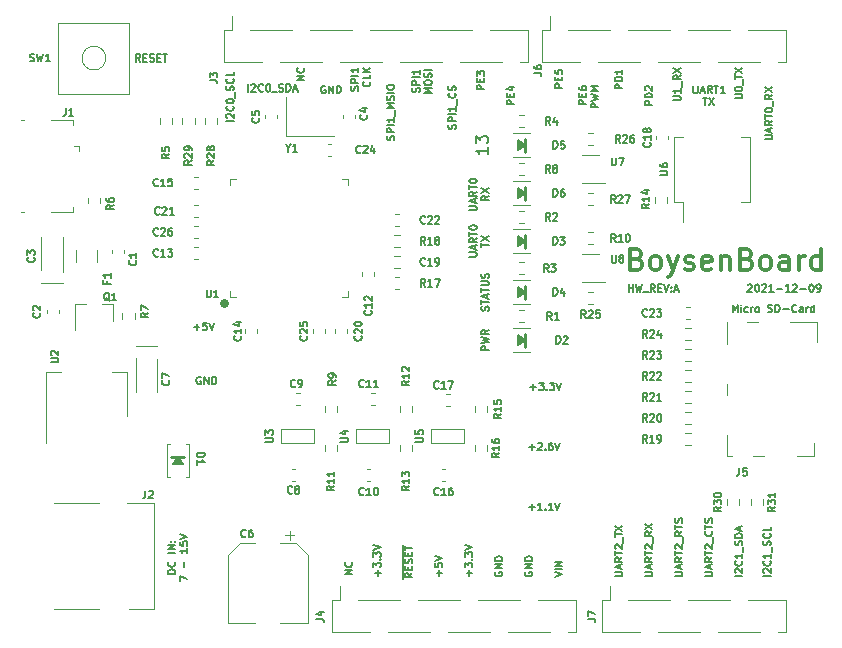
<source format=gbr>
%TF.GenerationSoftware,KiCad,Pcbnew,6.0.0*%
%TF.CreationDate,2022-01-02T09:26:30-06:00*%
%TF.ProjectId,boysenboard,626f7973-656e-4626-9f61-72642e6b6963,rev?*%
%TF.SameCoordinates,Original*%
%TF.FileFunction,Legend,Top*%
%TF.FilePolarity,Positive*%
%FSLAX46Y46*%
G04 Gerber Fmt 4.6, Leading zero omitted, Abs format (unit mm)*
G04 Created by KiCad (PCBNEW 6.0.0) date 2022-01-02 09:26:30*
%MOMM*%
%LPD*%
G01*
G04 APERTURE LIST*
%ADD10C,0.127000*%
%ADD11C,0.304800*%
%ADD12C,0.177800*%
%ADD13C,0.120000*%
%ADD14C,0.254000*%
%ADD15C,0.100000*%
%ADD16C,0.750000*%
G04 APERTURE END LIST*
D10*
X139987261Y-41684121D02*
X139352261Y-41684121D01*
X139352261Y-41442216D01*
X139382500Y-41381740D01*
X139412738Y-41351502D01*
X139473214Y-41321264D01*
X139563928Y-41321264D01*
X139624404Y-41351502D01*
X139654642Y-41381740D01*
X139684880Y-41442216D01*
X139684880Y-41684121D01*
X139987261Y-41049121D02*
X139352261Y-41049121D01*
X139352261Y-40897930D01*
X139382500Y-40807216D01*
X139442976Y-40746740D01*
X139503452Y-40716502D01*
X139624404Y-40686264D01*
X139715119Y-40686264D01*
X139836071Y-40716502D01*
X139896547Y-40746740D01*
X139957023Y-40807216D01*
X139987261Y-40897930D01*
X139987261Y-41049121D01*
X139987261Y-40081502D02*
X139987261Y-40444359D01*
X139987261Y-40262930D02*
X139352261Y-40262930D01*
X139442976Y-40323407D01*
X139503452Y-40383883D01*
X139533690Y-40444359D01*
X122808848Y-41986502D02*
X122839086Y-41895788D01*
X122839086Y-41744597D01*
X122808848Y-41684121D01*
X122778610Y-41653883D01*
X122718134Y-41623645D01*
X122657658Y-41623645D01*
X122597182Y-41653883D01*
X122566944Y-41684121D01*
X122536705Y-41744597D01*
X122506467Y-41865550D01*
X122476229Y-41926026D01*
X122445991Y-41956264D01*
X122385515Y-41986502D01*
X122325039Y-41986502D01*
X122264563Y-41956264D01*
X122234325Y-41926026D01*
X122204086Y-41865550D01*
X122204086Y-41714359D01*
X122234325Y-41623645D01*
X122839086Y-41351502D02*
X122204086Y-41351502D01*
X122204086Y-41109597D01*
X122234325Y-41049121D01*
X122264563Y-41018883D01*
X122325039Y-40988645D01*
X122415753Y-40988645D01*
X122476229Y-41018883D01*
X122506467Y-41049121D01*
X122536705Y-41109597D01*
X122536705Y-41351502D01*
X122839086Y-40716502D02*
X122204086Y-40716502D01*
X122839086Y-40081502D02*
X122839086Y-40444359D01*
X122839086Y-40262930D02*
X122204086Y-40262930D01*
X122294801Y-40323407D01*
X122355277Y-40383883D01*
X122385515Y-40444359D01*
X123861436Y-42107454D02*
X123226436Y-42107454D01*
X123680008Y-41895788D01*
X123226436Y-41684121D01*
X123861436Y-41684121D01*
X123226436Y-41260788D02*
X123226436Y-41139835D01*
X123256675Y-41079359D01*
X123317151Y-41018883D01*
X123438103Y-40988645D01*
X123649770Y-40988645D01*
X123770722Y-41018883D01*
X123831198Y-41079359D01*
X123861436Y-41139835D01*
X123861436Y-41260788D01*
X123831198Y-41321264D01*
X123770722Y-41381740D01*
X123649770Y-41411978D01*
X123438103Y-41411978D01*
X123317151Y-41381740D01*
X123256675Y-41321264D01*
X123226436Y-41260788D01*
X123831198Y-40746740D02*
X123861436Y-40656026D01*
X123861436Y-40504835D01*
X123831198Y-40444359D01*
X123800960Y-40414121D01*
X123740484Y-40383883D01*
X123680008Y-40383883D01*
X123619532Y-40414121D01*
X123589294Y-40444359D01*
X123559055Y-40504835D01*
X123528817Y-40625788D01*
X123498579Y-40686264D01*
X123468341Y-40716502D01*
X123407865Y-40746740D01*
X123347389Y-40746740D01*
X123286913Y-40716502D01*
X123256675Y-40686264D01*
X123226436Y-40625788D01*
X123226436Y-40474597D01*
X123256675Y-40383883D01*
X123861436Y-40111740D02*
X123226436Y-40111740D01*
X128654023Y-60500380D02*
X128684261Y-60409666D01*
X128684261Y-60258476D01*
X128654023Y-60198000D01*
X128623785Y-60167761D01*
X128563309Y-60137523D01*
X128502833Y-60137523D01*
X128442357Y-60167761D01*
X128412119Y-60198000D01*
X128381880Y-60258476D01*
X128351642Y-60379428D01*
X128321404Y-60439904D01*
X128291166Y-60470142D01*
X128230690Y-60500380D01*
X128170214Y-60500380D01*
X128109738Y-60470142D01*
X128079500Y-60439904D01*
X128049261Y-60379428D01*
X128049261Y-60228238D01*
X128079500Y-60137523D01*
X128049261Y-59956095D02*
X128049261Y-59593238D01*
X128684261Y-59774666D02*
X128049261Y-59774666D01*
X128502833Y-59411809D02*
X128502833Y-59109428D01*
X128684261Y-59472285D02*
X128049261Y-59260619D01*
X128684261Y-59048952D01*
X128049261Y-58928000D02*
X128049261Y-58565142D01*
X128684261Y-58746571D02*
X128049261Y-58746571D01*
X128049261Y-58353476D02*
X128563309Y-58353476D01*
X128623785Y-58323238D01*
X128654023Y-58293000D01*
X128684261Y-58232523D01*
X128684261Y-58111571D01*
X128654023Y-58051095D01*
X128623785Y-58020857D01*
X128563309Y-57990619D01*
X128049261Y-57990619D01*
X128654023Y-57718476D02*
X128684261Y-57627761D01*
X128684261Y-57476571D01*
X128654023Y-57416095D01*
X128623785Y-57385857D01*
X128563309Y-57355619D01*
X128502833Y-57355619D01*
X128442357Y-57385857D01*
X128412119Y-57416095D01*
X128381880Y-57476571D01*
X128351642Y-57597523D01*
X128321404Y-57658000D01*
X128291166Y-57688238D01*
X128230690Y-57718476D01*
X128170214Y-57718476D01*
X128109738Y-57688238D01*
X128079500Y-57658000D01*
X128049261Y-57597523D01*
X128049261Y-57446333D01*
X128079500Y-57355619D01*
X124505357Y-82951259D02*
X124505357Y-82467450D01*
X124747261Y-82709354D02*
X124263452Y-82709354D01*
X124112261Y-81862688D02*
X124112261Y-82165069D01*
X124414642Y-82195307D01*
X124384404Y-82165069D01*
X124354166Y-82104592D01*
X124354166Y-81953402D01*
X124384404Y-81892926D01*
X124414642Y-81862688D01*
X124475119Y-81832450D01*
X124626309Y-81832450D01*
X124686785Y-81862688D01*
X124717023Y-81892926D01*
X124747261Y-81953402D01*
X124747261Y-82104592D01*
X124717023Y-82165069D01*
X124686785Y-82195307D01*
X124112261Y-81651021D02*
X124747261Y-81439354D01*
X124112261Y-81227688D01*
X99153738Y-39403261D02*
X98942071Y-39100880D01*
X98790880Y-39403261D02*
X98790880Y-38768261D01*
X99032785Y-38768261D01*
X99093261Y-38798500D01*
X99123500Y-38828738D01*
X99153738Y-38889214D01*
X99153738Y-38979928D01*
X99123500Y-39040404D01*
X99093261Y-39070642D01*
X99032785Y-39100880D01*
X98790880Y-39100880D01*
X99425880Y-39070642D02*
X99637547Y-39070642D01*
X99728261Y-39403261D02*
X99425880Y-39403261D01*
X99425880Y-38768261D01*
X99728261Y-38768261D01*
X99970166Y-39373023D02*
X100060880Y-39403261D01*
X100212071Y-39403261D01*
X100272547Y-39373023D01*
X100302785Y-39342785D01*
X100333023Y-39282309D01*
X100333023Y-39221833D01*
X100302785Y-39161357D01*
X100272547Y-39131119D01*
X100212071Y-39100880D01*
X100091119Y-39070642D01*
X100030642Y-39040404D01*
X100000404Y-39010166D01*
X99970166Y-38949690D01*
X99970166Y-38889214D01*
X100000404Y-38828738D01*
X100030642Y-38798500D01*
X100091119Y-38768261D01*
X100242309Y-38768261D01*
X100333023Y-38798500D01*
X100605166Y-39070642D02*
X100816833Y-39070642D01*
X100907547Y-39403261D02*
X100605166Y-39403261D01*
X100605166Y-38768261D01*
X100907547Y-38768261D01*
X101088976Y-38768261D02*
X101451833Y-38768261D01*
X101270404Y-39403261D02*
X101270404Y-38768261D01*
D11*
X141197000Y-56088000D02*
X141451000Y-56172666D01*
X141535666Y-56257333D01*
X141620333Y-56426666D01*
X141620333Y-56680666D01*
X141535666Y-56850000D01*
X141451000Y-56934666D01*
X141281666Y-57019333D01*
X140604333Y-57019333D01*
X140604333Y-55241333D01*
X141197000Y-55241333D01*
X141366333Y-55326000D01*
X141451000Y-55410666D01*
X141535666Y-55580000D01*
X141535666Y-55749333D01*
X141451000Y-55918666D01*
X141366333Y-56003333D01*
X141197000Y-56088000D01*
X140604333Y-56088000D01*
X142636333Y-57019333D02*
X142467000Y-56934666D01*
X142382333Y-56850000D01*
X142297666Y-56680666D01*
X142297666Y-56172666D01*
X142382333Y-56003333D01*
X142467000Y-55918666D01*
X142636333Y-55834000D01*
X142890333Y-55834000D01*
X143059666Y-55918666D01*
X143144333Y-56003333D01*
X143229000Y-56172666D01*
X143229000Y-56680666D01*
X143144333Y-56850000D01*
X143059666Y-56934666D01*
X142890333Y-57019333D01*
X142636333Y-57019333D01*
X143821666Y-55834000D02*
X144245000Y-57019333D01*
X144668333Y-55834000D02*
X144245000Y-57019333D01*
X144075666Y-57442666D01*
X143991000Y-57527333D01*
X143821666Y-57612000D01*
X145261000Y-56934666D02*
X145430333Y-57019333D01*
X145769000Y-57019333D01*
X145938333Y-56934666D01*
X146023000Y-56765333D01*
X146023000Y-56680666D01*
X145938333Y-56511333D01*
X145769000Y-56426666D01*
X145515000Y-56426666D01*
X145345666Y-56342000D01*
X145261000Y-56172666D01*
X145261000Y-56088000D01*
X145345666Y-55918666D01*
X145515000Y-55834000D01*
X145769000Y-55834000D01*
X145938333Y-55918666D01*
X147462333Y-56934666D02*
X147293000Y-57019333D01*
X146954333Y-57019333D01*
X146785000Y-56934666D01*
X146700333Y-56765333D01*
X146700333Y-56088000D01*
X146785000Y-55918666D01*
X146954333Y-55834000D01*
X147293000Y-55834000D01*
X147462333Y-55918666D01*
X147547000Y-56088000D01*
X147547000Y-56257333D01*
X146700333Y-56426666D01*
X148309000Y-55834000D02*
X148309000Y-57019333D01*
X148309000Y-56003333D02*
X148393666Y-55918666D01*
X148563000Y-55834000D01*
X148817000Y-55834000D01*
X148986333Y-55918666D01*
X149071000Y-56088000D01*
X149071000Y-57019333D01*
X150510333Y-56088000D02*
X150764333Y-56172666D01*
X150849000Y-56257333D01*
X150933666Y-56426666D01*
X150933666Y-56680666D01*
X150849000Y-56850000D01*
X150764333Y-56934666D01*
X150595000Y-57019333D01*
X149917666Y-57019333D01*
X149917666Y-55241333D01*
X150510333Y-55241333D01*
X150679666Y-55326000D01*
X150764333Y-55410666D01*
X150849000Y-55580000D01*
X150849000Y-55749333D01*
X150764333Y-55918666D01*
X150679666Y-56003333D01*
X150510333Y-56088000D01*
X149917666Y-56088000D01*
X151949666Y-57019333D02*
X151780333Y-56934666D01*
X151695666Y-56850000D01*
X151611000Y-56680666D01*
X151611000Y-56172666D01*
X151695666Y-56003333D01*
X151780333Y-55918666D01*
X151949666Y-55834000D01*
X152203666Y-55834000D01*
X152373000Y-55918666D01*
X152457666Y-56003333D01*
X152542333Y-56172666D01*
X152542333Y-56680666D01*
X152457666Y-56850000D01*
X152373000Y-56934666D01*
X152203666Y-57019333D01*
X151949666Y-57019333D01*
X154066333Y-57019333D02*
X154066333Y-56088000D01*
X153981666Y-55918666D01*
X153812333Y-55834000D01*
X153473666Y-55834000D01*
X153304333Y-55918666D01*
X154066333Y-56934666D02*
X153897000Y-57019333D01*
X153473666Y-57019333D01*
X153304333Y-56934666D01*
X153219666Y-56765333D01*
X153219666Y-56596000D01*
X153304333Y-56426666D01*
X153473666Y-56342000D01*
X153897000Y-56342000D01*
X154066333Y-56257333D01*
X154913000Y-57019333D02*
X154913000Y-55834000D01*
X154913000Y-56172666D02*
X154997666Y-56003333D01*
X155082333Y-55918666D01*
X155251666Y-55834000D01*
X155421000Y-55834000D01*
X156775666Y-57019333D02*
X156775666Y-55241333D01*
X156775666Y-56934666D02*
X156606333Y-57019333D01*
X156267666Y-57019333D01*
X156098333Y-56934666D01*
X156013666Y-56850000D01*
X155929000Y-56680666D01*
X155929000Y-56172666D01*
X156013666Y-56003333D01*
X156098333Y-55918666D01*
X156267666Y-55834000D01*
X156606333Y-55834000D01*
X156775666Y-55918666D01*
D10*
X121392950Y-83229450D02*
X121392950Y-82594450D01*
X122207261Y-82715402D02*
X121904880Y-82927069D01*
X122207261Y-83078259D02*
X121572261Y-83078259D01*
X121572261Y-82836354D01*
X121602500Y-82775878D01*
X121632738Y-82745640D01*
X121693214Y-82715402D01*
X121783928Y-82715402D01*
X121844404Y-82745640D01*
X121874642Y-82775878D01*
X121904880Y-82836354D01*
X121904880Y-83078259D01*
X121392950Y-82594450D02*
X121392950Y-82019926D01*
X121874642Y-82443259D02*
X121874642Y-82231592D01*
X122207261Y-82140878D02*
X122207261Y-82443259D01*
X121572261Y-82443259D01*
X121572261Y-82140878D01*
X121392950Y-82019926D02*
X121392950Y-81415164D01*
X122177023Y-81898973D02*
X122207261Y-81808259D01*
X122207261Y-81657069D01*
X122177023Y-81596592D01*
X122146785Y-81566354D01*
X122086309Y-81536116D01*
X122025833Y-81536116D01*
X121965357Y-81566354D01*
X121935119Y-81596592D01*
X121904880Y-81657069D01*
X121874642Y-81778021D01*
X121844404Y-81838497D01*
X121814166Y-81868735D01*
X121753690Y-81898973D01*
X121693214Y-81898973D01*
X121632738Y-81868735D01*
X121602500Y-81838497D01*
X121572261Y-81778021D01*
X121572261Y-81626830D01*
X121602500Y-81536116D01*
X121392950Y-81415164D02*
X121392950Y-80840640D01*
X121874642Y-81263973D02*
X121874642Y-81052307D01*
X122207261Y-80961592D02*
X122207261Y-81263973D01*
X121572261Y-81263973D01*
X121572261Y-80961592D01*
X121392950Y-80840640D02*
X121392950Y-80356830D01*
X121572261Y-80780164D02*
X121572261Y-80417307D01*
X122207261Y-80598735D02*
X121572261Y-80598735D01*
X152560261Y-82951259D02*
X151925261Y-82951259D01*
X151985738Y-82679116D02*
X151955500Y-82648878D01*
X151925261Y-82588402D01*
X151925261Y-82437211D01*
X151955500Y-82376735D01*
X151985738Y-82346497D01*
X152046214Y-82316259D01*
X152106690Y-82316259D01*
X152197404Y-82346497D01*
X152560261Y-82709354D01*
X152560261Y-82316259D01*
X152499785Y-81681259D02*
X152530023Y-81711497D01*
X152560261Y-81802211D01*
X152560261Y-81862688D01*
X152530023Y-81953402D01*
X152469547Y-82013878D01*
X152409071Y-82044116D01*
X152288119Y-82074354D01*
X152197404Y-82074354D01*
X152076452Y-82044116D01*
X152015976Y-82013878D01*
X151955500Y-81953402D01*
X151925261Y-81862688D01*
X151925261Y-81802211D01*
X151955500Y-81711497D01*
X151985738Y-81681259D01*
X152560261Y-81076497D02*
X152560261Y-81439354D01*
X152560261Y-81257926D02*
X151925261Y-81257926D01*
X152015976Y-81318402D01*
X152076452Y-81378878D01*
X152106690Y-81439354D01*
X152620738Y-80955545D02*
X152620738Y-80471735D01*
X152530023Y-80350783D02*
X152560261Y-80260069D01*
X152560261Y-80108878D01*
X152530023Y-80048402D01*
X152499785Y-80018164D01*
X152439309Y-79987926D01*
X152378833Y-79987926D01*
X152318357Y-80018164D01*
X152288119Y-80048402D01*
X152257880Y-80108878D01*
X152227642Y-80229830D01*
X152197404Y-80290307D01*
X152167166Y-80320545D01*
X152106690Y-80350783D01*
X152046214Y-80350783D01*
X151985738Y-80320545D01*
X151955500Y-80290307D01*
X151925261Y-80229830D01*
X151925261Y-80078640D01*
X151955500Y-79987926D01*
X152499785Y-79352926D02*
X152530023Y-79383164D01*
X152560261Y-79473878D01*
X152560261Y-79534354D01*
X152530023Y-79625069D01*
X152469547Y-79685545D01*
X152409071Y-79715783D01*
X152288119Y-79746021D01*
X152197404Y-79746021D01*
X152076452Y-79715783D01*
X152015976Y-79685545D01*
X151955500Y-79625069D01*
X151925261Y-79534354D01*
X151925261Y-79473878D01*
X151955500Y-79383164D01*
X151985738Y-79352926D01*
X152560261Y-78778402D02*
X152560261Y-79080783D01*
X151925261Y-79080783D01*
X136936086Y-43020645D02*
X136301086Y-43020645D01*
X136301086Y-42778740D01*
X136331325Y-42718264D01*
X136361563Y-42688026D01*
X136422039Y-42657788D01*
X136512753Y-42657788D01*
X136573229Y-42688026D01*
X136603467Y-42718264D01*
X136633705Y-42778740D01*
X136633705Y-43020645D01*
X136603467Y-42385645D02*
X136603467Y-42173978D01*
X136936086Y-42083264D02*
X136936086Y-42385645D01*
X136301086Y-42385645D01*
X136301086Y-42083264D01*
X136301086Y-41538978D02*
X136301086Y-41659930D01*
X136331325Y-41720407D01*
X136361563Y-41750645D01*
X136452277Y-41811121D01*
X136573229Y-41841359D01*
X136815134Y-41841359D01*
X136875610Y-41811121D01*
X136905848Y-41780883D01*
X136936086Y-41720407D01*
X136936086Y-41599454D01*
X136905848Y-41538978D01*
X136875610Y-41508740D01*
X136815134Y-41478502D01*
X136663944Y-41478502D01*
X136603467Y-41508740D01*
X136573229Y-41538978D01*
X136542991Y-41599454D01*
X136542991Y-41720407D01*
X136573229Y-41780883D01*
X136603467Y-41811121D01*
X136663944Y-41841359D01*
X137958436Y-43292788D02*
X137323436Y-43292788D01*
X137323436Y-43050883D01*
X137353675Y-42990407D01*
X137383913Y-42960169D01*
X137444389Y-42929930D01*
X137535103Y-42929930D01*
X137595579Y-42960169D01*
X137625817Y-42990407D01*
X137656055Y-43050883D01*
X137656055Y-43292788D01*
X137323436Y-42718264D02*
X137958436Y-42567073D01*
X137504865Y-42446121D01*
X137958436Y-42325169D01*
X137323436Y-42173978D01*
X137958436Y-41932073D02*
X137323436Y-41932073D01*
X137777008Y-41720407D01*
X137323436Y-41508740D01*
X137958436Y-41508740D01*
X108306809Y-41943261D02*
X108306809Y-41308261D01*
X108578952Y-41368738D02*
X108609190Y-41338500D01*
X108669666Y-41308261D01*
X108820857Y-41308261D01*
X108881333Y-41338500D01*
X108911571Y-41368738D01*
X108941809Y-41429214D01*
X108941809Y-41489690D01*
X108911571Y-41580404D01*
X108548714Y-41943261D01*
X108941809Y-41943261D01*
X109576809Y-41882785D02*
X109546571Y-41913023D01*
X109455857Y-41943261D01*
X109395380Y-41943261D01*
X109304666Y-41913023D01*
X109244190Y-41852547D01*
X109213952Y-41792071D01*
X109183714Y-41671119D01*
X109183714Y-41580404D01*
X109213952Y-41459452D01*
X109244190Y-41398976D01*
X109304666Y-41338500D01*
X109395380Y-41308261D01*
X109455857Y-41308261D01*
X109546571Y-41338500D01*
X109576809Y-41368738D01*
X109969904Y-41308261D02*
X110030380Y-41308261D01*
X110090857Y-41338500D01*
X110121095Y-41368738D01*
X110151333Y-41429214D01*
X110181571Y-41550166D01*
X110181571Y-41701357D01*
X110151333Y-41822309D01*
X110121095Y-41882785D01*
X110090857Y-41913023D01*
X110030380Y-41943261D01*
X109969904Y-41943261D01*
X109909428Y-41913023D01*
X109879190Y-41882785D01*
X109848952Y-41822309D01*
X109818714Y-41701357D01*
X109818714Y-41550166D01*
X109848952Y-41429214D01*
X109879190Y-41368738D01*
X109909428Y-41338500D01*
X109969904Y-41308261D01*
X110302523Y-42003738D02*
X110786333Y-42003738D01*
X110907285Y-41913023D02*
X110998000Y-41943261D01*
X111149190Y-41943261D01*
X111209666Y-41913023D01*
X111239904Y-41882785D01*
X111270142Y-41822309D01*
X111270142Y-41761833D01*
X111239904Y-41701357D01*
X111209666Y-41671119D01*
X111149190Y-41640880D01*
X111028238Y-41610642D01*
X110967761Y-41580404D01*
X110937523Y-41550166D01*
X110907285Y-41489690D01*
X110907285Y-41429214D01*
X110937523Y-41368738D01*
X110967761Y-41338500D01*
X111028238Y-41308261D01*
X111179428Y-41308261D01*
X111270142Y-41338500D01*
X111542285Y-41943261D02*
X111542285Y-41308261D01*
X111693476Y-41308261D01*
X111784190Y-41338500D01*
X111844666Y-41398976D01*
X111874904Y-41459452D01*
X111905142Y-41580404D01*
X111905142Y-41671119D01*
X111874904Y-41792071D01*
X111844666Y-41852547D01*
X111784190Y-41913023D01*
X111693476Y-41943261D01*
X111542285Y-41943261D01*
X112147047Y-41761833D02*
X112449428Y-41761833D01*
X112086571Y-41943261D02*
X112298238Y-41308261D01*
X112509904Y-41943261D01*
X127045357Y-82951259D02*
X127045357Y-82467450D01*
X127287261Y-82709354D02*
X126803452Y-82709354D01*
X126652261Y-82225545D02*
X126652261Y-81832450D01*
X126894166Y-82044116D01*
X126894166Y-81953402D01*
X126924404Y-81892926D01*
X126954642Y-81862688D01*
X127015119Y-81832450D01*
X127166309Y-81832450D01*
X127226785Y-81862688D01*
X127257023Y-81892926D01*
X127287261Y-81953402D01*
X127287261Y-82134830D01*
X127257023Y-82195307D01*
X127226785Y-82225545D01*
X127226785Y-81560307D02*
X127257023Y-81530069D01*
X127287261Y-81560307D01*
X127257023Y-81590545D01*
X127226785Y-81560307D01*
X127287261Y-81560307D01*
X126652261Y-81318402D02*
X126652261Y-80925307D01*
X126894166Y-81136973D01*
X126894166Y-81046259D01*
X126924404Y-80985783D01*
X126954642Y-80955545D01*
X127015119Y-80925307D01*
X127166309Y-80925307D01*
X127226785Y-80955545D01*
X127257023Y-80985783D01*
X127287261Y-81046259D01*
X127287261Y-81227688D01*
X127257023Y-81288164D01*
X127226785Y-81318402D01*
X126652261Y-80743878D02*
X127287261Y-80532211D01*
X126652261Y-80320545D01*
X127030086Y-55925357D02*
X127544134Y-55925357D01*
X127604610Y-55895119D01*
X127634848Y-55864880D01*
X127665086Y-55804404D01*
X127665086Y-55683452D01*
X127634848Y-55622976D01*
X127604610Y-55592738D01*
X127544134Y-55562500D01*
X127030086Y-55562500D01*
X127483658Y-55290357D02*
X127483658Y-54987976D01*
X127665086Y-55350833D02*
X127030086Y-55139166D01*
X127665086Y-54927500D01*
X127665086Y-54352976D02*
X127362705Y-54564642D01*
X127665086Y-54715833D02*
X127030086Y-54715833D01*
X127030086Y-54473928D01*
X127060325Y-54413452D01*
X127090563Y-54383214D01*
X127151039Y-54352976D01*
X127241753Y-54352976D01*
X127302229Y-54383214D01*
X127332467Y-54413452D01*
X127362705Y-54473928D01*
X127362705Y-54715833D01*
X127030086Y-54171547D02*
X127030086Y-53808690D01*
X127665086Y-53990119D02*
X127030086Y-53990119D01*
X127030086Y-53476071D02*
X127030086Y-53415595D01*
X127060325Y-53355119D01*
X127090563Y-53324880D01*
X127151039Y-53294642D01*
X127271991Y-53264404D01*
X127423182Y-53264404D01*
X127544134Y-53294642D01*
X127604610Y-53324880D01*
X127634848Y-53355119D01*
X127665086Y-53415595D01*
X127665086Y-53476071D01*
X127634848Y-53536547D01*
X127604610Y-53566785D01*
X127544134Y-53597023D01*
X127423182Y-53627261D01*
X127271991Y-53627261D01*
X127151039Y-53597023D01*
X127090563Y-53566785D01*
X127060325Y-53536547D01*
X127030086Y-53476071D01*
X128052436Y-55093809D02*
X128052436Y-54730952D01*
X128687436Y-54912380D02*
X128052436Y-54912380D01*
X128052436Y-54579761D02*
X128687436Y-54156428D01*
X128052436Y-54156428D02*
X128687436Y-54579761D01*
X134272261Y-83041973D02*
X134907261Y-82830307D01*
X134272261Y-82618640D01*
X134907261Y-82406973D02*
X134272261Y-82406973D01*
X134907261Y-82104592D02*
X134272261Y-82104592D01*
X134907261Y-81741735D01*
X134272261Y-81741735D01*
X127030086Y-51988357D02*
X127544134Y-51988357D01*
X127604610Y-51958119D01*
X127634848Y-51927880D01*
X127665086Y-51867404D01*
X127665086Y-51746452D01*
X127634848Y-51685976D01*
X127604610Y-51655738D01*
X127544134Y-51625500D01*
X127030086Y-51625500D01*
X127483658Y-51353357D02*
X127483658Y-51050976D01*
X127665086Y-51413833D02*
X127030086Y-51202166D01*
X127665086Y-50990500D01*
X127665086Y-50415976D02*
X127362705Y-50627642D01*
X127665086Y-50778833D02*
X127030086Y-50778833D01*
X127030086Y-50536928D01*
X127060325Y-50476452D01*
X127090563Y-50446214D01*
X127151039Y-50415976D01*
X127241753Y-50415976D01*
X127302229Y-50446214D01*
X127332467Y-50476452D01*
X127362705Y-50536928D01*
X127362705Y-50778833D01*
X127030086Y-50234547D02*
X127030086Y-49871690D01*
X127665086Y-50053119D02*
X127030086Y-50053119D01*
X127030086Y-49539071D02*
X127030086Y-49478595D01*
X127060325Y-49418119D01*
X127090563Y-49387880D01*
X127151039Y-49357642D01*
X127271991Y-49327404D01*
X127423182Y-49327404D01*
X127544134Y-49357642D01*
X127604610Y-49387880D01*
X127634848Y-49418119D01*
X127665086Y-49478595D01*
X127665086Y-49539071D01*
X127634848Y-49599547D01*
X127604610Y-49629785D01*
X127544134Y-49660023D01*
X127423182Y-49690261D01*
X127271991Y-49690261D01*
X127151039Y-49660023D01*
X127090563Y-49629785D01*
X127060325Y-49599547D01*
X127030086Y-49539071D01*
X128687436Y-50778833D02*
X128385055Y-50990500D01*
X128687436Y-51141690D02*
X128052436Y-51141690D01*
X128052436Y-50899785D01*
X128082675Y-50839309D01*
X128112913Y-50809071D01*
X128173389Y-50778833D01*
X128264103Y-50778833D01*
X128324579Y-50809071D01*
X128354817Y-50839309D01*
X128385055Y-50899785D01*
X128385055Y-51141690D01*
X128052436Y-50567166D02*
X128687436Y-50143833D01*
X128052436Y-50143833D02*
X128687436Y-50567166D01*
X129222500Y-82618640D02*
X129192261Y-82679116D01*
X129192261Y-82769830D01*
X129222500Y-82860545D01*
X129282976Y-82921021D01*
X129343452Y-82951259D01*
X129464404Y-82981497D01*
X129555119Y-82981497D01*
X129676071Y-82951259D01*
X129736547Y-82921021D01*
X129797023Y-82860545D01*
X129827261Y-82769830D01*
X129827261Y-82709354D01*
X129797023Y-82618640D01*
X129766785Y-82588402D01*
X129555119Y-82588402D01*
X129555119Y-82709354D01*
X129827261Y-82316259D02*
X129192261Y-82316259D01*
X129827261Y-81953402D01*
X129192261Y-81953402D01*
X129827261Y-81651021D02*
X129192261Y-81651021D01*
X129192261Y-81499830D01*
X129222500Y-81409116D01*
X129282976Y-81348640D01*
X129343452Y-81318402D01*
X129464404Y-81288164D01*
X129555119Y-81288164D01*
X129676071Y-81318402D01*
X129736547Y-81348640D01*
X129797023Y-81409116D01*
X129827261Y-81499830D01*
X129827261Y-81651021D01*
X117127261Y-82824259D02*
X116492261Y-82824259D01*
X117127261Y-82461402D01*
X116492261Y-82461402D01*
X117066785Y-81796164D02*
X117097023Y-81826402D01*
X117127261Y-81917116D01*
X117127261Y-81977592D01*
X117097023Y-82068307D01*
X117036547Y-82128783D01*
X116976071Y-82159021D01*
X116855119Y-82189259D01*
X116764404Y-82189259D01*
X116643452Y-82159021D01*
X116582976Y-82128783D01*
X116522500Y-82068307D01*
X116492261Y-81977592D01*
X116492261Y-81917116D01*
X116522500Y-81826402D01*
X116552738Y-81796164D01*
X107094261Y-44447883D02*
X106459261Y-44447883D01*
X106519738Y-44175740D02*
X106489500Y-44145502D01*
X106459261Y-44085026D01*
X106459261Y-43933835D01*
X106489500Y-43873359D01*
X106519738Y-43843121D01*
X106580214Y-43812883D01*
X106640690Y-43812883D01*
X106731404Y-43843121D01*
X107094261Y-44205978D01*
X107094261Y-43812883D01*
X107033785Y-43177883D02*
X107064023Y-43208121D01*
X107094261Y-43298835D01*
X107094261Y-43359311D01*
X107064023Y-43450026D01*
X107003547Y-43510502D01*
X106943071Y-43540740D01*
X106822119Y-43570978D01*
X106731404Y-43570978D01*
X106610452Y-43540740D01*
X106549976Y-43510502D01*
X106489500Y-43450026D01*
X106459261Y-43359311D01*
X106459261Y-43298835D01*
X106489500Y-43208121D01*
X106519738Y-43177883D01*
X106459261Y-42784788D02*
X106459261Y-42724311D01*
X106489500Y-42663835D01*
X106519738Y-42633597D01*
X106580214Y-42603359D01*
X106701166Y-42573121D01*
X106852357Y-42573121D01*
X106973309Y-42603359D01*
X107033785Y-42633597D01*
X107064023Y-42663835D01*
X107094261Y-42724311D01*
X107094261Y-42784788D01*
X107064023Y-42845264D01*
X107033785Y-42875502D01*
X106973309Y-42905740D01*
X106852357Y-42935978D01*
X106701166Y-42935978D01*
X106580214Y-42905740D01*
X106519738Y-42875502D01*
X106489500Y-42845264D01*
X106459261Y-42784788D01*
X107154738Y-42452169D02*
X107154738Y-41968359D01*
X107064023Y-41847407D02*
X107094261Y-41756692D01*
X107094261Y-41605502D01*
X107064023Y-41545026D01*
X107033785Y-41514788D01*
X106973309Y-41484550D01*
X106912833Y-41484550D01*
X106852357Y-41514788D01*
X106822119Y-41545026D01*
X106791880Y-41605502D01*
X106761642Y-41726454D01*
X106731404Y-41786930D01*
X106701166Y-41817169D01*
X106640690Y-41847407D01*
X106580214Y-41847407D01*
X106519738Y-41817169D01*
X106489500Y-41786930D01*
X106459261Y-41726454D01*
X106459261Y-41575264D01*
X106489500Y-41484550D01*
X107033785Y-40849550D02*
X107064023Y-40879788D01*
X107094261Y-40970502D01*
X107094261Y-41030978D01*
X107064023Y-41121692D01*
X107003547Y-41182169D01*
X106943071Y-41212407D01*
X106822119Y-41242645D01*
X106731404Y-41242645D01*
X106610452Y-41212407D01*
X106549976Y-41182169D01*
X106489500Y-41121692D01*
X106459261Y-41030978D01*
X106459261Y-40970502D01*
X106489500Y-40879788D01*
X106519738Y-40849550D01*
X107094261Y-40275026D02*
X107094261Y-40577407D01*
X106459261Y-40577407D01*
X103704571Y-61894357D02*
X104188380Y-61894357D01*
X103946476Y-62136261D02*
X103946476Y-61652452D01*
X104793142Y-61501261D02*
X104490761Y-61501261D01*
X104460523Y-61803642D01*
X104490761Y-61773404D01*
X104551238Y-61743166D01*
X104702428Y-61743166D01*
X104762904Y-61773404D01*
X104793142Y-61803642D01*
X104823380Y-61864119D01*
X104823380Y-62015309D01*
X104793142Y-62075785D01*
X104762904Y-62106023D01*
X104702428Y-62136261D01*
X104551238Y-62136261D01*
X104490761Y-62106023D01*
X104460523Y-62075785D01*
X105004809Y-61501261D02*
X105216476Y-62136261D01*
X105428142Y-61501261D01*
X144432261Y-82951259D02*
X144946309Y-82951259D01*
X145006785Y-82921021D01*
X145037023Y-82890783D01*
X145067261Y-82830307D01*
X145067261Y-82709354D01*
X145037023Y-82648878D01*
X145006785Y-82618640D01*
X144946309Y-82588402D01*
X144432261Y-82588402D01*
X144885833Y-82316259D02*
X144885833Y-82013878D01*
X145067261Y-82376735D02*
X144432261Y-82165069D01*
X145067261Y-81953402D01*
X145067261Y-81378878D02*
X144764880Y-81590545D01*
X145067261Y-81741735D02*
X144432261Y-81741735D01*
X144432261Y-81499830D01*
X144462500Y-81439354D01*
X144492738Y-81409116D01*
X144553214Y-81378878D01*
X144643928Y-81378878D01*
X144704404Y-81409116D01*
X144734642Y-81439354D01*
X144764880Y-81499830D01*
X144764880Y-81741735D01*
X144432261Y-81197450D02*
X144432261Y-80834592D01*
X145067261Y-81016021D02*
X144432261Y-81016021D01*
X144492738Y-80653164D02*
X144462500Y-80622926D01*
X144432261Y-80562450D01*
X144432261Y-80411259D01*
X144462500Y-80350783D01*
X144492738Y-80320545D01*
X144553214Y-80290307D01*
X144613690Y-80290307D01*
X144704404Y-80320545D01*
X145067261Y-80683402D01*
X145067261Y-80290307D01*
X145127738Y-80169354D02*
X145127738Y-79685545D01*
X145067261Y-79171497D02*
X144764880Y-79383164D01*
X145067261Y-79534354D02*
X144432261Y-79534354D01*
X144432261Y-79292450D01*
X144462500Y-79231973D01*
X144492738Y-79201735D01*
X144553214Y-79171497D01*
X144643928Y-79171497D01*
X144704404Y-79201735D01*
X144734642Y-79231973D01*
X144764880Y-79292450D01*
X144764880Y-79534354D01*
X144432261Y-78990069D02*
X144432261Y-78627211D01*
X145067261Y-78808640D02*
X144432261Y-78808640D01*
X145037023Y-78445783D02*
X145067261Y-78355069D01*
X145067261Y-78203878D01*
X145037023Y-78143402D01*
X145006785Y-78113164D01*
X144946309Y-78082926D01*
X144885833Y-78082926D01*
X144825357Y-78113164D01*
X144795119Y-78143402D01*
X144764880Y-78203878D01*
X144734642Y-78324830D01*
X144704404Y-78385307D01*
X144674166Y-78415545D01*
X144613690Y-78445783D01*
X144553214Y-78445783D01*
X144492738Y-78415545D01*
X144462500Y-78385307D01*
X144432261Y-78324830D01*
X144432261Y-78173640D01*
X144462500Y-78082926D01*
X114832190Y-41465500D02*
X114771714Y-41435261D01*
X114681000Y-41435261D01*
X114590285Y-41465500D01*
X114529809Y-41525976D01*
X114499571Y-41586452D01*
X114469333Y-41707404D01*
X114469333Y-41798119D01*
X114499571Y-41919071D01*
X114529809Y-41979547D01*
X114590285Y-42040023D01*
X114681000Y-42070261D01*
X114741476Y-42070261D01*
X114832190Y-42040023D01*
X114862428Y-42009785D01*
X114862428Y-41798119D01*
X114741476Y-41798119D01*
X115134571Y-42070261D02*
X115134571Y-41435261D01*
X115497428Y-42070261D01*
X115497428Y-41435261D01*
X115799809Y-42070261D02*
X115799809Y-41435261D01*
X115951000Y-41435261D01*
X116041714Y-41465500D01*
X116102190Y-41525976D01*
X116132428Y-41586452D01*
X116162666Y-41707404D01*
X116162666Y-41798119D01*
X116132428Y-41919071D01*
X116102190Y-41979547D01*
X116041714Y-42040023D01*
X115951000Y-42070261D01*
X115799809Y-42070261D01*
X146004642Y-41432086D02*
X146004642Y-41946134D01*
X146034880Y-42006610D01*
X146065119Y-42036848D01*
X146125595Y-42067086D01*
X146246547Y-42067086D01*
X146307023Y-42036848D01*
X146337261Y-42006610D01*
X146367500Y-41946134D01*
X146367500Y-41432086D01*
X146639642Y-41885658D02*
X146942023Y-41885658D01*
X146579166Y-42067086D02*
X146790833Y-41432086D01*
X147002500Y-42067086D01*
X147577023Y-42067086D02*
X147365357Y-41764705D01*
X147214166Y-42067086D02*
X147214166Y-41432086D01*
X147456071Y-41432086D01*
X147516547Y-41462325D01*
X147546785Y-41492563D01*
X147577023Y-41553039D01*
X147577023Y-41643753D01*
X147546785Y-41704229D01*
X147516547Y-41734467D01*
X147456071Y-41764705D01*
X147214166Y-41764705D01*
X147758452Y-41432086D02*
X148121309Y-41432086D01*
X147939880Y-42067086D02*
X147939880Y-41432086D01*
X148665595Y-42067086D02*
X148302738Y-42067086D01*
X148484166Y-42067086D02*
X148484166Y-41432086D01*
X148423690Y-41522801D01*
X148363214Y-41583277D01*
X148302738Y-41613515D01*
X146836190Y-42454436D02*
X147199047Y-42454436D01*
X147017619Y-43089436D02*
X147017619Y-42454436D01*
X147350238Y-42454436D02*
X147773571Y-43089436D01*
X147773571Y-42454436D02*
X147350238Y-43089436D01*
X132080000Y-72054357D02*
X132563809Y-72054357D01*
X132321904Y-72296261D02*
X132321904Y-71812452D01*
X132835952Y-71721738D02*
X132866190Y-71691500D01*
X132926666Y-71661261D01*
X133077857Y-71661261D01*
X133138333Y-71691500D01*
X133168571Y-71721738D01*
X133198809Y-71782214D01*
X133198809Y-71842690D01*
X133168571Y-71933404D01*
X132805714Y-72296261D01*
X133198809Y-72296261D01*
X133470952Y-72235785D02*
X133501190Y-72266023D01*
X133470952Y-72296261D01*
X133440714Y-72266023D01*
X133470952Y-72235785D01*
X133470952Y-72296261D01*
X134045476Y-71661261D02*
X133924523Y-71661261D01*
X133864047Y-71691500D01*
X133833809Y-71721738D01*
X133773333Y-71812452D01*
X133743095Y-71933404D01*
X133743095Y-72175309D01*
X133773333Y-72235785D01*
X133803571Y-72266023D01*
X133864047Y-72296261D01*
X133985000Y-72296261D01*
X134045476Y-72266023D01*
X134075714Y-72235785D01*
X134105952Y-72175309D01*
X134105952Y-72024119D01*
X134075714Y-71963642D01*
X134045476Y-71933404D01*
X133985000Y-71903166D01*
X133864047Y-71903166D01*
X133803571Y-71933404D01*
X133773333Y-71963642D01*
X133743095Y-72024119D01*
X134287380Y-71661261D02*
X134499047Y-72296261D01*
X134710714Y-71661261D01*
X131762500Y-82618640D02*
X131732261Y-82679116D01*
X131732261Y-82769830D01*
X131762500Y-82860545D01*
X131822976Y-82921021D01*
X131883452Y-82951259D01*
X132004404Y-82981497D01*
X132095119Y-82981497D01*
X132216071Y-82951259D01*
X132276547Y-82921021D01*
X132337023Y-82860545D01*
X132367261Y-82769830D01*
X132367261Y-82709354D01*
X132337023Y-82618640D01*
X132306785Y-82588402D01*
X132095119Y-82588402D01*
X132095119Y-82709354D01*
X132367261Y-82316259D02*
X131732261Y-82316259D01*
X132367261Y-81953402D01*
X131732261Y-81953402D01*
X132367261Y-81651021D02*
X131732261Y-81651021D01*
X131732261Y-81499830D01*
X131762500Y-81409116D01*
X131822976Y-81348640D01*
X131883452Y-81318402D01*
X132004404Y-81288164D01*
X132095119Y-81288164D01*
X132216071Y-81318402D01*
X132276547Y-81348640D01*
X132337023Y-81409116D01*
X132367261Y-81499830D01*
X132367261Y-81651021D01*
X132080000Y-77134357D02*
X132563809Y-77134357D01*
X132321904Y-77376261D02*
X132321904Y-76892452D01*
X133198809Y-77376261D02*
X132835952Y-77376261D01*
X133017380Y-77376261D02*
X133017380Y-76741261D01*
X132956904Y-76831976D01*
X132896428Y-76892452D01*
X132835952Y-76922690D01*
X133470952Y-77315785D02*
X133501190Y-77346023D01*
X133470952Y-77376261D01*
X133440714Y-77346023D01*
X133470952Y-77315785D01*
X133470952Y-77376261D01*
X134105952Y-77376261D02*
X133743095Y-77376261D01*
X133924523Y-77376261D02*
X133924523Y-76741261D01*
X133864047Y-76831976D01*
X133803571Y-76892452D01*
X133743095Y-76922690D01*
X134287380Y-76741261D02*
X134499047Y-77376261D01*
X134710714Y-76741261D01*
X119298357Y-82951259D02*
X119298357Y-82467450D01*
X119540261Y-82709354D02*
X119056452Y-82709354D01*
X118905261Y-82225545D02*
X118905261Y-81832450D01*
X119147166Y-82044116D01*
X119147166Y-81953402D01*
X119177404Y-81892926D01*
X119207642Y-81862688D01*
X119268119Y-81832450D01*
X119419309Y-81832450D01*
X119479785Y-81862688D01*
X119510023Y-81892926D01*
X119540261Y-81953402D01*
X119540261Y-82134830D01*
X119510023Y-82195307D01*
X119479785Y-82225545D01*
X119479785Y-81560307D02*
X119510023Y-81530069D01*
X119540261Y-81560307D01*
X119510023Y-81590545D01*
X119479785Y-81560307D01*
X119540261Y-81560307D01*
X118905261Y-81318402D02*
X118905261Y-80925307D01*
X119147166Y-81136973D01*
X119147166Y-81046259D01*
X119177404Y-80985783D01*
X119207642Y-80955545D01*
X119268119Y-80925307D01*
X119419309Y-80925307D01*
X119479785Y-80955545D01*
X119510023Y-80985783D01*
X119540261Y-81046259D01*
X119540261Y-81227688D01*
X119510023Y-81288164D01*
X119479785Y-81318402D01*
X118905261Y-80743878D02*
X119540261Y-80532211D01*
X118905261Y-80320545D01*
X149318738Y-60612261D02*
X149318738Y-59977261D01*
X149530404Y-60430833D01*
X149742071Y-59977261D01*
X149742071Y-60612261D01*
X150044452Y-60612261D02*
X150044452Y-60188928D01*
X150044452Y-59977261D02*
X150014214Y-60007500D01*
X150044452Y-60037738D01*
X150074690Y-60007500D01*
X150044452Y-59977261D01*
X150044452Y-60037738D01*
X150618976Y-60582023D02*
X150558500Y-60612261D01*
X150437547Y-60612261D01*
X150377071Y-60582023D01*
X150346833Y-60551785D01*
X150316595Y-60491309D01*
X150316595Y-60309880D01*
X150346833Y-60249404D01*
X150377071Y-60219166D01*
X150437547Y-60188928D01*
X150558500Y-60188928D01*
X150618976Y-60219166D01*
X150891119Y-60612261D02*
X150891119Y-60188928D01*
X150891119Y-60309880D02*
X150921357Y-60249404D01*
X150951595Y-60219166D01*
X151012071Y-60188928D01*
X151072547Y-60188928D01*
X151374928Y-60612261D02*
X151314452Y-60582023D01*
X151284214Y-60551785D01*
X151253976Y-60491309D01*
X151253976Y-60309880D01*
X151284214Y-60249404D01*
X151314452Y-60219166D01*
X151374928Y-60188928D01*
X151465642Y-60188928D01*
X151526119Y-60219166D01*
X151556357Y-60249404D01*
X151586595Y-60309880D01*
X151586595Y-60491309D01*
X151556357Y-60551785D01*
X151526119Y-60582023D01*
X151465642Y-60612261D01*
X151374928Y-60612261D01*
X152312309Y-60582023D02*
X152403023Y-60612261D01*
X152554214Y-60612261D01*
X152614690Y-60582023D01*
X152644928Y-60551785D01*
X152675166Y-60491309D01*
X152675166Y-60430833D01*
X152644928Y-60370357D01*
X152614690Y-60340119D01*
X152554214Y-60309880D01*
X152433261Y-60279642D01*
X152372785Y-60249404D01*
X152342547Y-60219166D01*
X152312309Y-60158690D01*
X152312309Y-60098214D01*
X152342547Y-60037738D01*
X152372785Y-60007500D01*
X152433261Y-59977261D01*
X152584452Y-59977261D01*
X152675166Y-60007500D01*
X152947309Y-60612261D02*
X152947309Y-59977261D01*
X153098500Y-59977261D01*
X153189214Y-60007500D01*
X153249690Y-60067976D01*
X153279928Y-60128452D01*
X153310166Y-60249404D01*
X153310166Y-60340119D01*
X153279928Y-60461071D01*
X153249690Y-60521547D01*
X153189214Y-60582023D01*
X153098500Y-60612261D01*
X152947309Y-60612261D01*
X153582309Y-60370357D02*
X154066119Y-60370357D01*
X154731357Y-60551785D02*
X154701119Y-60582023D01*
X154610404Y-60612261D01*
X154549928Y-60612261D01*
X154459214Y-60582023D01*
X154398738Y-60521547D01*
X154368500Y-60461071D01*
X154338261Y-60340119D01*
X154338261Y-60249404D01*
X154368500Y-60128452D01*
X154398738Y-60067976D01*
X154459214Y-60007500D01*
X154549928Y-59977261D01*
X154610404Y-59977261D01*
X154701119Y-60007500D01*
X154731357Y-60037738D01*
X155275642Y-60612261D02*
X155275642Y-60279642D01*
X155245404Y-60219166D01*
X155184928Y-60188928D01*
X155063976Y-60188928D01*
X155003500Y-60219166D01*
X155275642Y-60582023D02*
X155215166Y-60612261D01*
X155063976Y-60612261D01*
X155003500Y-60582023D01*
X154973261Y-60521547D01*
X154973261Y-60461071D01*
X155003500Y-60400595D01*
X155063976Y-60370357D01*
X155215166Y-60370357D01*
X155275642Y-60340119D01*
X155578023Y-60612261D02*
X155578023Y-60188928D01*
X155578023Y-60309880D02*
X155608261Y-60249404D01*
X155638500Y-60219166D01*
X155698976Y-60188928D01*
X155759452Y-60188928D01*
X156243261Y-60612261D02*
X156243261Y-59977261D01*
X156243261Y-60582023D02*
X156182785Y-60612261D01*
X156061833Y-60612261D01*
X156001357Y-60582023D01*
X155971119Y-60551785D01*
X155940880Y-60491309D01*
X155940880Y-60309880D01*
X155971119Y-60249404D01*
X156001357Y-60219166D01*
X156061833Y-60188928D01*
X156182785Y-60188928D01*
X156243261Y-60219166D01*
X132207000Y-66974357D02*
X132690809Y-66974357D01*
X132448904Y-67216261D02*
X132448904Y-66732452D01*
X132932714Y-66581261D02*
X133325809Y-66581261D01*
X133114142Y-66823166D01*
X133204857Y-66823166D01*
X133265333Y-66853404D01*
X133295571Y-66883642D01*
X133325809Y-66944119D01*
X133325809Y-67095309D01*
X133295571Y-67155785D01*
X133265333Y-67186023D01*
X133204857Y-67216261D01*
X133023428Y-67216261D01*
X132962952Y-67186023D01*
X132932714Y-67155785D01*
X133597952Y-67155785D02*
X133628190Y-67186023D01*
X133597952Y-67216261D01*
X133567714Y-67186023D01*
X133597952Y-67155785D01*
X133597952Y-67216261D01*
X133839857Y-66581261D02*
X134232952Y-66581261D01*
X134021285Y-66823166D01*
X134112000Y-66823166D01*
X134172476Y-66853404D01*
X134202714Y-66883642D01*
X134232952Y-66944119D01*
X134232952Y-67095309D01*
X134202714Y-67155785D01*
X134172476Y-67186023D01*
X134112000Y-67216261D01*
X133930571Y-67216261D01*
X133870095Y-67186023D01*
X133839857Y-67155785D01*
X134414380Y-66581261D02*
X134626047Y-67216261D01*
X134837714Y-66581261D01*
X140513571Y-58887261D02*
X140513571Y-58252261D01*
X140513571Y-58554642D02*
X140876428Y-58554642D01*
X140876428Y-58887261D02*
X140876428Y-58252261D01*
X141118333Y-58252261D02*
X141269523Y-58887261D01*
X141390476Y-58433690D01*
X141511428Y-58887261D01*
X141662619Y-58252261D01*
X141753333Y-58947738D02*
X142237142Y-58947738D01*
X142751190Y-58887261D02*
X142539523Y-58584880D01*
X142388333Y-58887261D02*
X142388333Y-58252261D01*
X142630238Y-58252261D01*
X142690714Y-58282500D01*
X142720952Y-58312738D01*
X142751190Y-58373214D01*
X142751190Y-58463928D01*
X142720952Y-58524404D01*
X142690714Y-58554642D01*
X142630238Y-58584880D01*
X142388333Y-58584880D01*
X143023333Y-58554642D02*
X143235000Y-58554642D01*
X143325714Y-58887261D02*
X143023333Y-58887261D01*
X143023333Y-58252261D01*
X143325714Y-58252261D01*
X143507142Y-58252261D02*
X143718809Y-58887261D01*
X143930476Y-58252261D01*
X144142142Y-58826785D02*
X144172380Y-58857023D01*
X144142142Y-58887261D01*
X144111904Y-58857023D01*
X144142142Y-58826785D01*
X144142142Y-58887261D01*
X144142142Y-58494166D02*
X144172380Y-58524404D01*
X144142142Y-58554642D01*
X144111904Y-58524404D01*
X144142142Y-58494166D01*
X144142142Y-58554642D01*
X144414285Y-58705833D02*
X144716666Y-58705833D01*
X144353809Y-58887261D02*
X144565476Y-58252261D01*
X144777142Y-58887261D01*
X152052261Y-45990026D02*
X152566309Y-45990026D01*
X152626785Y-45959788D01*
X152657023Y-45929550D01*
X152687261Y-45869073D01*
X152687261Y-45748121D01*
X152657023Y-45687645D01*
X152626785Y-45657407D01*
X152566309Y-45627169D01*
X152052261Y-45627169D01*
X152505833Y-45355026D02*
X152505833Y-45052645D01*
X152687261Y-45415502D02*
X152052261Y-45203835D01*
X152687261Y-44992169D01*
X152687261Y-44417645D02*
X152384880Y-44629311D01*
X152687261Y-44780502D02*
X152052261Y-44780502D01*
X152052261Y-44538597D01*
X152082500Y-44478121D01*
X152112738Y-44447883D01*
X152173214Y-44417645D01*
X152263928Y-44417645D01*
X152324404Y-44447883D01*
X152354642Y-44478121D01*
X152384880Y-44538597D01*
X152384880Y-44780502D01*
X152052261Y-44236216D02*
X152052261Y-43873359D01*
X152687261Y-44054788D02*
X152052261Y-44054788D01*
X152052261Y-43540740D02*
X152052261Y-43480264D01*
X152082500Y-43419788D01*
X152112738Y-43389550D01*
X152173214Y-43359311D01*
X152294166Y-43329073D01*
X152445357Y-43329073D01*
X152566309Y-43359311D01*
X152626785Y-43389550D01*
X152657023Y-43419788D01*
X152687261Y-43480264D01*
X152687261Y-43540740D01*
X152657023Y-43601216D01*
X152626785Y-43631454D01*
X152566309Y-43661692D01*
X152445357Y-43691930D01*
X152294166Y-43691930D01*
X152173214Y-43661692D01*
X152112738Y-43631454D01*
X152082500Y-43601216D01*
X152052261Y-43540740D01*
X152747738Y-43208121D02*
X152747738Y-42724311D01*
X152687261Y-42210264D02*
X152384880Y-42421930D01*
X152687261Y-42573121D02*
X152052261Y-42573121D01*
X152052261Y-42331216D01*
X152082500Y-42270740D01*
X152112738Y-42240502D01*
X152173214Y-42210264D01*
X152263928Y-42210264D01*
X152324404Y-42240502D01*
X152354642Y-42270740D01*
X152384880Y-42331216D01*
X152384880Y-42573121D01*
X152052261Y-41998597D02*
X152687261Y-41575264D01*
X152052261Y-41575264D02*
X152687261Y-41998597D01*
X149512261Y-42524740D02*
X150026309Y-42524740D01*
X150086785Y-42494502D01*
X150117023Y-42464264D01*
X150147261Y-42403788D01*
X150147261Y-42282835D01*
X150117023Y-42222359D01*
X150086785Y-42192121D01*
X150026309Y-42161883D01*
X149512261Y-42161883D01*
X149512261Y-41738550D02*
X149512261Y-41678073D01*
X149542500Y-41617597D01*
X149572738Y-41587359D01*
X149633214Y-41557121D01*
X149754166Y-41526883D01*
X149905357Y-41526883D01*
X150026309Y-41557121D01*
X150086785Y-41587359D01*
X150117023Y-41617597D01*
X150147261Y-41678073D01*
X150147261Y-41738550D01*
X150117023Y-41799026D01*
X150086785Y-41829264D01*
X150026309Y-41859502D01*
X149905357Y-41889740D01*
X149754166Y-41889740D01*
X149633214Y-41859502D01*
X149572738Y-41829264D01*
X149542500Y-41799026D01*
X149512261Y-41738550D01*
X150207738Y-41405930D02*
X150207738Y-40922121D01*
X149512261Y-40861645D02*
X149512261Y-40498788D01*
X150147261Y-40680216D02*
X149512261Y-40680216D01*
X149512261Y-40347597D02*
X150147261Y-39924264D01*
X149512261Y-39924264D02*
X150147261Y-40347597D01*
X104291190Y-66103500D02*
X104230714Y-66073261D01*
X104140000Y-66073261D01*
X104049285Y-66103500D01*
X103988809Y-66163976D01*
X103958571Y-66224452D01*
X103928333Y-66345404D01*
X103928333Y-66436119D01*
X103958571Y-66557071D01*
X103988809Y-66617547D01*
X104049285Y-66678023D01*
X104140000Y-66708261D01*
X104200476Y-66708261D01*
X104291190Y-66678023D01*
X104321428Y-66647785D01*
X104321428Y-66436119D01*
X104200476Y-66436119D01*
X104593571Y-66708261D02*
X104593571Y-66073261D01*
X104956428Y-66708261D01*
X104956428Y-66073261D01*
X105258809Y-66708261D02*
X105258809Y-66073261D01*
X105410000Y-66073261D01*
X105500714Y-66103500D01*
X105561190Y-66163976D01*
X105591428Y-66224452D01*
X105621666Y-66345404D01*
X105621666Y-66436119D01*
X105591428Y-66557071D01*
X105561190Y-66617547D01*
X105500714Y-66678023D01*
X105410000Y-66708261D01*
X105258809Y-66708261D01*
X146972261Y-82951259D02*
X147486309Y-82951259D01*
X147546785Y-82921021D01*
X147577023Y-82890783D01*
X147607261Y-82830307D01*
X147607261Y-82709354D01*
X147577023Y-82648878D01*
X147546785Y-82618640D01*
X147486309Y-82588402D01*
X146972261Y-82588402D01*
X147425833Y-82316259D02*
X147425833Y-82013878D01*
X147607261Y-82376735D02*
X146972261Y-82165069D01*
X147607261Y-81953402D01*
X147607261Y-81378878D02*
X147304880Y-81590545D01*
X147607261Y-81741735D02*
X146972261Y-81741735D01*
X146972261Y-81499830D01*
X147002500Y-81439354D01*
X147032738Y-81409116D01*
X147093214Y-81378878D01*
X147183928Y-81378878D01*
X147244404Y-81409116D01*
X147274642Y-81439354D01*
X147304880Y-81499830D01*
X147304880Y-81741735D01*
X146972261Y-81197450D02*
X146972261Y-80834592D01*
X147607261Y-81016021D02*
X146972261Y-81016021D01*
X147032738Y-80653164D02*
X147002500Y-80622926D01*
X146972261Y-80562450D01*
X146972261Y-80411259D01*
X147002500Y-80350783D01*
X147032738Y-80320545D01*
X147093214Y-80290307D01*
X147153690Y-80290307D01*
X147244404Y-80320545D01*
X147607261Y-80683402D01*
X147607261Y-80290307D01*
X147667738Y-80169354D02*
X147667738Y-79685545D01*
X147546785Y-79171497D02*
X147577023Y-79201735D01*
X147607261Y-79292450D01*
X147607261Y-79352926D01*
X147577023Y-79443640D01*
X147516547Y-79504116D01*
X147456071Y-79534354D01*
X147335119Y-79564592D01*
X147244404Y-79564592D01*
X147123452Y-79534354D01*
X147062976Y-79504116D01*
X147002500Y-79443640D01*
X146972261Y-79352926D01*
X146972261Y-79292450D01*
X147002500Y-79201735D01*
X147032738Y-79171497D01*
X146972261Y-78990069D02*
X146972261Y-78627211D01*
X147607261Y-78808640D02*
X146972261Y-78808640D01*
X147577023Y-78445783D02*
X147607261Y-78355069D01*
X147607261Y-78203878D01*
X147577023Y-78143402D01*
X147546785Y-78113164D01*
X147486309Y-78082926D01*
X147425833Y-78082926D01*
X147365357Y-78113164D01*
X147335119Y-78143402D01*
X147304880Y-78203878D01*
X147274642Y-78324830D01*
X147244404Y-78385307D01*
X147214166Y-78415545D01*
X147153690Y-78445783D01*
X147093214Y-78445783D01*
X147032738Y-78415545D01*
X147002500Y-78385307D01*
X146972261Y-78324830D01*
X146972261Y-78173640D01*
X147002500Y-78082926D01*
X102138086Y-82767714D02*
X101503086Y-82767714D01*
X101503086Y-82616523D01*
X101533325Y-82525809D01*
X101593801Y-82465333D01*
X101654277Y-82435095D01*
X101775229Y-82404857D01*
X101865944Y-82404857D01*
X101986896Y-82435095D01*
X102047372Y-82465333D01*
X102107848Y-82525809D01*
X102138086Y-82616523D01*
X102138086Y-82767714D01*
X102077610Y-81769857D02*
X102107848Y-81800095D01*
X102138086Y-81890809D01*
X102138086Y-81951285D01*
X102107848Y-82042000D01*
X102047372Y-82102476D01*
X101986896Y-82132714D01*
X101865944Y-82162952D01*
X101775229Y-82162952D01*
X101654277Y-82132714D01*
X101593801Y-82102476D01*
X101533325Y-82042000D01*
X101503086Y-81951285D01*
X101503086Y-81890809D01*
X101533325Y-81800095D01*
X101563563Y-81769857D01*
X102138086Y-81013904D02*
X101503086Y-81013904D01*
X102138086Y-80711523D02*
X101503086Y-80711523D01*
X102138086Y-80348666D01*
X101503086Y-80348666D01*
X102077610Y-80046285D02*
X102107848Y-80016047D01*
X102138086Y-80046285D01*
X102107848Y-80076523D01*
X102077610Y-80046285D01*
X102138086Y-80046285D01*
X101744991Y-80046285D02*
X101775229Y-80016047D01*
X101805467Y-80046285D01*
X101775229Y-80076523D01*
X101744991Y-80046285D01*
X101805467Y-80046285D01*
X102525436Y-83372476D02*
X102525436Y-82949142D01*
X103160436Y-83221285D01*
X102918532Y-82223428D02*
X102918532Y-81739619D01*
X103160436Y-80620809D02*
X103160436Y-80983666D01*
X103160436Y-80802238D02*
X102525436Y-80802238D01*
X102616151Y-80862714D01*
X102676627Y-80923190D01*
X102706865Y-80983666D01*
X102525436Y-80046285D02*
X102525436Y-80348666D01*
X102827817Y-80378904D01*
X102797579Y-80348666D01*
X102767341Y-80288190D01*
X102767341Y-80137000D01*
X102797579Y-80076523D01*
X102827817Y-80046285D01*
X102888294Y-80016047D01*
X103039484Y-80016047D01*
X103099960Y-80046285D01*
X103130198Y-80076523D01*
X103160436Y-80137000D01*
X103160436Y-80288190D01*
X103130198Y-80348666D01*
X103099960Y-80378904D01*
X102525436Y-79834619D02*
X103160436Y-79622952D01*
X102525436Y-79411285D01*
X134907261Y-41623645D02*
X134272261Y-41623645D01*
X134272261Y-41381740D01*
X134302500Y-41321264D01*
X134332738Y-41291026D01*
X134393214Y-41260788D01*
X134483928Y-41260788D01*
X134544404Y-41291026D01*
X134574642Y-41321264D01*
X134604880Y-41381740D01*
X134604880Y-41623645D01*
X134574642Y-40988645D02*
X134574642Y-40776978D01*
X134907261Y-40686264D02*
X134907261Y-40988645D01*
X134272261Y-40988645D01*
X134272261Y-40686264D01*
X134272261Y-40111740D02*
X134272261Y-40414121D01*
X134574642Y-40444359D01*
X134544404Y-40414121D01*
X134514166Y-40353645D01*
X134514166Y-40202454D01*
X134544404Y-40141978D01*
X134574642Y-40111740D01*
X134635119Y-40081502D01*
X134786309Y-40081502D01*
X134846785Y-40111740D01*
X134877023Y-40141978D01*
X134907261Y-40202454D01*
X134907261Y-40353645D01*
X134877023Y-40414121D01*
X134846785Y-40444359D01*
X113063261Y-40982597D02*
X112428261Y-40982597D01*
X113063261Y-40619740D01*
X112428261Y-40619740D01*
X113002785Y-39954502D02*
X113033023Y-39984740D01*
X113063261Y-40075454D01*
X113063261Y-40135930D01*
X113033023Y-40226645D01*
X112972547Y-40287121D01*
X112912071Y-40317359D01*
X112791119Y-40347597D01*
X112700404Y-40347597D01*
X112579452Y-40317359D01*
X112518976Y-40287121D01*
X112458500Y-40226645D01*
X112428261Y-40135930D01*
X112428261Y-40075454D01*
X112458500Y-39984740D01*
X112488738Y-39954502D01*
X120653023Y-46038407D02*
X120683261Y-45947692D01*
X120683261Y-45796502D01*
X120653023Y-45736026D01*
X120622785Y-45705788D01*
X120562309Y-45675550D01*
X120501833Y-45675550D01*
X120441357Y-45705788D01*
X120411119Y-45736026D01*
X120380880Y-45796502D01*
X120350642Y-45917454D01*
X120320404Y-45977930D01*
X120290166Y-46008169D01*
X120229690Y-46038407D01*
X120169214Y-46038407D01*
X120108738Y-46008169D01*
X120078500Y-45977930D01*
X120048261Y-45917454D01*
X120048261Y-45766264D01*
X120078500Y-45675550D01*
X120683261Y-45403407D02*
X120048261Y-45403407D01*
X120048261Y-45161502D01*
X120078500Y-45101026D01*
X120108738Y-45070788D01*
X120169214Y-45040550D01*
X120259928Y-45040550D01*
X120320404Y-45070788D01*
X120350642Y-45101026D01*
X120380880Y-45161502D01*
X120380880Y-45403407D01*
X120683261Y-44768407D02*
X120048261Y-44768407D01*
X120683261Y-44133407D02*
X120683261Y-44496264D01*
X120683261Y-44314835D02*
X120048261Y-44314835D01*
X120138976Y-44375311D01*
X120199452Y-44435788D01*
X120229690Y-44496264D01*
X120743738Y-44012454D02*
X120743738Y-43528645D01*
X120683261Y-43377454D02*
X120048261Y-43377454D01*
X120501833Y-43165788D01*
X120048261Y-42954121D01*
X120683261Y-42954121D01*
X120653023Y-42681978D02*
X120683261Y-42591264D01*
X120683261Y-42440073D01*
X120653023Y-42379597D01*
X120622785Y-42349359D01*
X120562309Y-42319121D01*
X120501833Y-42319121D01*
X120441357Y-42349359D01*
X120411119Y-42379597D01*
X120380880Y-42440073D01*
X120350642Y-42561026D01*
X120320404Y-42621502D01*
X120290166Y-42651740D01*
X120229690Y-42681978D01*
X120169214Y-42681978D01*
X120108738Y-42651740D01*
X120078500Y-42621502D01*
X120048261Y-42561026D01*
X120048261Y-42409835D01*
X120078500Y-42319121D01*
X120683261Y-42046978D02*
X120048261Y-42046978D01*
X120048261Y-41623645D02*
X120048261Y-41502692D01*
X120078500Y-41442216D01*
X120138976Y-41381740D01*
X120259928Y-41351502D01*
X120471595Y-41351502D01*
X120592547Y-41381740D01*
X120653023Y-41442216D01*
X120683261Y-41502692D01*
X120683261Y-41623645D01*
X120653023Y-41684121D01*
X120592547Y-41744597D01*
X120471595Y-41774835D01*
X120259928Y-41774835D01*
X120138976Y-41744597D01*
X120078500Y-41684121D01*
X120048261Y-41623645D01*
X128684261Y-63838666D02*
X128049261Y-63838666D01*
X128049261Y-63596761D01*
X128079500Y-63536285D01*
X128109738Y-63506047D01*
X128170214Y-63475809D01*
X128260928Y-63475809D01*
X128321404Y-63506047D01*
X128351642Y-63536285D01*
X128381880Y-63596761D01*
X128381880Y-63838666D01*
X128049261Y-63264142D02*
X128684261Y-63112952D01*
X128230690Y-62992000D01*
X128684261Y-62871047D01*
X128049261Y-62719857D01*
X128684261Y-62115095D02*
X128381880Y-62326761D01*
X128684261Y-62477952D02*
X128049261Y-62477952D01*
X128049261Y-62236047D01*
X128079500Y-62175571D01*
X128109738Y-62145333D01*
X128170214Y-62115095D01*
X128260928Y-62115095D01*
X128321404Y-62145333D01*
X128351642Y-62175571D01*
X128381880Y-62236047D01*
X128381880Y-62477952D01*
X128303261Y-41750645D02*
X127668261Y-41750645D01*
X127668261Y-41508740D01*
X127698500Y-41448264D01*
X127728738Y-41418026D01*
X127789214Y-41387788D01*
X127879928Y-41387788D01*
X127940404Y-41418026D01*
X127970642Y-41448264D01*
X128000880Y-41508740D01*
X128000880Y-41750645D01*
X127970642Y-41115645D02*
X127970642Y-40903978D01*
X128303261Y-40813264D02*
X128303261Y-41115645D01*
X127668261Y-41115645D01*
X127668261Y-40813264D01*
X127668261Y-40601597D02*
X127668261Y-40208502D01*
X127910166Y-40420169D01*
X127910166Y-40329454D01*
X127940404Y-40268978D01*
X127970642Y-40238740D01*
X128031119Y-40208502D01*
X128182309Y-40208502D01*
X128242785Y-40238740D01*
X128273023Y-40268978D01*
X128303261Y-40329454D01*
X128303261Y-40510883D01*
X128273023Y-40571359D01*
X128242785Y-40601597D01*
X139352261Y-82951259D02*
X139866309Y-82951259D01*
X139926785Y-82921021D01*
X139957023Y-82890783D01*
X139987261Y-82830307D01*
X139987261Y-82709354D01*
X139957023Y-82648878D01*
X139926785Y-82618640D01*
X139866309Y-82588402D01*
X139352261Y-82588402D01*
X139805833Y-82316259D02*
X139805833Y-82013878D01*
X139987261Y-82376735D02*
X139352261Y-82165069D01*
X139987261Y-81953402D01*
X139987261Y-81378878D02*
X139684880Y-81590545D01*
X139987261Y-81741735D02*
X139352261Y-81741735D01*
X139352261Y-81499830D01*
X139382500Y-81439354D01*
X139412738Y-81409116D01*
X139473214Y-81378878D01*
X139563928Y-81378878D01*
X139624404Y-81409116D01*
X139654642Y-81439354D01*
X139684880Y-81499830D01*
X139684880Y-81741735D01*
X139352261Y-81197450D02*
X139352261Y-80834592D01*
X139987261Y-81016021D02*
X139352261Y-81016021D01*
X139412738Y-80653164D02*
X139382500Y-80622926D01*
X139352261Y-80562450D01*
X139352261Y-80411259D01*
X139382500Y-80350783D01*
X139412738Y-80320545D01*
X139473214Y-80290307D01*
X139533690Y-80290307D01*
X139624404Y-80320545D01*
X139987261Y-80683402D01*
X139987261Y-80290307D01*
X140047738Y-80169354D02*
X140047738Y-79685545D01*
X139352261Y-79625069D02*
X139352261Y-79262211D01*
X139987261Y-79443640D02*
X139352261Y-79443640D01*
X139352261Y-79111021D02*
X139987261Y-78687688D01*
X139352261Y-78687688D02*
X139987261Y-79111021D01*
X150147261Y-82951259D02*
X149512261Y-82951259D01*
X149572738Y-82679116D02*
X149542500Y-82648878D01*
X149512261Y-82588402D01*
X149512261Y-82437211D01*
X149542500Y-82376735D01*
X149572738Y-82346497D01*
X149633214Y-82316259D01*
X149693690Y-82316259D01*
X149784404Y-82346497D01*
X150147261Y-82709354D01*
X150147261Y-82316259D01*
X150086785Y-81681259D02*
X150117023Y-81711497D01*
X150147261Y-81802211D01*
X150147261Y-81862688D01*
X150117023Y-81953402D01*
X150056547Y-82013878D01*
X149996071Y-82044116D01*
X149875119Y-82074354D01*
X149784404Y-82074354D01*
X149663452Y-82044116D01*
X149602976Y-82013878D01*
X149542500Y-81953402D01*
X149512261Y-81862688D01*
X149512261Y-81802211D01*
X149542500Y-81711497D01*
X149572738Y-81681259D01*
X150147261Y-81076497D02*
X150147261Y-81439354D01*
X150147261Y-81257926D02*
X149512261Y-81257926D01*
X149602976Y-81318402D01*
X149663452Y-81378878D01*
X149693690Y-81439354D01*
X150207738Y-80955545D02*
X150207738Y-80471735D01*
X150117023Y-80350783D02*
X150147261Y-80260069D01*
X150147261Y-80108878D01*
X150117023Y-80048402D01*
X150086785Y-80018164D01*
X150026309Y-79987926D01*
X149965833Y-79987926D01*
X149905357Y-80018164D01*
X149875119Y-80048402D01*
X149844880Y-80108878D01*
X149814642Y-80229830D01*
X149784404Y-80290307D01*
X149754166Y-80320545D01*
X149693690Y-80350783D01*
X149633214Y-80350783D01*
X149572738Y-80320545D01*
X149542500Y-80290307D01*
X149512261Y-80229830D01*
X149512261Y-80078640D01*
X149542500Y-79987926D01*
X150147261Y-79715783D02*
X149512261Y-79715783D01*
X149512261Y-79564592D01*
X149542500Y-79473878D01*
X149602976Y-79413402D01*
X149663452Y-79383164D01*
X149784404Y-79352926D01*
X149875119Y-79352926D01*
X149996071Y-79383164D01*
X150056547Y-79413402D01*
X150117023Y-79473878D01*
X150147261Y-79564592D01*
X150147261Y-79715783D01*
X149965833Y-79111021D02*
X149965833Y-78808640D01*
X150147261Y-79171497D02*
X149512261Y-78959830D01*
X150147261Y-78748164D01*
X144305261Y-42675930D02*
X144819309Y-42675930D01*
X144879785Y-42645692D01*
X144910023Y-42615454D01*
X144940261Y-42554978D01*
X144940261Y-42434026D01*
X144910023Y-42373550D01*
X144879785Y-42343311D01*
X144819309Y-42313073D01*
X144305261Y-42313073D01*
X144940261Y-41678073D02*
X144940261Y-42040930D01*
X144940261Y-41859502D02*
X144305261Y-41859502D01*
X144395976Y-41919978D01*
X144456452Y-41980454D01*
X144486690Y-42040930D01*
X145000738Y-41557121D02*
X145000738Y-41073311D01*
X144940261Y-40559264D02*
X144637880Y-40770930D01*
X144940261Y-40922121D02*
X144305261Y-40922121D01*
X144305261Y-40680216D01*
X144335500Y-40619740D01*
X144365738Y-40589502D01*
X144426214Y-40559264D01*
X144516928Y-40559264D01*
X144577404Y-40589502D01*
X144607642Y-40619740D01*
X144637880Y-40680216D01*
X144637880Y-40922121D01*
X144305261Y-40347597D02*
X144940261Y-39924264D01*
X144305261Y-39924264D02*
X144940261Y-40347597D01*
X130843261Y-43020645D02*
X130208261Y-43020645D01*
X130208261Y-42778740D01*
X130238500Y-42718264D01*
X130268738Y-42688026D01*
X130329214Y-42657788D01*
X130419928Y-42657788D01*
X130480404Y-42688026D01*
X130510642Y-42718264D01*
X130540880Y-42778740D01*
X130540880Y-43020645D01*
X130510642Y-42385645D02*
X130510642Y-42173978D01*
X130843261Y-42083264D02*
X130843261Y-42385645D01*
X130208261Y-42385645D01*
X130208261Y-42083264D01*
X130419928Y-41538978D02*
X130843261Y-41538978D01*
X130178023Y-41690169D02*
X130631595Y-41841359D01*
X130631595Y-41448264D01*
X150615714Y-58312738D02*
X150645952Y-58282500D01*
X150706428Y-58252261D01*
X150857619Y-58252261D01*
X150918095Y-58282500D01*
X150948333Y-58312738D01*
X150978571Y-58373214D01*
X150978571Y-58433690D01*
X150948333Y-58524404D01*
X150585476Y-58887261D01*
X150978571Y-58887261D01*
X151371666Y-58252261D02*
X151432142Y-58252261D01*
X151492619Y-58282500D01*
X151522857Y-58312738D01*
X151553095Y-58373214D01*
X151583333Y-58494166D01*
X151583333Y-58645357D01*
X151553095Y-58766309D01*
X151522857Y-58826785D01*
X151492619Y-58857023D01*
X151432142Y-58887261D01*
X151371666Y-58887261D01*
X151311190Y-58857023D01*
X151280952Y-58826785D01*
X151250714Y-58766309D01*
X151220476Y-58645357D01*
X151220476Y-58494166D01*
X151250714Y-58373214D01*
X151280952Y-58312738D01*
X151311190Y-58282500D01*
X151371666Y-58252261D01*
X151825238Y-58312738D02*
X151855476Y-58282500D01*
X151915952Y-58252261D01*
X152067142Y-58252261D01*
X152127619Y-58282500D01*
X152157857Y-58312738D01*
X152188095Y-58373214D01*
X152188095Y-58433690D01*
X152157857Y-58524404D01*
X151795000Y-58887261D01*
X152188095Y-58887261D01*
X152792857Y-58887261D02*
X152430000Y-58887261D01*
X152611428Y-58887261D02*
X152611428Y-58252261D01*
X152550952Y-58342976D01*
X152490476Y-58403452D01*
X152430000Y-58433690D01*
X153065000Y-58645357D02*
X153548809Y-58645357D01*
X154183809Y-58887261D02*
X153820952Y-58887261D01*
X154002380Y-58887261D02*
X154002380Y-58252261D01*
X153941904Y-58342976D01*
X153881428Y-58403452D01*
X153820952Y-58433690D01*
X154425714Y-58312738D02*
X154455952Y-58282500D01*
X154516428Y-58252261D01*
X154667619Y-58252261D01*
X154728095Y-58282500D01*
X154758333Y-58312738D01*
X154788571Y-58373214D01*
X154788571Y-58433690D01*
X154758333Y-58524404D01*
X154395476Y-58887261D01*
X154788571Y-58887261D01*
X155060714Y-58645357D02*
X155544523Y-58645357D01*
X155967857Y-58252261D02*
X156028333Y-58252261D01*
X156088809Y-58282500D01*
X156119047Y-58312738D01*
X156149285Y-58373214D01*
X156179523Y-58494166D01*
X156179523Y-58645357D01*
X156149285Y-58766309D01*
X156119047Y-58826785D01*
X156088809Y-58857023D01*
X156028333Y-58887261D01*
X155967857Y-58887261D01*
X155907380Y-58857023D01*
X155877142Y-58826785D01*
X155846904Y-58766309D01*
X155816666Y-58645357D01*
X155816666Y-58494166D01*
X155846904Y-58373214D01*
X155877142Y-58312738D01*
X155907380Y-58282500D01*
X155967857Y-58252261D01*
X156481904Y-58887261D02*
X156602857Y-58887261D01*
X156663333Y-58857023D01*
X156693571Y-58826785D01*
X156754047Y-58736071D01*
X156784285Y-58615119D01*
X156784285Y-58373214D01*
X156754047Y-58312738D01*
X156723809Y-58282500D01*
X156663333Y-58252261D01*
X156542380Y-58252261D01*
X156481904Y-58282500D01*
X156451666Y-58312738D01*
X156421428Y-58373214D01*
X156421428Y-58524404D01*
X156451666Y-58584880D01*
X156481904Y-58615119D01*
X156542380Y-58645357D01*
X156663333Y-58645357D01*
X156723809Y-58615119D01*
X156754047Y-58584880D01*
X156784285Y-58524404D01*
X142527261Y-43081121D02*
X141892261Y-43081121D01*
X141892261Y-42839216D01*
X141922500Y-42778740D01*
X141952738Y-42748502D01*
X142013214Y-42718264D01*
X142103928Y-42718264D01*
X142164404Y-42748502D01*
X142194642Y-42778740D01*
X142224880Y-42839216D01*
X142224880Y-43081121D01*
X142527261Y-42446121D02*
X141892261Y-42446121D01*
X141892261Y-42294930D01*
X141922500Y-42204216D01*
X141982976Y-42143740D01*
X142043452Y-42113502D01*
X142164404Y-42083264D01*
X142255119Y-42083264D01*
X142376071Y-42113502D01*
X142436547Y-42143740D01*
X142497023Y-42204216D01*
X142527261Y-42294930D01*
X142527261Y-42446121D01*
X141952738Y-41841359D02*
X141922500Y-41811121D01*
X141892261Y-41750645D01*
X141892261Y-41599454D01*
X141922500Y-41538978D01*
X141952738Y-41508740D01*
X142013214Y-41478502D01*
X142073690Y-41478502D01*
X142164404Y-41508740D01*
X142527261Y-41871597D01*
X142527261Y-41478502D01*
D12*
X128602619Y-46675523D02*
X128602619Y-47256095D01*
X128602619Y-46965809D02*
X127586619Y-46965809D01*
X127731761Y-47062571D01*
X127828523Y-47159333D01*
X127876904Y-47256095D01*
X127586619Y-46336857D02*
X127586619Y-45707904D01*
X127973666Y-46046571D01*
X127973666Y-45901428D01*
X128022047Y-45804666D01*
X128070428Y-45756285D01*
X128167190Y-45707904D01*
X128409095Y-45707904D01*
X128505857Y-45756285D01*
X128554238Y-45804666D01*
X128602619Y-45901428D01*
X128602619Y-46191714D01*
X128554238Y-46288476D01*
X128505857Y-46336857D01*
D10*
X125860023Y-45107073D02*
X125890261Y-45016359D01*
X125890261Y-44865169D01*
X125860023Y-44804692D01*
X125829785Y-44774454D01*
X125769309Y-44744216D01*
X125708833Y-44744216D01*
X125648357Y-44774454D01*
X125618119Y-44804692D01*
X125587880Y-44865169D01*
X125557642Y-44986121D01*
X125527404Y-45046597D01*
X125497166Y-45076835D01*
X125436690Y-45107073D01*
X125376214Y-45107073D01*
X125315738Y-45076835D01*
X125285500Y-45046597D01*
X125255261Y-44986121D01*
X125255261Y-44834930D01*
X125285500Y-44744216D01*
X125890261Y-44472073D02*
X125255261Y-44472073D01*
X125255261Y-44230169D01*
X125285500Y-44169692D01*
X125315738Y-44139454D01*
X125376214Y-44109216D01*
X125466928Y-44109216D01*
X125527404Y-44139454D01*
X125557642Y-44169692D01*
X125587880Y-44230169D01*
X125587880Y-44472073D01*
X125890261Y-43837073D02*
X125255261Y-43837073D01*
X125890261Y-43202073D02*
X125890261Y-43564930D01*
X125890261Y-43383502D02*
X125255261Y-43383502D01*
X125345976Y-43443978D01*
X125406452Y-43504454D01*
X125436690Y-43564930D01*
X125950738Y-43081121D02*
X125950738Y-42597311D01*
X125829785Y-42083264D02*
X125860023Y-42113502D01*
X125890261Y-42204216D01*
X125890261Y-42264692D01*
X125860023Y-42355407D01*
X125799547Y-42415883D01*
X125739071Y-42446121D01*
X125618119Y-42476359D01*
X125527404Y-42476359D01*
X125406452Y-42446121D01*
X125345976Y-42415883D01*
X125285500Y-42355407D01*
X125255261Y-42264692D01*
X125255261Y-42204216D01*
X125285500Y-42113502D01*
X125315738Y-42083264D01*
X125860023Y-41841359D02*
X125890261Y-41750645D01*
X125890261Y-41599454D01*
X125860023Y-41538978D01*
X125829785Y-41508740D01*
X125769309Y-41478502D01*
X125708833Y-41478502D01*
X125648357Y-41508740D01*
X125618119Y-41538978D01*
X125587880Y-41599454D01*
X125557642Y-41720407D01*
X125527404Y-41780883D01*
X125497166Y-41811121D01*
X125436690Y-41841359D01*
X125376214Y-41841359D01*
X125315738Y-41811121D01*
X125285500Y-41780883D01*
X125255261Y-41720407D01*
X125255261Y-41569216D01*
X125285500Y-41478502D01*
X117601848Y-41859502D02*
X117632086Y-41768788D01*
X117632086Y-41617597D01*
X117601848Y-41557121D01*
X117571610Y-41526883D01*
X117511134Y-41496645D01*
X117450658Y-41496645D01*
X117390182Y-41526883D01*
X117359944Y-41557121D01*
X117329705Y-41617597D01*
X117299467Y-41738550D01*
X117269229Y-41799026D01*
X117238991Y-41829264D01*
X117178515Y-41859502D01*
X117118039Y-41859502D01*
X117057563Y-41829264D01*
X117027325Y-41799026D01*
X116997086Y-41738550D01*
X116997086Y-41587359D01*
X117027325Y-41496645D01*
X117632086Y-41224502D02*
X116997086Y-41224502D01*
X116997086Y-40982597D01*
X117027325Y-40922121D01*
X117057563Y-40891883D01*
X117118039Y-40861645D01*
X117208753Y-40861645D01*
X117269229Y-40891883D01*
X117299467Y-40922121D01*
X117329705Y-40982597D01*
X117329705Y-41224502D01*
X117632086Y-40589502D02*
X116997086Y-40589502D01*
X117632086Y-39954502D02*
X117632086Y-40317359D01*
X117632086Y-40135930D02*
X116997086Y-40135930D01*
X117087801Y-40196407D01*
X117148277Y-40256883D01*
X117178515Y-40317359D01*
X118593960Y-41103550D02*
X118624198Y-41133788D01*
X118654436Y-41224502D01*
X118654436Y-41284978D01*
X118624198Y-41375692D01*
X118563722Y-41436169D01*
X118503246Y-41466407D01*
X118382294Y-41496645D01*
X118291579Y-41496645D01*
X118170627Y-41466407D01*
X118110151Y-41436169D01*
X118049675Y-41375692D01*
X118019436Y-41284978D01*
X118019436Y-41224502D01*
X118049675Y-41133788D01*
X118079913Y-41103550D01*
X118654436Y-40529026D02*
X118654436Y-40831407D01*
X118019436Y-40831407D01*
X118654436Y-40317359D02*
X118019436Y-40317359D01*
X118654436Y-39954502D02*
X118291579Y-40226645D01*
X118019436Y-39954502D02*
X118382294Y-40317359D01*
X141892261Y-82951259D02*
X142406309Y-82951259D01*
X142466785Y-82921021D01*
X142497023Y-82890783D01*
X142527261Y-82830307D01*
X142527261Y-82709354D01*
X142497023Y-82648878D01*
X142466785Y-82618640D01*
X142406309Y-82588402D01*
X141892261Y-82588402D01*
X142345833Y-82316259D02*
X142345833Y-82013878D01*
X142527261Y-82376735D02*
X141892261Y-82165069D01*
X142527261Y-81953402D01*
X142527261Y-81378878D02*
X142224880Y-81590545D01*
X142527261Y-81741735D02*
X141892261Y-81741735D01*
X141892261Y-81499830D01*
X141922500Y-81439354D01*
X141952738Y-81409116D01*
X142013214Y-81378878D01*
X142103928Y-81378878D01*
X142164404Y-81409116D01*
X142194642Y-81439354D01*
X142224880Y-81499830D01*
X142224880Y-81741735D01*
X141892261Y-81197450D02*
X141892261Y-80834592D01*
X142527261Y-81016021D02*
X141892261Y-81016021D01*
X141952738Y-80653164D02*
X141922500Y-80622926D01*
X141892261Y-80562450D01*
X141892261Y-80411259D01*
X141922500Y-80350783D01*
X141952738Y-80320545D01*
X142013214Y-80290307D01*
X142073690Y-80290307D01*
X142164404Y-80320545D01*
X142527261Y-80683402D01*
X142527261Y-80290307D01*
X142587738Y-80169354D02*
X142587738Y-79685545D01*
X142527261Y-79171497D02*
X142224880Y-79383164D01*
X142527261Y-79534354D02*
X141892261Y-79534354D01*
X141892261Y-79292450D01*
X141922500Y-79231973D01*
X141952738Y-79201735D01*
X142013214Y-79171497D01*
X142103928Y-79171497D01*
X142164404Y-79201735D01*
X142194642Y-79231973D01*
X142224880Y-79292450D01*
X142224880Y-79534354D01*
X141892261Y-78959830D02*
X142527261Y-78536497D01*
X141892261Y-78536497D02*
X142527261Y-78959830D01*
%TO.C,C1*%
X98778785Y-56239833D02*
X98809023Y-56270071D01*
X98839261Y-56360785D01*
X98839261Y-56421261D01*
X98809023Y-56511976D01*
X98748547Y-56572452D01*
X98688071Y-56602690D01*
X98567119Y-56632928D01*
X98476404Y-56632928D01*
X98355452Y-56602690D01*
X98294976Y-56572452D01*
X98234500Y-56511976D01*
X98204261Y-56421261D01*
X98204261Y-56360785D01*
X98234500Y-56270071D01*
X98264738Y-56239833D01*
X98839261Y-55635071D02*
X98839261Y-55997928D01*
X98839261Y-55816500D02*
X98204261Y-55816500D01*
X98294976Y-55876976D01*
X98355452Y-55937452D01*
X98385690Y-55997928D01*
%TO.C,C2*%
X90650785Y-60684833D02*
X90681023Y-60715071D01*
X90711261Y-60805785D01*
X90711261Y-60866261D01*
X90681023Y-60956976D01*
X90620547Y-61017452D01*
X90560071Y-61047690D01*
X90439119Y-61077928D01*
X90348404Y-61077928D01*
X90227452Y-61047690D01*
X90166976Y-61017452D01*
X90106500Y-60956976D01*
X90076261Y-60866261D01*
X90076261Y-60805785D01*
X90106500Y-60715071D01*
X90136738Y-60684833D01*
X90136738Y-60442928D02*
X90106500Y-60412690D01*
X90076261Y-60352214D01*
X90076261Y-60201023D01*
X90106500Y-60140547D01*
X90136738Y-60110309D01*
X90197214Y-60080071D01*
X90257690Y-60080071D01*
X90348404Y-60110309D01*
X90711261Y-60473166D01*
X90711261Y-60080071D01*
%TO.C,C3*%
X90170785Y-55985833D02*
X90201023Y-56016071D01*
X90231261Y-56106785D01*
X90231261Y-56167261D01*
X90201023Y-56257976D01*
X90140547Y-56318452D01*
X90080071Y-56348690D01*
X89959119Y-56378928D01*
X89868404Y-56378928D01*
X89747452Y-56348690D01*
X89686976Y-56318452D01*
X89626500Y-56257976D01*
X89596261Y-56167261D01*
X89596261Y-56106785D01*
X89626500Y-56016071D01*
X89656738Y-55985833D01*
X89596261Y-55774166D02*
X89596261Y-55381071D01*
X89838166Y-55592738D01*
X89838166Y-55502023D01*
X89868404Y-55441547D01*
X89898642Y-55411309D01*
X89959119Y-55381071D01*
X90110309Y-55381071D01*
X90170785Y-55411309D01*
X90201023Y-55441547D01*
X90231261Y-55502023D01*
X90231261Y-55683452D01*
X90201023Y-55743928D01*
X90170785Y-55774166D01*
%TO.C,C4*%
X118336785Y-43920833D02*
X118367023Y-43951071D01*
X118397261Y-44041785D01*
X118397261Y-44102261D01*
X118367023Y-44192976D01*
X118306547Y-44253452D01*
X118246071Y-44283690D01*
X118125119Y-44313928D01*
X118034404Y-44313928D01*
X117913452Y-44283690D01*
X117852976Y-44253452D01*
X117792500Y-44192976D01*
X117762261Y-44102261D01*
X117762261Y-44041785D01*
X117792500Y-43951071D01*
X117822738Y-43920833D01*
X117973928Y-43376547D02*
X118397261Y-43376547D01*
X117732023Y-43527738D02*
X118185595Y-43678928D01*
X118185595Y-43285833D01*
%TO.C,C5*%
X109192785Y-44174833D02*
X109223023Y-44205071D01*
X109253261Y-44295785D01*
X109253261Y-44356261D01*
X109223023Y-44446976D01*
X109162547Y-44507452D01*
X109102071Y-44537690D01*
X108981119Y-44567928D01*
X108890404Y-44567928D01*
X108769452Y-44537690D01*
X108708976Y-44507452D01*
X108648500Y-44446976D01*
X108618261Y-44356261D01*
X108618261Y-44295785D01*
X108648500Y-44205071D01*
X108678738Y-44174833D01*
X108618261Y-43600309D02*
X108618261Y-43902690D01*
X108920642Y-43932928D01*
X108890404Y-43902690D01*
X108860166Y-43842214D01*
X108860166Y-43691023D01*
X108890404Y-43630547D01*
X108920642Y-43600309D01*
X108981119Y-43570071D01*
X109132309Y-43570071D01*
X109192785Y-43600309D01*
X109223023Y-43630547D01*
X109253261Y-43691023D01*
X109253261Y-43842214D01*
X109223023Y-43902690D01*
X109192785Y-43932928D01*
%TO.C,C8*%
X112035166Y-75918785D02*
X112004928Y-75949023D01*
X111914214Y-75979261D01*
X111853738Y-75979261D01*
X111763023Y-75949023D01*
X111702547Y-75888547D01*
X111672309Y-75828071D01*
X111642071Y-75707119D01*
X111642071Y-75616404D01*
X111672309Y-75495452D01*
X111702547Y-75434976D01*
X111763023Y-75374500D01*
X111853738Y-75344261D01*
X111914214Y-75344261D01*
X112004928Y-75374500D01*
X112035166Y-75404738D01*
X112398023Y-75616404D02*
X112337547Y-75586166D01*
X112307309Y-75555928D01*
X112277071Y-75495452D01*
X112277071Y-75465214D01*
X112307309Y-75404738D01*
X112337547Y-75374500D01*
X112398023Y-75344261D01*
X112518976Y-75344261D01*
X112579452Y-75374500D01*
X112609690Y-75404738D01*
X112639928Y-75465214D01*
X112639928Y-75495452D01*
X112609690Y-75555928D01*
X112579452Y-75586166D01*
X112518976Y-75616404D01*
X112398023Y-75616404D01*
X112337547Y-75646642D01*
X112307309Y-75676880D01*
X112277071Y-75737357D01*
X112277071Y-75858309D01*
X112307309Y-75918785D01*
X112337547Y-75949023D01*
X112398023Y-75979261D01*
X112518976Y-75979261D01*
X112579452Y-75949023D01*
X112609690Y-75918785D01*
X112639928Y-75858309D01*
X112639928Y-75737357D01*
X112609690Y-75676880D01*
X112579452Y-75646642D01*
X112518976Y-75616404D01*
%TO.C,C9*%
X112289166Y-66901785D02*
X112258928Y-66932023D01*
X112168214Y-66962261D01*
X112107738Y-66962261D01*
X112017023Y-66932023D01*
X111956547Y-66871547D01*
X111926309Y-66811071D01*
X111896071Y-66690119D01*
X111896071Y-66599404D01*
X111926309Y-66478452D01*
X111956547Y-66417976D01*
X112017023Y-66357500D01*
X112107738Y-66327261D01*
X112168214Y-66327261D01*
X112258928Y-66357500D01*
X112289166Y-66387738D01*
X112591547Y-66962261D02*
X112712500Y-66962261D01*
X112772976Y-66932023D01*
X112803214Y-66901785D01*
X112863690Y-66811071D01*
X112893928Y-66690119D01*
X112893928Y-66448214D01*
X112863690Y-66387738D01*
X112833452Y-66357500D01*
X112772976Y-66327261D01*
X112652023Y-66327261D01*
X112591547Y-66357500D01*
X112561309Y-66387738D01*
X112531071Y-66448214D01*
X112531071Y-66599404D01*
X112561309Y-66659880D01*
X112591547Y-66690119D01*
X112652023Y-66720357D01*
X112772976Y-66720357D01*
X112833452Y-66690119D01*
X112863690Y-66659880D01*
X112893928Y-66599404D01*
%TO.C,C10*%
X118082785Y-76045785D02*
X118052547Y-76076023D01*
X117961833Y-76106261D01*
X117901357Y-76106261D01*
X117810642Y-76076023D01*
X117750166Y-76015547D01*
X117719928Y-75955071D01*
X117689690Y-75834119D01*
X117689690Y-75743404D01*
X117719928Y-75622452D01*
X117750166Y-75561976D01*
X117810642Y-75501500D01*
X117901357Y-75471261D01*
X117961833Y-75471261D01*
X118052547Y-75501500D01*
X118082785Y-75531738D01*
X118687547Y-76106261D02*
X118324690Y-76106261D01*
X118506119Y-76106261D02*
X118506119Y-75471261D01*
X118445642Y-75561976D01*
X118385166Y-75622452D01*
X118324690Y-75652690D01*
X119080642Y-75471261D02*
X119141119Y-75471261D01*
X119201595Y-75501500D01*
X119231833Y-75531738D01*
X119262071Y-75592214D01*
X119292309Y-75713166D01*
X119292309Y-75864357D01*
X119262071Y-75985309D01*
X119231833Y-76045785D01*
X119201595Y-76076023D01*
X119141119Y-76106261D01*
X119080642Y-76106261D01*
X119020166Y-76076023D01*
X118989928Y-76045785D01*
X118959690Y-75985309D01*
X118929452Y-75864357D01*
X118929452Y-75713166D01*
X118959690Y-75592214D01*
X118989928Y-75531738D01*
X119020166Y-75501500D01*
X119080642Y-75471261D01*
%TO.C,C11*%
X118082785Y-66901785D02*
X118052547Y-66932023D01*
X117961833Y-66962261D01*
X117901357Y-66962261D01*
X117810642Y-66932023D01*
X117750166Y-66871547D01*
X117719928Y-66811071D01*
X117689690Y-66690119D01*
X117689690Y-66599404D01*
X117719928Y-66478452D01*
X117750166Y-66417976D01*
X117810642Y-66357500D01*
X117901357Y-66327261D01*
X117961833Y-66327261D01*
X118052547Y-66357500D01*
X118082785Y-66387738D01*
X118687547Y-66962261D02*
X118324690Y-66962261D01*
X118506119Y-66962261D02*
X118506119Y-66327261D01*
X118445642Y-66417976D01*
X118385166Y-66478452D01*
X118324690Y-66508690D01*
X119292309Y-66962261D02*
X118929452Y-66962261D01*
X119110880Y-66962261D02*
X119110880Y-66327261D01*
X119050404Y-66417976D01*
X118989928Y-66478452D01*
X118929452Y-66508690D01*
%TO.C,C13*%
X100683785Y-55852785D02*
X100653547Y-55883023D01*
X100562833Y-55913261D01*
X100502357Y-55913261D01*
X100411642Y-55883023D01*
X100351166Y-55822547D01*
X100320928Y-55762071D01*
X100290690Y-55641119D01*
X100290690Y-55550404D01*
X100320928Y-55429452D01*
X100351166Y-55368976D01*
X100411642Y-55308500D01*
X100502357Y-55278261D01*
X100562833Y-55278261D01*
X100653547Y-55308500D01*
X100683785Y-55338738D01*
X101288547Y-55913261D02*
X100925690Y-55913261D01*
X101107119Y-55913261D02*
X101107119Y-55278261D01*
X101046642Y-55368976D01*
X100986166Y-55429452D01*
X100925690Y-55459690D01*
X101500214Y-55278261D02*
X101893309Y-55278261D01*
X101681642Y-55520166D01*
X101772357Y-55520166D01*
X101832833Y-55550404D01*
X101863071Y-55580642D01*
X101893309Y-55641119D01*
X101893309Y-55792309D01*
X101863071Y-55852785D01*
X101832833Y-55883023D01*
X101772357Y-55913261D01*
X101590928Y-55913261D01*
X101530452Y-55883023D01*
X101500214Y-55852785D01*
%TO.C,C14*%
X107668785Y-62638214D02*
X107699023Y-62668452D01*
X107729261Y-62759166D01*
X107729261Y-62819642D01*
X107699023Y-62910357D01*
X107638547Y-62970833D01*
X107578071Y-63001071D01*
X107457119Y-63031309D01*
X107366404Y-63031309D01*
X107245452Y-63001071D01*
X107184976Y-62970833D01*
X107124500Y-62910357D01*
X107094261Y-62819642D01*
X107094261Y-62759166D01*
X107124500Y-62668452D01*
X107154738Y-62638214D01*
X107729261Y-62033452D02*
X107729261Y-62396309D01*
X107729261Y-62214880D02*
X107094261Y-62214880D01*
X107184976Y-62275357D01*
X107245452Y-62335833D01*
X107275690Y-62396309D01*
X107305928Y-61489166D02*
X107729261Y-61489166D01*
X107064023Y-61640357D02*
X107517595Y-61791547D01*
X107517595Y-61398452D01*
%TO.C,C15*%
X100683785Y-49883785D02*
X100653547Y-49914023D01*
X100562833Y-49944261D01*
X100502357Y-49944261D01*
X100411642Y-49914023D01*
X100351166Y-49853547D01*
X100320928Y-49793071D01*
X100290690Y-49672119D01*
X100290690Y-49581404D01*
X100320928Y-49460452D01*
X100351166Y-49399976D01*
X100411642Y-49339500D01*
X100502357Y-49309261D01*
X100562833Y-49309261D01*
X100653547Y-49339500D01*
X100683785Y-49369738D01*
X101288547Y-49944261D02*
X100925690Y-49944261D01*
X101107119Y-49944261D02*
X101107119Y-49309261D01*
X101046642Y-49399976D01*
X100986166Y-49460452D01*
X100925690Y-49490690D01*
X101863071Y-49309261D02*
X101560690Y-49309261D01*
X101530452Y-49611642D01*
X101560690Y-49581404D01*
X101621166Y-49551166D01*
X101772357Y-49551166D01*
X101832833Y-49581404D01*
X101863071Y-49611642D01*
X101893309Y-49672119D01*
X101893309Y-49823309D01*
X101863071Y-49883785D01*
X101832833Y-49914023D01*
X101772357Y-49944261D01*
X101621166Y-49944261D01*
X101560690Y-49914023D01*
X101530452Y-49883785D01*
%TO.C,C16*%
X124432785Y-76045785D02*
X124402547Y-76076023D01*
X124311833Y-76106261D01*
X124251357Y-76106261D01*
X124160642Y-76076023D01*
X124100166Y-76015547D01*
X124069928Y-75955071D01*
X124039690Y-75834119D01*
X124039690Y-75743404D01*
X124069928Y-75622452D01*
X124100166Y-75561976D01*
X124160642Y-75501500D01*
X124251357Y-75471261D01*
X124311833Y-75471261D01*
X124402547Y-75501500D01*
X124432785Y-75531738D01*
X125037547Y-76106261D02*
X124674690Y-76106261D01*
X124856119Y-76106261D02*
X124856119Y-75471261D01*
X124795642Y-75561976D01*
X124735166Y-75622452D01*
X124674690Y-75652690D01*
X125581833Y-75471261D02*
X125460880Y-75471261D01*
X125400404Y-75501500D01*
X125370166Y-75531738D01*
X125309690Y-75622452D01*
X125279452Y-75743404D01*
X125279452Y-75985309D01*
X125309690Y-76045785D01*
X125339928Y-76076023D01*
X125400404Y-76106261D01*
X125521357Y-76106261D01*
X125581833Y-76076023D01*
X125612071Y-76045785D01*
X125642309Y-75985309D01*
X125642309Y-75834119D01*
X125612071Y-75773642D01*
X125581833Y-75743404D01*
X125521357Y-75713166D01*
X125400404Y-75713166D01*
X125339928Y-75743404D01*
X125309690Y-75773642D01*
X125279452Y-75834119D01*
%TO.C,C17*%
X124432785Y-67028785D02*
X124402547Y-67059023D01*
X124311833Y-67089261D01*
X124251357Y-67089261D01*
X124160642Y-67059023D01*
X124100166Y-66998547D01*
X124069928Y-66938071D01*
X124039690Y-66817119D01*
X124039690Y-66726404D01*
X124069928Y-66605452D01*
X124100166Y-66544976D01*
X124160642Y-66484500D01*
X124251357Y-66454261D01*
X124311833Y-66454261D01*
X124402547Y-66484500D01*
X124432785Y-66514738D01*
X125037547Y-67089261D02*
X124674690Y-67089261D01*
X124856119Y-67089261D02*
X124856119Y-66454261D01*
X124795642Y-66544976D01*
X124735166Y-66605452D01*
X124674690Y-66635690D01*
X125249214Y-66454261D02*
X125672547Y-66454261D01*
X125400404Y-67089261D01*
%TO.C,C19*%
X123289785Y-56614785D02*
X123259547Y-56645023D01*
X123168833Y-56675261D01*
X123108357Y-56675261D01*
X123017642Y-56645023D01*
X122957166Y-56584547D01*
X122926928Y-56524071D01*
X122896690Y-56403119D01*
X122896690Y-56312404D01*
X122926928Y-56191452D01*
X122957166Y-56130976D01*
X123017642Y-56070500D01*
X123108357Y-56040261D01*
X123168833Y-56040261D01*
X123259547Y-56070500D01*
X123289785Y-56100738D01*
X123894547Y-56675261D02*
X123531690Y-56675261D01*
X123713119Y-56675261D02*
X123713119Y-56040261D01*
X123652642Y-56130976D01*
X123592166Y-56191452D01*
X123531690Y-56221690D01*
X124196928Y-56675261D02*
X124317880Y-56675261D01*
X124378357Y-56645023D01*
X124408595Y-56614785D01*
X124469071Y-56524071D01*
X124499309Y-56403119D01*
X124499309Y-56161214D01*
X124469071Y-56100738D01*
X124438833Y-56070500D01*
X124378357Y-56040261D01*
X124257404Y-56040261D01*
X124196928Y-56070500D01*
X124166690Y-56100738D01*
X124136452Y-56161214D01*
X124136452Y-56312404D01*
X124166690Y-56372880D01*
X124196928Y-56403119D01*
X124257404Y-56433357D01*
X124378357Y-56433357D01*
X124438833Y-56403119D01*
X124469071Y-56372880D01*
X124499309Y-56312404D01*
%TO.C,C20*%
X117861785Y-62638214D02*
X117892023Y-62668452D01*
X117922261Y-62759166D01*
X117922261Y-62819642D01*
X117892023Y-62910357D01*
X117831547Y-62970833D01*
X117771071Y-63001071D01*
X117650119Y-63031309D01*
X117559404Y-63031309D01*
X117438452Y-63001071D01*
X117377976Y-62970833D01*
X117317500Y-62910357D01*
X117287261Y-62819642D01*
X117287261Y-62759166D01*
X117317500Y-62668452D01*
X117347738Y-62638214D01*
X117347738Y-62396309D02*
X117317500Y-62366071D01*
X117287261Y-62305595D01*
X117287261Y-62154404D01*
X117317500Y-62093928D01*
X117347738Y-62063690D01*
X117408214Y-62033452D01*
X117468690Y-62033452D01*
X117559404Y-62063690D01*
X117922261Y-62426547D01*
X117922261Y-62033452D01*
X117287261Y-61640357D02*
X117287261Y-61579880D01*
X117317500Y-61519404D01*
X117347738Y-61489166D01*
X117408214Y-61458928D01*
X117529166Y-61428690D01*
X117680357Y-61428690D01*
X117801309Y-61458928D01*
X117861785Y-61489166D01*
X117892023Y-61519404D01*
X117922261Y-61579880D01*
X117922261Y-61640357D01*
X117892023Y-61700833D01*
X117861785Y-61731071D01*
X117801309Y-61761309D01*
X117680357Y-61791547D01*
X117529166Y-61791547D01*
X117408214Y-61761309D01*
X117347738Y-61731071D01*
X117317500Y-61700833D01*
X117287261Y-61640357D01*
%TO.C,C22*%
X123289785Y-53058785D02*
X123259547Y-53089023D01*
X123168833Y-53119261D01*
X123108357Y-53119261D01*
X123017642Y-53089023D01*
X122957166Y-53028547D01*
X122926928Y-52968071D01*
X122896690Y-52847119D01*
X122896690Y-52756404D01*
X122926928Y-52635452D01*
X122957166Y-52574976D01*
X123017642Y-52514500D01*
X123108357Y-52484261D01*
X123168833Y-52484261D01*
X123259547Y-52514500D01*
X123289785Y-52544738D01*
X123531690Y-52544738D02*
X123561928Y-52514500D01*
X123622404Y-52484261D01*
X123773595Y-52484261D01*
X123834071Y-52514500D01*
X123864309Y-52544738D01*
X123894547Y-52605214D01*
X123894547Y-52665690D01*
X123864309Y-52756404D01*
X123501452Y-53119261D01*
X123894547Y-53119261D01*
X124136452Y-52544738D02*
X124166690Y-52514500D01*
X124227166Y-52484261D01*
X124378357Y-52484261D01*
X124438833Y-52514500D01*
X124469071Y-52544738D01*
X124499309Y-52605214D01*
X124499309Y-52665690D01*
X124469071Y-52756404D01*
X124106214Y-53119261D01*
X124499309Y-53119261D01*
%TO.C,C23*%
X142085785Y-60932785D02*
X142055547Y-60963023D01*
X141964833Y-60993261D01*
X141904357Y-60993261D01*
X141813642Y-60963023D01*
X141753166Y-60902547D01*
X141722928Y-60842071D01*
X141692690Y-60721119D01*
X141692690Y-60630404D01*
X141722928Y-60509452D01*
X141753166Y-60448976D01*
X141813642Y-60388500D01*
X141904357Y-60358261D01*
X141964833Y-60358261D01*
X142055547Y-60388500D01*
X142085785Y-60418738D01*
X142327690Y-60418738D02*
X142357928Y-60388500D01*
X142418404Y-60358261D01*
X142569595Y-60358261D01*
X142630071Y-60388500D01*
X142660309Y-60418738D01*
X142690547Y-60479214D01*
X142690547Y-60539690D01*
X142660309Y-60630404D01*
X142297452Y-60993261D01*
X142690547Y-60993261D01*
X142902214Y-60358261D02*
X143295309Y-60358261D01*
X143083642Y-60600166D01*
X143174357Y-60600166D01*
X143234833Y-60630404D01*
X143265071Y-60660642D01*
X143295309Y-60721119D01*
X143295309Y-60872309D01*
X143265071Y-60932785D01*
X143234833Y-60963023D01*
X143174357Y-60993261D01*
X142992928Y-60993261D01*
X142932452Y-60963023D01*
X142902214Y-60932785D01*
%TO.C,C25*%
X113256785Y-62638214D02*
X113287023Y-62668452D01*
X113317261Y-62759166D01*
X113317261Y-62819642D01*
X113287023Y-62910357D01*
X113226547Y-62970833D01*
X113166071Y-63001071D01*
X113045119Y-63031309D01*
X112954404Y-63031309D01*
X112833452Y-63001071D01*
X112772976Y-62970833D01*
X112712500Y-62910357D01*
X112682261Y-62819642D01*
X112682261Y-62759166D01*
X112712500Y-62668452D01*
X112742738Y-62638214D01*
X112742738Y-62396309D02*
X112712500Y-62366071D01*
X112682261Y-62305595D01*
X112682261Y-62154404D01*
X112712500Y-62093928D01*
X112742738Y-62063690D01*
X112803214Y-62033452D01*
X112863690Y-62033452D01*
X112954404Y-62063690D01*
X113317261Y-62426547D01*
X113317261Y-62033452D01*
X112682261Y-61458928D02*
X112682261Y-61761309D01*
X112984642Y-61791547D01*
X112954404Y-61761309D01*
X112924166Y-61700833D01*
X112924166Y-61549642D01*
X112954404Y-61489166D01*
X112984642Y-61458928D01*
X113045119Y-61428690D01*
X113196309Y-61428690D01*
X113256785Y-61458928D01*
X113287023Y-61489166D01*
X113317261Y-61549642D01*
X113317261Y-61700833D01*
X113287023Y-61761309D01*
X113256785Y-61791547D01*
%TO.C,C26*%
X100683785Y-54074785D02*
X100653547Y-54105023D01*
X100562833Y-54135261D01*
X100502357Y-54135261D01*
X100411642Y-54105023D01*
X100351166Y-54044547D01*
X100320928Y-53984071D01*
X100290690Y-53863119D01*
X100290690Y-53772404D01*
X100320928Y-53651452D01*
X100351166Y-53590976D01*
X100411642Y-53530500D01*
X100502357Y-53500261D01*
X100562833Y-53500261D01*
X100653547Y-53530500D01*
X100683785Y-53560738D01*
X100925690Y-53560738D02*
X100955928Y-53530500D01*
X101016404Y-53500261D01*
X101167595Y-53500261D01*
X101228071Y-53530500D01*
X101258309Y-53560738D01*
X101288547Y-53621214D01*
X101288547Y-53681690D01*
X101258309Y-53772404D01*
X100895452Y-54135261D01*
X101288547Y-54135261D01*
X101832833Y-53500261D02*
X101711880Y-53500261D01*
X101651404Y-53530500D01*
X101621166Y-53560738D01*
X101560690Y-53651452D01*
X101530452Y-53772404D01*
X101530452Y-54014309D01*
X101560690Y-54074785D01*
X101590928Y-54105023D01*
X101651404Y-54135261D01*
X101772357Y-54135261D01*
X101832833Y-54105023D01*
X101863071Y-54074785D01*
X101893309Y-54014309D01*
X101893309Y-53863119D01*
X101863071Y-53802642D01*
X101832833Y-53772404D01*
X101772357Y-53742166D01*
X101651404Y-53742166D01*
X101590928Y-53772404D01*
X101560690Y-53802642D01*
X101530452Y-53863119D01*
%TO.C,D1*%
X103979738Y-72556309D02*
X104614738Y-72556309D01*
X104614738Y-72707500D01*
X104584500Y-72798214D01*
X104524023Y-72858690D01*
X104463547Y-72888928D01*
X104342595Y-72919166D01*
X104251880Y-72919166D01*
X104130928Y-72888928D01*
X104070452Y-72858690D01*
X104009976Y-72798214D01*
X103979738Y-72707500D01*
X103979738Y-72556309D01*
X103979738Y-73523928D02*
X103979738Y-73161071D01*
X103979738Y-73342500D02*
X104614738Y-73342500D01*
X104524023Y-73282023D01*
X104463547Y-73221547D01*
X104433309Y-73161071D01*
%TO.C,F1*%
X96347642Y-57996666D02*
X96347642Y-58208333D01*
X96680261Y-58208333D02*
X96045261Y-58208333D01*
X96045261Y-57905952D01*
X96680261Y-57331428D02*
X96680261Y-57694285D01*
X96680261Y-57512857D02*
X96045261Y-57512857D01*
X96135976Y-57573333D01*
X96196452Y-57633809D01*
X96226690Y-57694285D01*
%TO.C,J7*%
X137066261Y-86571666D02*
X137519833Y-86571666D01*
X137610547Y-86601904D01*
X137671023Y-86662380D01*
X137701261Y-86753095D01*
X137701261Y-86813571D01*
X137066261Y-86329761D02*
X137066261Y-85906428D01*
X137701261Y-86178571D01*
%TO.C,Q1*%
X96586523Y-59656738D02*
X96526047Y-59626500D01*
X96465571Y-59566023D01*
X96374857Y-59475309D01*
X96314380Y-59445071D01*
X96253904Y-59445071D01*
X96284142Y-59596261D02*
X96223666Y-59566023D01*
X96163190Y-59505547D01*
X96132952Y-59384595D01*
X96132952Y-59172928D01*
X96163190Y-59051976D01*
X96223666Y-58991500D01*
X96284142Y-58961261D01*
X96405095Y-58961261D01*
X96465571Y-58991500D01*
X96526047Y-59051976D01*
X96556285Y-59172928D01*
X96556285Y-59384595D01*
X96526047Y-59505547D01*
X96465571Y-59566023D01*
X96405095Y-59596261D01*
X96284142Y-59596261D01*
X97161047Y-59596261D02*
X96798190Y-59596261D01*
X96979619Y-59596261D02*
X96979619Y-58961261D01*
X96919142Y-59051976D01*
X96858666Y-59112452D01*
X96798190Y-59142690D01*
%TO.C,R1*%
X134006166Y-61247261D02*
X133794500Y-60944880D01*
X133643309Y-61247261D02*
X133643309Y-60612261D01*
X133885214Y-60612261D01*
X133945690Y-60642500D01*
X133975928Y-60672738D01*
X134006166Y-60733214D01*
X134006166Y-60823928D01*
X133975928Y-60884404D01*
X133945690Y-60914642D01*
X133885214Y-60944880D01*
X133643309Y-60944880D01*
X134610928Y-61247261D02*
X134248071Y-61247261D01*
X134429500Y-61247261D02*
X134429500Y-60612261D01*
X134369023Y-60702976D01*
X134308547Y-60763452D01*
X134248071Y-60793690D01*
%TO.C,R2*%
X133879166Y-52865261D02*
X133667500Y-52562880D01*
X133516309Y-52865261D02*
X133516309Y-52230261D01*
X133758214Y-52230261D01*
X133818690Y-52260500D01*
X133848928Y-52290738D01*
X133879166Y-52351214D01*
X133879166Y-52441928D01*
X133848928Y-52502404D01*
X133818690Y-52532642D01*
X133758214Y-52562880D01*
X133516309Y-52562880D01*
X134121071Y-52290738D02*
X134151309Y-52260500D01*
X134211785Y-52230261D01*
X134362976Y-52230261D01*
X134423452Y-52260500D01*
X134453690Y-52290738D01*
X134483928Y-52351214D01*
X134483928Y-52411690D01*
X134453690Y-52502404D01*
X134090833Y-52865261D01*
X134483928Y-52865261D01*
%TO.C,R3*%
X133752166Y-57183261D02*
X133540500Y-56880880D01*
X133389309Y-57183261D02*
X133389309Y-56548261D01*
X133631214Y-56548261D01*
X133691690Y-56578500D01*
X133721928Y-56608738D01*
X133752166Y-56669214D01*
X133752166Y-56759928D01*
X133721928Y-56820404D01*
X133691690Y-56850642D01*
X133631214Y-56880880D01*
X133389309Y-56880880D01*
X133963833Y-56548261D02*
X134356928Y-56548261D01*
X134145261Y-56790166D01*
X134235976Y-56790166D01*
X134296452Y-56820404D01*
X134326690Y-56850642D01*
X134356928Y-56911119D01*
X134356928Y-57062309D01*
X134326690Y-57122785D01*
X134296452Y-57153023D01*
X134235976Y-57183261D01*
X134054547Y-57183261D01*
X133994071Y-57153023D01*
X133963833Y-57122785D01*
%TO.C,R4*%
X133879166Y-44737261D02*
X133667500Y-44434880D01*
X133516309Y-44737261D02*
X133516309Y-44102261D01*
X133758214Y-44102261D01*
X133818690Y-44132500D01*
X133848928Y-44162738D01*
X133879166Y-44223214D01*
X133879166Y-44313928D01*
X133848928Y-44374404D01*
X133818690Y-44404642D01*
X133758214Y-44434880D01*
X133516309Y-44434880D01*
X134423452Y-44313928D02*
X134423452Y-44737261D01*
X134272261Y-44072023D02*
X134121071Y-44525595D01*
X134514166Y-44525595D01*
%TO.C,R6*%
X96934261Y-51540833D02*
X96631880Y-51752500D01*
X96934261Y-51903690D02*
X96299261Y-51903690D01*
X96299261Y-51661785D01*
X96329500Y-51601309D01*
X96359738Y-51571071D01*
X96420214Y-51540833D01*
X96510928Y-51540833D01*
X96571404Y-51571071D01*
X96601642Y-51601309D01*
X96631880Y-51661785D01*
X96631880Y-51903690D01*
X96299261Y-50996547D02*
X96299261Y-51117500D01*
X96329500Y-51177976D01*
X96359738Y-51208214D01*
X96450452Y-51268690D01*
X96571404Y-51298928D01*
X96813309Y-51298928D01*
X96873785Y-51268690D01*
X96904023Y-51238452D01*
X96934261Y-51177976D01*
X96934261Y-51057023D01*
X96904023Y-50996547D01*
X96873785Y-50966309D01*
X96813309Y-50936071D01*
X96662119Y-50936071D01*
X96601642Y-50966309D01*
X96571404Y-50996547D01*
X96541166Y-51057023D01*
X96541166Y-51177976D01*
X96571404Y-51238452D01*
X96601642Y-51268690D01*
X96662119Y-51298928D01*
%TO.C,R7*%
X99855261Y-60684833D02*
X99552880Y-60896500D01*
X99855261Y-61047690D02*
X99220261Y-61047690D01*
X99220261Y-60805785D01*
X99250500Y-60745309D01*
X99280738Y-60715071D01*
X99341214Y-60684833D01*
X99431928Y-60684833D01*
X99492404Y-60715071D01*
X99522642Y-60745309D01*
X99552880Y-60805785D01*
X99552880Y-61047690D01*
X99220261Y-60473166D02*
X99220261Y-60049833D01*
X99855261Y-60321976D01*
%TO.C,R8*%
X133879166Y-48801261D02*
X133667500Y-48498880D01*
X133516309Y-48801261D02*
X133516309Y-48166261D01*
X133758214Y-48166261D01*
X133818690Y-48196500D01*
X133848928Y-48226738D01*
X133879166Y-48287214D01*
X133879166Y-48377928D01*
X133848928Y-48438404D01*
X133818690Y-48468642D01*
X133758214Y-48498880D01*
X133516309Y-48498880D01*
X134242023Y-48438404D02*
X134181547Y-48408166D01*
X134151309Y-48377928D01*
X134121071Y-48317452D01*
X134121071Y-48287214D01*
X134151309Y-48226738D01*
X134181547Y-48196500D01*
X134242023Y-48166261D01*
X134362976Y-48166261D01*
X134423452Y-48196500D01*
X134453690Y-48226738D01*
X134483928Y-48287214D01*
X134483928Y-48317452D01*
X134453690Y-48377928D01*
X134423452Y-48408166D01*
X134362976Y-48438404D01*
X134242023Y-48438404D01*
X134181547Y-48468642D01*
X134151309Y-48498880D01*
X134121071Y-48559357D01*
X134121071Y-48680309D01*
X134151309Y-48740785D01*
X134181547Y-48771023D01*
X134242023Y-48801261D01*
X134362976Y-48801261D01*
X134423452Y-48771023D01*
X134453690Y-48740785D01*
X134483928Y-48680309D01*
X134483928Y-48559357D01*
X134453690Y-48498880D01*
X134423452Y-48468642D01*
X134362976Y-48438404D01*
%TO.C,R9*%
X115730261Y-66399833D02*
X115427880Y-66611500D01*
X115730261Y-66762690D02*
X115095261Y-66762690D01*
X115095261Y-66520785D01*
X115125500Y-66460309D01*
X115155738Y-66430071D01*
X115216214Y-66399833D01*
X115306928Y-66399833D01*
X115367404Y-66430071D01*
X115397642Y-66460309D01*
X115427880Y-66520785D01*
X115427880Y-66762690D01*
X115730261Y-66097452D02*
X115730261Y-65976500D01*
X115700023Y-65916023D01*
X115669785Y-65885785D01*
X115579071Y-65825309D01*
X115458119Y-65795071D01*
X115216214Y-65795071D01*
X115155738Y-65825309D01*
X115125500Y-65855547D01*
X115095261Y-65916023D01*
X115095261Y-66036976D01*
X115125500Y-66097452D01*
X115155738Y-66127690D01*
X115216214Y-66157928D01*
X115367404Y-66157928D01*
X115427880Y-66127690D01*
X115458119Y-66097452D01*
X115488357Y-66036976D01*
X115488357Y-65916023D01*
X115458119Y-65855547D01*
X115427880Y-65825309D01*
X115367404Y-65795071D01*
%TO.C,R11*%
X115603261Y-75338214D02*
X115300880Y-75549880D01*
X115603261Y-75701071D02*
X114968261Y-75701071D01*
X114968261Y-75459166D01*
X114998500Y-75398690D01*
X115028738Y-75368452D01*
X115089214Y-75338214D01*
X115179928Y-75338214D01*
X115240404Y-75368452D01*
X115270642Y-75398690D01*
X115300880Y-75459166D01*
X115300880Y-75701071D01*
X115603261Y-74733452D02*
X115603261Y-75096309D01*
X115603261Y-74914880D02*
X114968261Y-74914880D01*
X115058976Y-74975357D01*
X115119452Y-75035833D01*
X115149690Y-75096309D01*
X115603261Y-74128690D02*
X115603261Y-74491547D01*
X115603261Y-74310119D02*
X114968261Y-74310119D01*
X115058976Y-74370595D01*
X115119452Y-74431071D01*
X115149690Y-74491547D01*
%TO.C,R13*%
X121953261Y-75338214D02*
X121650880Y-75549880D01*
X121953261Y-75701071D02*
X121318261Y-75701071D01*
X121318261Y-75459166D01*
X121348500Y-75398690D01*
X121378738Y-75368452D01*
X121439214Y-75338214D01*
X121529928Y-75338214D01*
X121590404Y-75368452D01*
X121620642Y-75398690D01*
X121650880Y-75459166D01*
X121650880Y-75701071D01*
X121953261Y-74733452D02*
X121953261Y-75096309D01*
X121953261Y-74914880D02*
X121318261Y-74914880D01*
X121408976Y-74975357D01*
X121469452Y-75035833D01*
X121499690Y-75096309D01*
X121318261Y-74521785D02*
X121318261Y-74128690D01*
X121560166Y-74340357D01*
X121560166Y-74249642D01*
X121590404Y-74189166D01*
X121620642Y-74158928D01*
X121681119Y-74128690D01*
X121832309Y-74128690D01*
X121892785Y-74158928D01*
X121923023Y-74189166D01*
X121953261Y-74249642D01*
X121953261Y-74431071D01*
X121923023Y-74491547D01*
X121892785Y-74521785D01*
%TO.C,R15*%
X129733261Y-69242214D02*
X129430880Y-69453880D01*
X129733261Y-69605071D02*
X129098261Y-69605071D01*
X129098261Y-69363166D01*
X129128500Y-69302690D01*
X129158738Y-69272452D01*
X129219214Y-69242214D01*
X129309928Y-69242214D01*
X129370404Y-69272452D01*
X129400642Y-69302690D01*
X129430880Y-69363166D01*
X129430880Y-69605071D01*
X129733261Y-68637452D02*
X129733261Y-69000309D01*
X129733261Y-68818880D02*
X129098261Y-68818880D01*
X129188976Y-68879357D01*
X129249452Y-68939833D01*
X129279690Y-69000309D01*
X129098261Y-68062928D02*
X129098261Y-68365309D01*
X129400642Y-68395547D01*
X129370404Y-68365309D01*
X129340166Y-68304833D01*
X129340166Y-68153642D01*
X129370404Y-68093166D01*
X129400642Y-68062928D01*
X129461119Y-68032690D01*
X129612309Y-68032690D01*
X129672785Y-68062928D01*
X129703023Y-68093166D01*
X129733261Y-68153642D01*
X129733261Y-68304833D01*
X129703023Y-68365309D01*
X129672785Y-68395547D01*
%TO.C,R16*%
X129573261Y-72544214D02*
X129270880Y-72755880D01*
X129573261Y-72907071D02*
X128938261Y-72907071D01*
X128938261Y-72665166D01*
X128968500Y-72604690D01*
X128998738Y-72574452D01*
X129059214Y-72544214D01*
X129149928Y-72544214D01*
X129210404Y-72574452D01*
X129240642Y-72604690D01*
X129270880Y-72665166D01*
X129270880Y-72907071D01*
X129573261Y-71939452D02*
X129573261Y-72302309D01*
X129573261Y-72120880D02*
X128938261Y-72120880D01*
X129028976Y-72181357D01*
X129089452Y-72241833D01*
X129119690Y-72302309D01*
X128938261Y-71395166D02*
X128938261Y-71516119D01*
X128968500Y-71576595D01*
X128998738Y-71606833D01*
X129089452Y-71667309D01*
X129210404Y-71697547D01*
X129452309Y-71697547D01*
X129512785Y-71667309D01*
X129543023Y-71637071D01*
X129573261Y-71576595D01*
X129573261Y-71455642D01*
X129543023Y-71395166D01*
X129512785Y-71364928D01*
X129452309Y-71334690D01*
X129301119Y-71334690D01*
X129240642Y-71364928D01*
X129210404Y-71395166D01*
X129180166Y-71455642D01*
X129180166Y-71576595D01*
X129210404Y-71637071D01*
X129240642Y-71667309D01*
X129301119Y-71697547D01*
%TO.C,R17*%
X123289785Y-58453261D02*
X123078119Y-58150880D01*
X122926928Y-58453261D02*
X122926928Y-57818261D01*
X123168833Y-57818261D01*
X123229309Y-57848500D01*
X123259547Y-57878738D01*
X123289785Y-57939214D01*
X123289785Y-58029928D01*
X123259547Y-58090404D01*
X123229309Y-58120642D01*
X123168833Y-58150880D01*
X122926928Y-58150880D01*
X123894547Y-58453261D02*
X123531690Y-58453261D01*
X123713119Y-58453261D02*
X123713119Y-57818261D01*
X123652642Y-57908976D01*
X123592166Y-57969452D01*
X123531690Y-57999690D01*
X124106214Y-57818261D02*
X124529547Y-57818261D01*
X124257404Y-58453261D01*
%TO.C,R18*%
X123289785Y-54897261D02*
X123078119Y-54594880D01*
X122926928Y-54897261D02*
X122926928Y-54262261D01*
X123168833Y-54262261D01*
X123229309Y-54292500D01*
X123259547Y-54322738D01*
X123289785Y-54383214D01*
X123289785Y-54473928D01*
X123259547Y-54534404D01*
X123229309Y-54564642D01*
X123168833Y-54594880D01*
X122926928Y-54594880D01*
X123894547Y-54897261D02*
X123531690Y-54897261D01*
X123713119Y-54897261D02*
X123713119Y-54262261D01*
X123652642Y-54352976D01*
X123592166Y-54413452D01*
X123531690Y-54443690D01*
X124257404Y-54534404D02*
X124196928Y-54504166D01*
X124166690Y-54473928D01*
X124136452Y-54413452D01*
X124136452Y-54383214D01*
X124166690Y-54322738D01*
X124196928Y-54292500D01*
X124257404Y-54262261D01*
X124378357Y-54262261D01*
X124438833Y-54292500D01*
X124469071Y-54322738D01*
X124499309Y-54383214D01*
X124499309Y-54413452D01*
X124469071Y-54473928D01*
X124438833Y-54504166D01*
X124378357Y-54534404D01*
X124257404Y-54534404D01*
X124196928Y-54564642D01*
X124166690Y-54594880D01*
X124136452Y-54655357D01*
X124136452Y-54776309D01*
X124166690Y-54836785D01*
X124196928Y-54867023D01*
X124257404Y-54897261D01*
X124378357Y-54897261D01*
X124438833Y-54867023D01*
X124469071Y-54836785D01*
X124499309Y-54776309D01*
X124499309Y-54655357D01*
X124469071Y-54594880D01*
X124438833Y-54564642D01*
X124378357Y-54534404D01*
%TO.C,R19*%
X142085785Y-71661261D02*
X141874119Y-71358880D01*
X141722928Y-71661261D02*
X141722928Y-71026261D01*
X141964833Y-71026261D01*
X142025309Y-71056500D01*
X142055547Y-71086738D01*
X142085785Y-71147214D01*
X142085785Y-71237928D01*
X142055547Y-71298404D01*
X142025309Y-71328642D01*
X141964833Y-71358880D01*
X141722928Y-71358880D01*
X142690547Y-71661261D02*
X142327690Y-71661261D01*
X142509119Y-71661261D02*
X142509119Y-71026261D01*
X142448642Y-71116976D01*
X142388166Y-71177452D01*
X142327690Y-71207690D01*
X142992928Y-71661261D02*
X143113880Y-71661261D01*
X143174357Y-71631023D01*
X143204595Y-71600785D01*
X143265071Y-71510071D01*
X143295309Y-71389119D01*
X143295309Y-71147214D01*
X143265071Y-71086738D01*
X143234833Y-71056500D01*
X143174357Y-71026261D01*
X143053404Y-71026261D01*
X142992928Y-71056500D01*
X142962690Y-71086738D01*
X142932452Y-71147214D01*
X142932452Y-71298404D01*
X142962690Y-71358880D01*
X142992928Y-71389119D01*
X143053404Y-71419357D01*
X143174357Y-71419357D01*
X143234833Y-71389119D01*
X143265071Y-71358880D01*
X143295309Y-71298404D01*
%TO.C,R20*%
X142085785Y-69883261D02*
X141874119Y-69580880D01*
X141722928Y-69883261D02*
X141722928Y-69248261D01*
X141964833Y-69248261D01*
X142025309Y-69278500D01*
X142055547Y-69308738D01*
X142085785Y-69369214D01*
X142085785Y-69459928D01*
X142055547Y-69520404D01*
X142025309Y-69550642D01*
X141964833Y-69580880D01*
X141722928Y-69580880D01*
X142327690Y-69308738D02*
X142357928Y-69278500D01*
X142418404Y-69248261D01*
X142569595Y-69248261D01*
X142630071Y-69278500D01*
X142660309Y-69308738D01*
X142690547Y-69369214D01*
X142690547Y-69429690D01*
X142660309Y-69520404D01*
X142297452Y-69883261D01*
X142690547Y-69883261D01*
X143083642Y-69248261D02*
X143144119Y-69248261D01*
X143204595Y-69278500D01*
X143234833Y-69308738D01*
X143265071Y-69369214D01*
X143295309Y-69490166D01*
X143295309Y-69641357D01*
X143265071Y-69762309D01*
X143234833Y-69822785D01*
X143204595Y-69853023D01*
X143144119Y-69883261D01*
X143083642Y-69883261D01*
X143023166Y-69853023D01*
X142992928Y-69822785D01*
X142962690Y-69762309D01*
X142932452Y-69641357D01*
X142932452Y-69490166D01*
X142962690Y-69369214D01*
X142992928Y-69308738D01*
X143023166Y-69278500D01*
X143083642Y-69248261D01*
%TO.C,R21*%
X142085785Y-68105261D02*
X141874119Y-67802880D01*
X141722928Y-68105261D02*
X141722928Y-67470261D01*
X141964833Y-67470261D01*
X142025309Y-67500500D01*
X142055547Y-67530738D01*
X142085785Y-67591214D01*
X142085785Y-67681928D01*
X142055547Y-67742404D01*
X142025309Y-67772642D01*
X141964833Y-67802880D01*
X141722928Y-67802880D01*
X142327690Y-67530738D02*
X142357928Y-67500500D01*
X142418404Y-67470261D01*
X142569595Y-67470261D01*
X142630071Y-67500500D01*
X142660309Y-67530738D01*
X142690547Y-67591214D01*
X142690547Y-67651690D01*
X142660309Y-67742404D01*
X142297452Y-68105261D01*
X142690547Y-68105261D01*
X143295309Y-68105261D02*
X142932452Y-68105261D01*
X143113880Y-68105261D02*
X143113880Y-67470261D01*
X143053404Y-67560976D01*
X142992928Y-67621452D01*
X142932452Y-67651690D01*
%TO.C,R22*%
X142085785Y-66327261D02*
X141874119Y-66024880D01*
X141722928Y-66327261D02*
X141722928Y-65692261D01*
X141964833Y-65692261D01*
X142025309Y-65722500D01*
X142055547Y-65752738D01*
X142085785Y-65813214D01*
X142085785Y-65903928D01*
X142055547Y-65964404D01*
X142025309Y-65994642D01*
X141964833Y-66024880D01*
X141722928Y-66024880D01*
X142327690Y-65752738D02*
X142357928Y-65722500D01*
X142418404Y-65692261D01*
X142569595Y-65692261D01*
X142630071Y-65722500D01*
X142660309Y-65752738D01*
X142690547Y-65813214D01*
X142690547Y-65873690D01*
X142660309Y-65964404D01*
X142297452Y-66327261D01*
X142690547Y-66327261D01*
X142932452Y-65752738D02*
X142962690Y-65722500D01*
X143023166Y-65692261D01*
X143174357Y-65692261D01*
X143234833Y-65722500D01*
X143265071Y-65752738D01*
X143295309Y-65813214D01*
X143295309Y-65873690D01*
X143265071Y-65964404D01*
X142902214Y-66327261D01*
X143295309Y-66327261D01*
%TO.C,R23*%
X142085785Y-64549261D02*
X141874119Y-64246880D01*
X141722928Y-64549261D02*
X141722928Y-63914261D01*
X141964833Y-63914261D01*
X142025309Y-63944500D01*
X142055547Y-63974738D01*
X142085785Y-64035214D01*
X142085785Y-64125928D01*
X142055547Y-64186404D01*
X142025309Y-64216642D01*
X141964833Y-64246880D01*
X141722928Y-64246880D01*
X142327690Y-63974738D02*
X142357928Y-63944500D01*
X142418404Y-63914261D01*
X142569595Y-63914261D01*
X142630071Y-63944500D01*
X142660309Y-63974738D01*
X142690547Y-64035214D01*
X142690547Y-64095690D01*
X142660309Y-64186404D01*
X142297452Y-64549261D01*
X142690547Y-64549261D01*
X142902214Y-63914261D02*
X143295309Y-63914261D01*
X143083642Y-64156166D01*
X143174357Y-64156166D01*
X143234833Y-64186404D01*
X143265071Y-64216642D01*
X143295309Y-64277119D01*
X143295309Y-64428309D01*
X143265071Y-64488785D01*
X143234833Y-64519023D01*
X143174357Y-64549261D01*
X142992928Y-64549261D01*
X142932452Y-64519023D01*
X142902214Y-64488785D01*
%TO.C,R24*%
X142085785Y-62771261D02*
X141874119Y-62468880D01*
X141722928Y-62771261D02*
X141722928Y-62136261D01*
X141964833Y-62136261D01*
X142025309Y-62166500D01*
X142055547Y-62196738D01*
X142085785Y-62257214D01*
X142085785Y-62347928D01*
X142055547Y-62408404D01*
X142025309Y-62438642D01*
X141964833Y-62468880D01*
X141722928Y-62468880D01*
X142327690Y-62196738D02*
X142357928Y-62166500D01*
X142418404Y-62136261D01*
X142569595Y-62136261D01*
X142630071Y-62166500D01*
X142660309Y-62196738D01*
X142690547Y-62257214D01*
X142690547Y-62317690D01*
X142660309Y-62408404D01*
X142297452Y-62771261D01*
X142690547Y-62771261D01*
X143234833Y-62347928D02*
X143234833Y-62771261D01*
X143083642Y-62106023D02*
X142932452Y-62559595D01*
X143325547Y-62559595D01*
%TO.C,SW1*%
X89831333Y-39357023D02*
X89922047Y-39387261D01*
X90073238Y-39387261D01*
X90133714Y-39357023D01*
X90163952Y-39326785D01*
X90194190Y-39266309D01*
X90194190Y-39205833D01*
X90163952Y-39145357D01*
X90133714Y-39115119D01*
X90073238Y-39084880D01*
X89952285Y-39054642D01*
X89891809Y-39024404D01*
X89861571Y-38994166D01*
X89831333Y-38933690D01*
X89831333Y-38873214D01*
X89861571Y-38812738D01*
X89891809Y-38782500D01*
X89952285Y-38752261D01*
X90103476Y-38752261D01*
X90194190Y-38782500D01*
X90405857Y-38752261D02*
X90557047Y-39387261D01*
X90678000Y-38933690D01*
X90798952Y-39387261D01*
X90950142Y-38752261D01*
X91524666Y-39387261D02*
X91161809Y-39387261D01*
X91343238Y-39387261D02*
X91343238Y-38752261D01*
X91282761Y-38842976D01*
X91222285Y-38903452D01*
X91161809Y-38933690D01*
%TO.C,U2*%
X91600261Y-64872809D02*
X92114309Y-64872809D01*
X92174785Y-64842571D01*
X92205023Y-64812333D01*
X92235261Y-64751857D01*
X92235261Y-64630904D01*
X92205023Y-64570428D01*
X92174785Y-64540190D01*
X92114309Y-64509952D01*
X91600261Y-64509952D01*
X91660738Y-64237809D02*
X91630500Y-64207571D01*
X91600261Y-64147095D01*
X91600261Y-63995904D01*
X91630500Y-63935428D01*
X91660738Y-63905190D01*
X91721214Y-63874952D01*
X91781690Y-63874952D01*
X91872404Y-63905190D01*
X92235261Y-64268047D01*
X92235261Y-63874952D01*
%TO.C,U3*%
X109774261Y-71603809D02*
X110288309Y-71603809D01*
X110348785Y-71573571D01*
X110379023Y-71543333D01*
X110409261Y-71482857D01*
X110409261Y-71361904D01*
X110379023Y-71301428D01*
X110348785Y-71271190D01*
X110288309Y-71240952D01*
X109774261Y-71240952D01*
X109774261Y-70999047D02*
X109774261Y-70605952D01*
X110016166Y-70817619D01*
X110016166Y-70726904D01*
X110046404Y-70666428D01*
X110076642Y-70636190D01*
X110137119Y-70605952D01*
X110288309Y-70605952D01*
X110348785Y-70636190D01*
X110379023Y-70666428D01*
X110409261Y-70726904D01*
X110409261Y-70908333D01*
X110379023Y-70968809D01*
X110348785Y-70999047D01*
%TO.C,U4*%
X116124261Y-71603809D02*
X116638309Y-71603809D01*
X116698785Y-71573571D01*
X116729023Y-71543333D01*
X116759261Y-71482857D01*
X116759261Y-71361904D01*
X116729023Y-71301428D01*
X116698785Y-71271190D01*
X116638309Y-71240952D01*
X116124261Y-71240952D01*
X116335928Y-70666428D02*
X116759261Y-70666428D01*
X116094023Y-70817619D02*
X116547595Y-70968809D01*
X116547595Y-70575714D01*
%TO.C,U5*%
X122474261Y-71603809D02*
X122988309Y-71603809D01*
X123048785Y-71573571D01*
X123079023Y-71543333D01*
X123109261Y-71482857D01*
X123109261Y-71361904D01*
X123079023Y-71301428D01*
X123048785Y-71271190D01*
X122988309Y-71240952D01*
X122474261Y-71240952D01*
X122474261Y-70636190D02*
X122474261Y-70938571D01*
X122776642Y-70968809D01*
X122746404Y-70938571D01*
X122716166Y-70878095D01*
X122716166Y-70726904D01*
X122746404Y-70666428D01*
X122776642Y-70636190D01*
X122837119Y-70605952D01*
X122988309Y-70605952D01*
X123048785Y-70636190D01*
X123079023Y-70666428D01*
X123109261Y-70726904D01*
X123109261Y-70878095D01*
X123079023Y-70938571D01*
X123048785Y-70968809D01*
%TO.C,Y1*%
X111711619Y-46720880D02*
X111711619Y-47023261D01*
X111499952Y-46388261D02*
X111711619Y-46720880D01*
X111923285Y-46388261D01*
X112467571Y-47023261D02*
X112104714Y-47023261D01*
X112286142Y-47023261D02*
X112286142Y-46388261D01*
X112225666Y-46478976D01*
X112165190Y-46539452D01*
X112104714Y-46569690D01*
%TO.C,J2*%
X99610333Y-75725261D02*
X99610333Y-76178833D01*
X99580095Y-76269547D01*
X99519619Y-76330023D01*
X99428904Y-76360261D01*
X99368428Y-76360261D01*
X99882476Y-75785738D02*
X99912714Y-75755500D01*
X99973190Y-75725261D01*
X100124380Y-75725261D01*
X100184857Y-75755500D01*
X100215095Y-75785738D01*
X100245333Y-75846214D01*
X100245333Y-75906690D01*
X100215095Y-75997404D01*
X99852238Y-76360261D01*
X100245333Y-76360261D01*
%TO.C,J1*%
X92879333Y-43340261D02*
X92879333Y-43793833D01*
X92849095Y-43884547D01*
X92788619Y-43945023D01*
X92697904Y-43975261D01*
X92637428Y-43975261D01*
X93514333Y-43975261D02*
X93151476Y-43975261D01*
X93332904Y-43975261D02*
X93332904Y-43340261D01*
X93272428Y-43430976D01*
X93211952Y-43491452D01*
X93151476Y-43521690D01*
%TO.C,D3*%
X134151309Y-54897261D02*
X134151309Y-54262261D01*
X134302500Y-54262261D01*
X134393214Y-54292500D01*
X134453690Y-54352976D01*
X134483928Y-54413452D01*
X134514166Y-54534404D01*
X134514166Y-54625119D01*
X134483928Y-54746071D01*
X134453690Y-54806547D01*
X134393214Y-54867023D01*
X134302500Y-54897261D01*
X134151309Y-54897261D01*
X134725833Y-54262261D02*
X135118928Y-54262261D01*
X134907261Y-54504166D01*
X134997976Y-54504166D01*
X135058452Y-54534404D01*
X135088690Y-54564642D01*
X135118928Y-54625119D01*
X135118928Y-54776309D01*
X135088690Y-54836785D01*
X135058452Y-54867023D01*
X134997976Y-54897261D01*
X134816547Y-54897261D01*
X134756071Y-54867023D01*
X134725833Y-54836785D01*
%TO.C,D4*%
X134151309Y-59215261D02*
X134151309Y-58580261D01*
X134302500Y-58580261D01*
X134393214Y-58610500D01*
X134453690Y-58670976D01*
X134483928Y-58731452D01*
X134514166Y-58852404D01*
X134514166Y-58943119D01*
X134483928Y-59064071D01*
X134453690Y-59124547D01*
X134393214Y-59185023D01*
X134302500Y-59215261D01*
X134151309Y-59215261D01*
X135058452Y-58791928D02*
X135058452Y-59215261D01*
X134907261Y-58550023D02*
X134756071Y-59003595D01*
X135149166Y-59003595D01*
%TO.C,D5*%
X134151309Y-46769261D02*
X134151309Y-46134261D01*
X134302500Y-46134261D01*
X134393214Y-46164500D01*
X134453690Y-46224976D01*
X134483928Y-46285452D01*
X134514166Y-46406404D01*
X134514166Y-46497119D01*
X134483928Y-46618071D01*
X134453690Y-46678547D01*
X134393214Y-46739023D01*
X134302500Y-46769261D01*
X134151309Y-46769261D01*
X135088690Y-46134261D02*
X134786309Y-46134261D01*
X134756071Y-46436642D01*
X134786309Y-46406404D01*
X134846785Y-46376166D01*
X134997976Y-46376166D01*
X135058452Y-46406404D01*
X135088690Y-46436642D01*
X135118928Y-46497119D01*
X135118928Y-46648309D01*
X135088690Y-46708785D01*
X135058452Y-46739023D01*
X134997976Y-46769261D01*
X134846785Y-46769261D01*
X134786309Y-46739023D01*
X134756071Y-46708785D01*
%TO.C,R10*%
X139418785Y-54643261D02*
X139207119Y-54340880D01*
X139055928Y-54643261D02*
X139055928Y-54008261D01*
X139297833Y-54008261D01*
X139358309Y-54038500D01*
X139388547Y-54068738D01*
X139418785Y-54129214D01*
X139418785Y-54219928D01*
X139388547Y-54280404D01*
X139358309Y-54310642D01*
X139297833Y-54340880D01*
X139055928Y-54340880D01*
X140023547Y-54643261D02*
X139660690Y-54643261D01*
X139842119Y-54643261D02*
X139842119Y-54008261D01*
X139781642Y-54098976D01*
X139721166Y-54159452D01*
X139660690Y-54189690D01*
X140416642Y-54008261D02*
X140477119Y-54008261D01*
X140537595Y-54038500D01*
X140567833Y-54068738D01*
X140598071Y-54129214D01*
X140628309Y-54250166D01*
X140628309Y-54401357D01*
X140598071Y-54522309D01*
X140567833Y-54582785D01*
X140537595Y-54613023D01*
X140477119Y-54643261D01*
X140416642Y-54643261D01*
X140356166Y-54613023D01*
X140325928Y-54582785D01*
X140295690Y-54522309D01*
X140265452Y-54401357D01*
X140265452Y-54250166D01*
X140295690Y-54129214D01*
X140325928Y-54068738D01*
X140356166Y-54038500D01*
X140416642Y-54008261D01*
%TO.C,R25*%
X136891785Y-61087261D02*
X136680119Y-60784880D01*
X136528928Y-61087261D02*
X136528928Y-60452261D01*
X136770833Y-60452261D01*
X136831309Y-60482500D01*
X136861547Y-60512738D01*
X136891785Y-60573214D01*
X136891785Y-60663928D01*
X136861547Y-60724404D01*
X136831309Y-60754642D01*
X136770833Y-60784880D01*
X136528928Y-60784880D01*
X137133690Y-60512738D02*
X137163928Y-60482500D01*
X137224404Y-60452261D01*
X137375595Y-60452261D01*
X137436071Y-60482500D01*
X137466309Y-60512738D01*
X137496547Y-60573214D01*
X137496547Y-60633690D01*
X137466309Y-60724404D01*
X137103452Y-61087261D01*
X137496547Y-61087261D01*
X138071071Y-60452261D02*
X137768690Y-60452261D01*
X137738452Y-60754642D01*
X137768690Y-60724404D01*
X137829166Y-60694166D01*
X137980357Y-60694166D01*
X138040833Y-60724404D01*
X138071071Y-60754642D01*
X138101309Y-60815119D01*
X138101309Y-60966309D01*
X138071071Y-61026785D01*
X138040833Y-61057023D01*
X137980357Y-61087261D01*
X137829166Y-61087261D01*
X137768690Y-61057023D01*
X137738452Y-61026785D01*
%TO.C,R26*%
X139799785Y-46261261D02*
X139588119Y-45958880D01*
X139436928Y-46261261D02*
X139436928Y-45626261D01*
X139678833Y-45626261D01*
X139739309Y-45656500D01*
X139769547Y-45686738D01*
X139799785Y-45747214D01*
X139799785Y-45837928D01*
X139769547Y-45898404D01*
X139739309Y-45928642D01*
X139678833Y-45958880D01*
X139436928Y-45958880D01*
X140041690Y-45686738D02*
X140071928Y-45656500D01*
X140132404Y-45626261D01*
X140283595Y-45626261D01*
X140344071Y-45656500D01*
X140374309Y-45686738D01*
X140404547Y-45747214D01*
X140404547Y-45807690D01*
X140374309Y-45898404D01*
X140011452Y-46261261D01*
X140404547Y-46261261D01*
X140948833Y-45626261D02*
X140827880Y-45626261D01*
X140767404Y-45656500D01*
X140737166Y-45686738D01*
X140676690Y-45777452D01*
X140646452Y-45898404D01*
X140646452Y-46140309D01*
X140676690Y-46200785D01*
X140706928Y-46231023D01*
X140767404Y-46261261D01*
X140888357Y-46261261D01*
X140948833Y-46231023D01*
X140979071Y-46200785D01*
X141009309Y-46140309D01*
X141009309Y-45989119D01*
X140979071Y-45928642D01*
X140948833Y-45898404D01*
X140888357Y-45868166D01*
X140767404Y-45868166D01*
X140706928Y-45898404D01*
X140676690Y-45928642D01*
X140646452Y-45989119D01*
%TO.C,R27*%
X139418785Y-51341261D02*
X139207119Y-51038880D01*
X139055928Y-51341261D02*
X139055928Y-50706261D01*
X139297833Y-50706261D01*
X139358309Y-50736500D01*
X139388547Y-50766738D01*
X139418785Y-50827214D01*
X139418785Y-50917928D01*
X139388547Y-50978404D01*
X139358309Y-51008642D01*
X139297833Y-51038880D01*
X139055928Y-51038880D01*
X139660690Y-50766738D02*
X139690928Y-50736500D01*
X139751404Y-50706261D01*
X139902595Y-50706261D01*
X139963071Y-50736500D01*
X139993309Y-50766738D01*
X140023547Y-50827214D01*
X140023547Y-50887690D01*
X139993309Y-50978404D01*
X139630452Y-51341261D01*
X140023547Y-51341261D01*
X140235214Y-50706261D02*
X140658547Y-50706261D01*
X140386404Y-51341261D01*
%TO.C,U7*%
X139089190Y-47531261D02*
X139089190Y-48045309D01*
X139119428Y-48105785D01*
X139149666Y-48136023D01*
X139210142Y-48166261D01*
X139331095Y-48166261D01*
X139391571Y-48136023D01*
X139421809Y-48105785D01*
X139452047Y-48045309D01*
X139452047Y-47531261D01*
X139693952Y-47531261D02*
X140117285Y-47531261D01*
X139845142Y-48166261D01*
%TO.C,U8*%
X139089190Y-55786261D02*
X139089190Y-56300309D01*
X139119428Y-56360785D01*
X139149666Y-56391023D01*
X139210142Y-56421261D01*
X139331095Y-56421261D01*
X139391571Y-56391023D01*
X139421809Y-56360785D01*
X139452047Y-56300309D01*
X139452047Y-55786261D01*
X139845142Y-56058404D02*
X139784666Y-56028166D01*
X139754428Y-55997928D01*
X139724190Y-55937452D01*
X139724190Y-55907214D01*
X139754428Y-55846738D01*
X139784666Y-55816500D01*
X139845142Y-55786261D01*
X139966095Y-55786261D01*
X140026571Y-55816500D01*
X140056809Y-55846738D01*
X140087047Y-55907214D01*
X140087047Y-55937452D01*
X140056809Y-55997928D01*
X140026571Y-56028166D01*
X139966095Y-56058404D01*
X139845142Y-56058404D01*
X139784666Y-56088642D01*
X139754428Y-56118880D01*
X139724190Y-56179357D01*
X139724190Y-56300309D01*
X139754428Y-56360785D01*
X139784666Y-56391023D01*
X139845142Y-56421261D01*
X139966095Y-56421261D01*
X140026571Y-56391023D01*
X140056809Y-56360785D01*
X140087047Y-56300309D01*
X140087047Y-56179357D01*
X140056809Y-56118880D01*
X140026571Y-56088642D01*
X139966095Y-56058404D01*
%TO.C,J5*%
X149902333Y-73820261D02*
X149902333Y-74273833D01*
X149872095Y-74364547D01*
X149811619Y-74425023D01*
X149720904Y-74455261D01*
X149660428Y-74455261D01*
X150507095Y-73820261D02*
X150204714Y-73820261D01*
X150174476Y-74122642D01*
X150204714Y-74092404D01*
X150265190Y-74062166D01*
X150416380Y-74062166D01*
X150476857Y-74092404D01*
X150507095Y-74122642D01*
X150537333Y-74183119D01*
X150537333Y-74334309D01*
X150507095Y-74394785D01*
X150476857Y-74425023D01*
X150416380Y-74455261D01*
X150265190Y-74455261D01*
X150204714Y-74425023D01*
X150174476Y-74394785D01*
%TO.C,U6*%
X143176261Y-48997809D02*
X143690309Y-48997809D01*
X143750785Y-48967571D01*
X143781023Y-48937333D01*
X143811261Y-48876857D01*
X143811261Y-48755904D01*
X143781023Y-48695428D01*
X143750785Y-48665190D01*
X143690309Y-48634952D01*
X143176261Y-48634952D01*
X143176261Y-48060428D02*
X143176261Y-48181380D01*
X143206500Y-48241857D01*
X143236738Y-48272095D01*
X143327452Y-48332571D01*
X143448404Y-48362809D01*
X143690309Y-48362809D01*
X143750785Y-48332571D01*
X143781023Y-48302333D01*
X143811261Y-48241857D01*
X143811261Y-48120904D01*
X143781023Y-48060428D01*
X143750785Y-48030190D01*
X143690309Y-47999952D01*
X143539119Y-47999952D01*
X143478642Y-48030190D01*
X143448404Y-48060428D01*
X143418166Y-48120904D01*
X143418166Y-48241857D01*
X143448404Y-48302333D01*
X143478642Y-48332571D01*
X143539119Y-48362809D01*
%TO.C,J3*%
X105062261Y-40978666D02*
X105515833Y-40978666D01*
X105606547Y-41008904D01*
X105667023Y-41069380D01*
X105697261Y-41160095D01*
X105697261Y-41220571D01*
X105062261Y-40736761D02*
X105062261Y-40343666D01*
X105304166Y-40555333D01*
X105304166Y-40464619D01*
X105334404Y-40404142D01*
X105364642Y-40373904D01*
X105425119Y-40343666D01*
X105576309Y-40343666D01*
X105636785Y-40373904D01*
X105667023Y-40404142D01*
X105697261Y-40464619D01*
X105697261Y-40646047D01*
X105667023Y-40706523D01*
X105636785Y-40736761D01*
%TO.C,C18*%
X142339785Y-46255214D02*
X142370023Y-46285452D01*
X142400261Y-46376166D01*
X142400261Y-46436642D01*
X142370023Y-46527357D01*
X142309547Y-46587833D01*
X142249071Y-46618071D01*
X142128119Y-46648309D01*
X142037404Y-46648309D01*
X141916452Y-46618071D01*
X141855976Y-46587833D01*
X141795500Y-46527357D01*
X141765261Y-46436642D01*
X141765261Y-46376166D01*
X141795500Y-46285452D01*
X141825738Y-46255214D01*
X142400261Y-45650452D02*
X142400261Y-46013309D01*
X142400261Y-45831880D02*
X141765261Y-45831880D01*
X141855976Y-45892357D01*
X141916452Y-45952833D01*
X141946690Y-46013309D01*
X142037404Y-45287595D02*
X142007166Y-45348071D01*
X141976928Y-45378309D01*
X141916452Y-45408547D01*
X141886214Y-45408547D01*
X141825738Y-45378309D01*
X141795500Y-45348071D01*
X141765261Y-45287595D01*
X141765261Y-45166642D01*
X141795500Y-45106166D01*
X141825738Y-45075928D01*
X141886214Y-45045690D01*
X141916452Y-45045690D01*
X141976928Y-45075928D01*
X142007166Y-45106166D01*
X142037404Y-45166642D01*
X142037404Y-45287595D01*
X142067642Y-45348071D01*
X142097880Y-45378309D01*
X142158357Y-45408547D01*
X142279309Y-45408547D01*
X142339785Y-45378309D01*
X142370023Y-45348071D01*
X142400261Y-45287595D01*
X142400261Y-45166642D01*
X142370023Y-45106166D01*
X142339785Y-45075928D01*
X142279309Y-45045690D01*
X142158357Y-45045690D01*
X142097880Y-45075928D01*
X142067642Y-45106166D01*
X142037404Y-45166642D01*
%TO.C,R14*%
X142273261Y-51462206D02*
X141970880Y-51673872D01*
X142273261Y-51825063D02*
X141638261Y-51825063D01*
X141638261Y-51583158D01*
X141668500Y-51522682D01*
X141698738Y-51492444D01*
X141759214Y-51462206D01*
X141849928Y-51462206D01*
X141910404Y-51492444D01*
X141940642Y-51522682D01*
X141970880Y-51583158D01*
X141970880Y-51825063D01*
X142273261Y-50857444D02*
X142273261Y-51220301D01*
X142273261Y-51038872D02*
X141638261Y-51038872D01*
X141728976Y-51099349D01*
X141789452Y-51159825D01*
X141819690Y-51220301D01*
X141849928Y-50313158D02*
X142273261Y-50313158D01*
X141608023Y-50464349D02*
X142061595Y-50615539D01*
X142061595Y-50222444D01*
%TO.C,J6*%
X132494261Y-40343666D02*
X132947833Y-40343666D01*
X133038547Y-40373904D01*
X133099023Y-40434380D01*
X133129261Y-40525095D01*
X133129261Y-40585571D01*
X132494261Y-39769142D02*
X132494261Y-39890095D01*
X132524500Y-39950571D01*
X132554738Y-39980809D01*
X132645452Y-40041285D01*
X132766404Y-40071523D01*
X133008309Y-40071523D01*
X133068785Y-40041285D01*
X133099023Y-40011047D01*
X133129261Y-39950571D01*
X133129261Y-39829619D01*
X133099023Y-39769142D01*
X133068785Y-39738904D01*
X133008309Y-39708666D01*
X132857119Y-39708666D01*
X132796642Y-39738904D01*
X132766404Y-39769142D01*
X132736166Y-39829619D01*
X132736166Y-39950571D01*
X132766404Y-40011047D01*
X132796642Y-40041285D01*
X132857119Y-40071523D01*
%TO.C,C6*%
X108098166Y-79601785D02*
X108067928Y-79632023D01*
X107977214Y-79662261D01*
X107916738Y-79662261D01*
X107826023Y-79632023D01*
X107765547Y-79571547D01*
X107735309Y-79511071D01*
X107705071Y-79390119D01*
X107705071Y-79299404D01*
X107735309Y-79178452D01*
X107765547Y-79117976D01*
X107826023Y-79057500D01*
X107916738Y-79027261D01*
X107977214Y-79027261D01*
X108067928Y-79057500D01*
X108098166Y-79087738D01*
X108642452Y-79027261D02*
X108521500Y-79027261D01*
X108461023Y-79057500D01*
X108430785Y-79087738D01*
X108370309Y-79178452D01*
X108340071Y-79299404D01*
X108340071Y-79541309D01*
X108370309Y-79601785D01*
X108400547Y-79632023D01*
X108461023Y-79662261D01*
X108581976Y-79662261D01*
X108642452Y-79632023D01*
X108672690Y-79601785D01*
X108702928Y-79541309D01*
X108702928Y-79390119D01*
X108672690Y-79329642D01*
X108642452Y-79299404D01*
X108581976Y-79269166D01*
X108461023Y-79269166D01*
X108400547Y-79299404D01*
X108370309Y-79329642D01*
X108340071Y-79390119D01*
%TO.C,C12*%
X118717785Y-60479214D02*
X118748023Y-60509452D01*
X118778261Y-60600166D01*
X118778261Y-60660642D01*
X118748023Y-60751357D01*
X118687547Y-60811833D01*
X118627071Y-60842071D01*
X118506119Y-60872309D01*
X118415404Y-60872309D01*
X118294452Y-60842071D01*
X118233976Y-60811833D01*
X118173500Y-60751357D01*
X118143261Y-60660642D01*
X118143261Y-60600166D01*
X118173500Y-60509452D01*
X118203738Y-60479214D01*
X118778261Y-59874452D02*
X118778261Y-60237309D01*
X118778261Y-60055880D02*
X118143261Y-60055880D01*
X118233976Y-60116357D01*
X118294452Y-60176833D01*
X118324690Y-60237309D01*
X118203738Y-59632547D02*
X118173500Y-59602309D01*
X118143261Y-59541833D01*
X118143261Y-59390642D01*
X118173500Y-59330166D01*
X118203738Y-59299928D01*
X118264214Y-59269690D01*
X118324690Y-59269690D01*
X118415404Y-59299928D01*
X118778261Y-59662785D01*
X118778261Y-59269690D01*
%TO.C,R5*%
X101633261Y-47222833D02*
X101330880Y-47434500D01*
X101633261Y-47585690D02*
X100998261Y-47585690D01*
X100998261Y-47343785D01*
X101028500Y-47283309D01*
X101058738Y-47253071D01*
X101119214Y-47222833D01*
X101209928Y-47222833D01*
X101270404Y-47253071D01*
X101300642Y-47283309D01*
X101330880Y-47343785D01*
X101330880Y-47585690D01*
X100998261Y-46648309D02*
X100998261Y-46950690D01*
X101300642Y-46980928D01*
X101270404Y-46950690D01*
X101240166Y-46890214D01*
X101240166Y-46739023D01*
X101270404Y-46678547D01*
X101300642Y-46648309D01*
X101361119Y-46618071D01*
X101512309Y-46618071D01*
X101572785Y-46648309D01*
X101603023Y-46678547D01*
X101633261Y-46739023D01*
X101633261Y-46890214D01*
X101603023Y-46950690D01*
X101572785Y-46980928D01*
%TO.C,J4*%
X114079261Y-86571666D02*
X114532833Y-86571666D01*
X114623547Y-86601904D01*
X114684023Y-86662380D01*
X114714261Y-86753095D01*
X114714261Y-86813571D01*
X114290928Y-85997142D02*
X114714261Y-85997142D01*
X114049023Y-86148333D02*
X114502595Y-86299523D01*
X114502595Y-85906428D01*
%TO.C,C21*%
X100810785Y-52296785D02*
X100780547Y-52327023D01*
X100689833Y-52357261D01*
X100629357Y-52357261D01*
X100538642Y-52327023D01*
X100478166Y-52266547D01*
X100447928Y-52206071D01*
X100417690Y-52085119D01*
X100417690Y-51994404D01*
X100447928Y-51873452D01*
X100478166Y-51812976D01*
X100538642Y-51752500D01*
X100629357Y-51722261D01*
X100689833Y-51722261D01*
X100780547Y-51752500D01*
X100810785Y-51782738D01*
X101052690Y-51782738D02*
X101082928Y-51752500D01*
X101143404Y-51722261D01*
X101294595Y-51722261D01*
X101355071Y-51752500D01*
X101385309Y-51782738D01*
X101415547Y-51843214D01*
X101415547Y-51903690D01*
X101385309Y-51994404D01*
X101022452Y-52357261D01*
X101415547Y-52357261D01*
X102020309Y-52357261D02*
X101657452Y-52357261D01*
X101838880Y-52357261D02*
X101838880Y-51722261D01*
X101778404Y-51812976D01*
X101717928Y-51873452D01*
X101657452Y-51903690D01*
%TO.C,C24*%
X117828785Y-47089785D02*
X117798547Y-47120023D01*
X117707833Y-47150261D01*
X117647357Y-47150261D01*
X117556642Y-47120023D01*
X117496166Y-47059547D01*
X117465928Y-46999071D01*
X117435690Y-46878119D01*
X117435690Y-46787404D01*
X117465928Y-46666452D01*
X117496166Y-46605976D01*
X117556642Y-46545500D01*
X117647357Y-46515261D01*
X117707833Y-46515261D01*
X117798547Y-46545500D01*
X117828785Y-46575738D01*
X118070690Y-46575738D02*
X118100928Y-46545500D01*
X118161404Y-46515261D01*
X118312595Y-46515261D01*
X118373071Y-46545500D01*
X118403309Y-46575738D01*
X118433547Y-46636214D01*
X118433547Y-46696690D01*
X118403309Y-46787404D01*
X118040452Y-47150261D01*
X118433547Y-47150261D01*
X118977833Y-46726928D02*
X118977833Y-47150261D01*
X118826642Y-46485023D02*
X118675452Y-46938595D01*
X119068547Y-46938595D01*
%TO.C,D6*%
X134151309Y-50833261D02*
X134151309Y-50198261D01*
X134302500Y-50198261D01*
X134393214Y-50228500D01*
X134453690Y-50288976D01*
X134483928Y-50349452D01*
X134514166Y-50470404D01*
X134514166Y-50561119D01*
X134483928Y-50682071D01*
X134453690Y-50742547D01*
X134393214Y-50803023D01*
X134302500Y-50833261D01*
X134151309Y-50833261D01*
X135058452Y-50198261D02*
X134937500Y-50198261D01*
X134877023Y-50228500D01*
X134846785Y-50258738D01*
X134786309Y-50349452D01*
X134756071Y-50470404D01*
X134756071Y-50712309D01*
X134786309Y-50772785D01*
X134816547Y-50803023D01*
X134877023Y-50833261D01*
X134997976Y-50833261D01*
X135058452Y-50803023D01*
X135088690Y-50772785D01*
X135118928Y-50712309D01*
X135118928Y-50561119D01*
X135088690Y-50500642D01*
X135058452Y-50470404D01*
X134997976Y-50440166D01*
X134877023Y-50440166D01*
X134816547Y-50470404D01*
X134786309Y-50500642D01*
X134756071Y-50561119D01*
%TO.C,R12*%
X121953261Y-66448214D02*
X121650880Y-66659880D01*
X121953261Y-66811071D02*
X121318261Y-66811071D01*
X121318261Y-66569166D01*
X121348500Y-66508690D01*
X121378738Y-66478452D01*
X121439214Y-66448214D01*
X121529928Y-66448214D01*
X121590404Y-66478452D01*
X121620642Y-66508690D01*
X121650880Y-66569166D01*
X121650880Y-66811071D01*
X121953261Y-65843452D02*
X121953261Y-66206309D01*
X121953261Y-66024880D02*
X121318261Y-66024880D01*
X121408976Y-66085357D01*
X121469452Y-66145833D01*
X121499690Y-66206309D01*
X121378738Y-65601547D02*
X121348500Y-65571309D01*
X121318261Y-65510833D01*
X121318261Y-65359642D01*
X121348500Y-65299166D01*
X121378738Y-65268928D01*
X121439214Y-65238690D01*
X121499690Y-65238690D01*
X121590404Y-65268928D01*
X121953261Y-65631785D01*
X121953261Y-65238690D01*
%TO.C,C7*%
X101572785Y-66399833D02*
X101603023Y-66430071D01*
X101633261Y-66520785D01*
X101633261Y-66581261D01*
X101603023Y-66671976D01*
X101542547Y-66732452D01*
X101482071Y-66762690D01*
X101361119Y-66792928D01*
X101270404Y-66792928D01*
X101149452Y-66762690D01*
X101088976Y-66732452D01*
X101028500Y-66671976D01*
X100998261Y-66581261D01*
X100998261Y-66520785D01*
X101028500Y-66430071D01*
X101058738Y-66399833D01*
X100998261Y-66188166D02*
X100998261Y-65764833D01*
X101633261Y-66036976D01*
%TO.C,D2*%
X134405309Y-63279261D02*
X134405309Y-62644261D01*
X134556500Y-62644261D01*
X134647214Y-62674500D01*
X134707690Y-62734976D01*
X134737928Y-62795452D01*
X134768166Y-62916404D01*
X134768166Y-63007119D01*
X134737928Y-63128071D01*
X134707690Y-63188547D01*
X134647214Y-63249023D01*
X134556500Y-63279261D01*
X134405309Y-63279261D01*
X135010071Y-62704738D02*
X135040309Y-62674500D01*
X135100785Y-62644261D01*
X135251976Y-62644261D01*
X135312452Y-62674500D01*
X135342690Y-62704738D01*
X135372928Y-62765214D01*
X135372928Y-62825690D01*
X135342690Y-62916404D01*
X134979833Y-63279261D01*
X135372928Y-63279261D01*
%TO.C,U1*%
X104799190Y-58707261D02*
X104799190Y-59221309D01*
X104829428Y-59281785D01*
X104859666Y-59312023D01*
X104920142Y-59342261D01*
X105041095Y-59342261D01*
X105101571Y-59312023D01*
X105131809Y-59281785D01*
X105162047Y-59221309D01*
X105162047Y-58707261D01*
X105797047Y-59342261D02*
X105434190Y-59342261D01*
X105615619Y-59342261D02*
X105615619Y-58707261D01*
X105555142Y-58797976D01*
X105494666Y-58858452D01*
X105434190Y-58888690D01*
%TO.C,R28*%
X105443261Y-47779214D02*
X105140880Y-47990880D01*
X105443261Y-48142071D02*
X104808261Y-48142071D01*
X104808261Y-47900166D01*
X104838500Y-47839690D01*
X104868738Y-47809452D01*
X104929214Y-47779214D01*
X105019928Y-47779214D01*
X105080404Y-47809452D01*
X105110642Y-47839690D01*
X105140880Y-47900166D01*
X105140880Y-48142071D01*
X104868738Y-47537309D02*
X104838500Y-47507071D01*
X104808261Y-47446595D01*
X104808261Y-47295404D01*
X104838500Y-47234928D01*
X104868738Y-47204690D01*
X104929214Y-47174452D01*
X104989690Y-47174452D01*
X105080404Y-47204690D01*
X105443261Y-47567547D01*
X105443261Y-47174452D01*
X105080404Y-46811595D02*
X105050166Y-46872071D01*
X105019928Y-46902309D01*
X104959452Y-46932547D01*
X104929214Y-46932547D01*
X104868738Y-46902309D01*
X104838500Y-46872071D01*
X104808261Y-46811595D01*
X104808261Y-46690642D01*
X104838500Y-46630166D01*
X104868738Y-46599928D01*
X104929214Y-46569690D01*
X104959452Y-46569690D01*
X105019928Y-46599928D01*
X105050166Y-46630166D01*
X105080404Y-46690642D01*
X105080404Y-46811595D01*
X105110642Y-46872071D01*
X105140880Y-46902309D01*
X105201357Y-46932547D01*
X105322309Y-46932547D01*
X105382785Y-46902309D01*
X105413023Y-46872071D01*
X105443261Y-46811595D01*
X105443261Y-46690642D01*
X105413023Y-46630166D01*
X105382785Y-46599928D01*
X105322309Y-46569690D01*
X105201357Y-46569690D01*
X105140880Y-46599928D01*
X105110642Y-46630166D01*
X105080404Y-46690642D01*
%TO.C,R29*%
X103538261Y-47779214D02*
X103235880Y-47990880D01*
X103538261Y-48142071D02*
X102903261Y-48142071D01*
X102903261Y-47900166D01*
X102933500Y-47839690D01*
X102963738Y-47809452D01*
X103024214Y-47779214D01*
X103114928Y-47779214D01*
X103175404Y-47809452D01*
X103205642Y-47839690D01*
X103235880Y-47900166D01*
X103235880Y-48142071D01*
X102963738Y-47537309D02*
X102933500Y-47507071D01*
X102903261Y-47446595D01*
X102903261Y-47295404D01*
X102933500Y-47234928D01*
X102963738Y-47204690D01*
X103024214Y-47174452D01*
X103084690Y-47174452D01*
X103175404Y-47204690D01*
X103538261Y-47567547D01*
X103538261Y-47174452D01*
X103538261Y-46872071D02*
X103538261Y-46751119D01*
X103508023Y-46690642D01*
X103477785Y-46660404D01*
X103387071Y-46599928D01*
X103266119Y-46569690D01*
X103024214Y-46569690D01*
X102963738Y-46599928D01*
X102933500Y-46630166D01*
X102903261Y-46690642D01*
X102903261Y-46811595D01*
X102933500Y-46872071D01*
X102963738Y-46902309D01*
X103024214Y-46932547D01*
X103175404Y-46932547D01*
X103235880Y-46902309D01*
X103266119Y-46872071D01*
X103296357Y-46811595D01*
X103296357Y-46690642D01*
X103266119Y-46630166D01*
X103235880Y-46599928D01*
X103175404Y-46569690D01*
%TO.C,R30*%
X148369261Y-77116214D02*
X148066880Y-77327880D01*
X148369261Y-77479071D02*
X147734261Y-77479071D01*
X147734261Y-77237166D01*
X147764500Y-77176690D01*
X147794738Y-77146452D01*
X147855214Y-77116214D01*
X147945928Y-77116214D01*
X148006404Y-77146452D01*
X148036642Y-77176690D01*
X148066880Y-77237166D01*
X148066880Y-77479071D01*
X147734261Y-76904547D02*
X147734261Y-76511452D01*
X147976166Y-76723119D01*
X147976166Y-76632404D01*
X148006404Y-76571928D01*
X148036642Y-76541690D01*
X148097119Y-76511452D01*
X148248309Y-76511452D01*
X148308785Y-76541690D01*
X148339023Y-76571928D01*
X148369261Y-76632404D01*
X148369261Y-76813833D01*
X148339023Y-76874309D01*
X148308785Y-76904547D01*
X147734261Y-76118357D02*
X147734261Y-76057880D01*
X147764500Y-75997404D01*
X147794738Y-75967166D01*
X147855214Y-75936928D01*
X147976166Y-75906690D01*
X148127357Y-75906690D01*
X148248309Y-75936928D01*
X148308785Y-75967166D01*
X148339023Y-75997404D01*
X148369261Y-76057880D01*
X148369261Y-76118357D01*
X148339023Y-76178833D01*
X148308785Y-76209071D01*
X148248309Y-76239309D01*
X148127357Y-76269547D01*
X147976166Y-76269547D01*
X147855214Y-76239309D01*
X147794738Y-76209071D01*
X147764500Y-76178833D01*
X147734261Y-76118357D01*
%TO.C,R31*%
X152941261Y-77116214D02*
X152638880Y-77327880D01*
X152941261Y-77479071D02*
X152306261Y-77479071D01*
X152306261Y-77237166D01*
X152336500Y-77176690D01*
X152366738Y-77146452D01*
X152427214Y-77116214D01*
X152517928Y-77116214D01*
X152578404Y-77146452D01*
X152608642Y-77176690D01*
X152638880Y-77237166D01*
X152638880Y-77479071D01*
X152306261Y-76904547D02*
X152306261Y-76511452D01*
X152548166Y-76723119D01*
X152548166Y-76632404D01*
X152578404Y-76571928D01*
X152608642Y-76541690D01*
X152669119Y-76511452D01*
X152820309Y-76511452D01*
X152880785Y-76541690D01*
X152911023Y-76571928D01*
X152941261Y-76632404D01*
X152941261Y-76813833D01*
X152911023Y-76874309D01*
X152880785Y-76904547D01*
X152941261Y-75906690D02*
X152941261Y-76269547D01*
X152941261Y-76088119D02*
X152306261Y-76088119D01*
X152396976Y-76148595D01*
X152457452Y-76209071D01*
X152487690Y-76269547D01*
D13*
%TO.C,C1*%
X97792000Y-55358420D02*
X97792000Y-55639580D01*
X96772000Y-55358420D02*
X96772000Y-55639580D01*
%TO.C,C2*%
X91311000Y-60438420D02*
X91311000Y-60719580D01*
X92331000Y-60438420D02*
X92331000Y-60719580D01*
%TO.C,C3*%
X92594000Y-57180000D02*
X92594000Y-54280000D01*
X90794000Y-57080000D02*
X90794000Y-54280000D01*
X90794000Y-58180000D02*
X92594000Y-58180000D01*
%TO.C,C4*%
X116330000Y-43928420D02*
X116330000Y-44209580D01*
X117350000Y-43928420D02*
X117350000Y-44209580D01*
%TO.C,C5*%
X109726000Y-44209580D02*
X109726000Y-43928420D01*
X110746000Y-44209580D02*
X110746000Y-43928420D01*
%TO.C,C8*%
X112000420Y-74932000D02*
X112281580Y-74932000D01*
X112000420Y-73912000D02*
X112281580Y-73912000D01*
%TO.C,C9*%
X112381420Y-67435000D02*
X112662580Y-67435000D01*
X112381420Y-68455000D02*
X112662580Y-68455000D01*
%TO.C,C10*%
X118350420Y-73912000D02*
X118631580Y-73912000D01*
X118350420Y-74932000D02*
X118631580Y-74932000D01*
%TO.C,C11*%
X118731420Y-67435000D02*
X119012580Y-67435000D01*
X118731420Y-68455000D02*
X119012580Y-68455000D01*
%TO.C,C13*%
X104026580Y-55116000D02*
X103745420Y-55116000D01*
X104026580Y-56136000D02*
X103745420Y-56136000D01*
%TO.C,C14*%
X108075000Y-62089420D02*
X108075000Y-62370580D01*
X109095000Y-62089420D02*
X109095000Y-62370580D01*
%TO.C,C15*%
X104026580Y-50167000D02*
X103745420Y-50167000D01*
X104026580Y-49147000D02*
X103745420Y-49147000D01*
%TO.C,C16*%
X124700420Y-74932000D02*
X124981580Y-74932000D01*
X124700420Y-73912000D02*
X124981580Y-73912000D01*
%TO.C,C17*%
X125081420Y-67562000D02*
X125362580Y-67562000D01*
X125081420Y-68582000D02*
X125362580Y-68582000D01*
%TO.C,C19*%
X120763420Y-57656000D02*
X121044580Y-57656000D01*
X120763420Y-58676000D02*
X121044580Y-58676000D01*
%TO.C,C20*%
X116715000Y-62089420D02*
X116715000Y-62370580D01*
X115695000Y-62089420D02*
X115695000Y-62370580D01*
%TO.C,C22*%
X120763420Y-53342000D02*
X121044580Y-53342000D01*
X120763420Y-52322000D02*
X121044580Y-52322000D01*
%TO.C,C23*%
X145682580Y-61216000D02*
X145401420Y-61216000D01*
X145682580Y-60196000D02*
X145401420Y-60196000D01*
%TO.C,C25*%
X113790000Y-62089420D02*
X113790000Y-62370580D01*
X114810000Y-62089420D02*
X114810000Y-62370580D01*
%TO.C,C26*%
X104026580Y-53338000D02*
X103745420Y-53338000D01*
X104026580Y-54358000D02*
X103745420Y-54358000D01*
%TO.C,D1*%
X101662000Y-74552000D02*
X101462000Y-74552000D01*
X103062000Y-71752000D02*
X103262000Y-71752000D01*
D14*
X102362000Y-72852000D02*
X102912000Y-72852000D01*
D13*
X101462000Y-71752000D02*
X101662000Y-71752000D01*
X103262000Y-74552000D02*
X103062000Y-74552000D01*
X101462000Y-74552000D02*
X101462000Y-71752000D01*
X103262000Y-71752000D02*
X103262000Y-74552000D01*
D10*
X101962000Y-73452000D02*
X102362000Y-72852000D01*
X102362000Y-72852000D02*
X102762000Y-73452000D01*
X102762000Y-73452000D02*
X101962000Y-73452000D01*
D14*
X102362000Y-72852000D02*
X101812000Y-72852000D01*
D15*
X101962000Y-73452000D02*
X102362000Y-72852000D01*
X102362000Y-72852000D02*
X102762000Y-73452000D01*
X102762000Y-73452000D02*
X101962000Y-73452000D01*
G36*
X102762000Y-73452000D02*
G01*
X101962000Y-73452000D01*
X102362000Y-72852000D01*
X102762000Y-73452000D01*
G37*
X102762000Y-73452000D02*
X101962000Y-73452000D01*
X102362000Y-72852000D01*
X102762000Y-73452000D01*
D13*
%TO.C,F1*%
X93705000Y-56342455D02*
X93705000Y-55361545D01*
X95525000Y-56342455D02*
X95525000Y-55361545D01*
%TO.C,J7*%
X150620000Y-85030000D02*
X153830000Y-85030000D01*
X140460000Y-85030000D02*
X144020000Y-85030000D01*
X145540000Y-85030000D02*
X149100000Y-85030000D01*
X138940000Y-85030000D02*
X138940000Y-83820000D01*
X138270000Y-85030000D02*
X138940000Y-85030000D01*
X153830000Y-87690000D02*
X153830000Y-85030000D01*
X153160000Y-87690000D02*
X153830000Y-87690000D01*
X138270000Y-87690000D02*
X141480000Y-87690000D01*
X138270000Y-87690000D02*
X138270000Y-85030000D01*
X148080000Y-87690000D02*
X151640000Y-87690000D01*
X143000000Y-87690000D02*
X146560000Y-87690000D01*
%TO.C,Q1*%
X96830000Y-59946000D02*
X96830000Y-61406000D01*
X93670000Y-59946000D02*
X93670000Y-62106000D01*
X93670000Y-59946000D02*
X94600000Y-59946000D01*
X96830000Y-59946000D02*
X95900000Y-59946000D01*
%TO.C,R1*%
X131682258Y-60437500D02*
X131207742Y-60437500D01*
X131682258Y-61482500D02*
X131207742Y-61482500D01*
%TO.C,R2*%
X131682258Y-53100500D02*
X131207742Y-53100500D01*
X131682258Y-52055500D02*
X131207742Y-52055500D01*
%TO.C,R3*%
X131682258Y-56373500D02*
X131207742Y-56373500D01*
X131682258Y-57418500D02*
X131207742Y-57418500D01*
%TO.C,R4*%
X131682258Y-44972500D02*
X131207742Y-44972500D01*
X131682258Y-43927500D02*
X131207742Y-43927500D01*
%TO.C,R6*%
X95772500Y-50943742D02*
X95772500Y-51418258D01*
X94727500Y-50943742D02*
X94727500Y-51418258D01*
%TO.C,R7*%
X98693500Y-61197258D02*
X98693500Y-60722742D01*
X97648500Y-61197258D02*
X97648500Y-60722742D01*
%TO.C,R8*%
X131682258Y-47991500D02*
X131207742Y-47991500D01*
X131682258Y-49036500D02*
X131207742Y-49036500D01*
%TO.C,R9*%
X115838500Y-68596742D02*
X115838500Y-69071258D01*
X114793500Y-68596742D02*
X114793500Y-69071258D01*
%TO.C,R11*%
X115838500Y-71898742D02*
X115838500Y-72373258D01*
X114793500Y-71898742D02*
X114793500Y-72373258D01*
%TO.C,R13*%
X121143500Y-71898742D02*
X121143500Y-72373258D01*
X122188500Y-71898742D02*
X122188500Y-72373258D01*
%TO.C,R15*%
X128538500Y-68596742D02*
X128538500Y-69071258D01*
X127493500Y-68596742D02*
X127493500Y-69071258D01*
%TO.C,R16*%
X127493500Y-72373258D02*
X127493500Y-71898742D01*
X128538500Y-72373258D02*
X128538500Y-71898742D01*
%TO.C,R17*%
X121141258Y-55865500D02*
X120666742Y-55865500D01*
X121141258Y-56910500D02*
X120666742Y-56910500D01*
%TO.C,R18*%
X120666742Y-55132500D02*
X121141258Y-55132500D01*
X120666742Y-54087500D02*
X121141258Y-54087500D01*
%TO.C,R19*%
X145779258Y-71896500D02*
X145304742Y-71896500D01*
X145779258Y-70851500D02*
X145304742Y-70851500D01*
%TO.C,R20*%
X145779258Y-70118500D02*
X145304742Y-70118500D01*
X145779258Y-69073500D02*
X145304742Y-69073500D01*
%TO.C,R21*%
X145779258Y-67295500D02*
X145304742Y-67295500D01*
X145779258Y-68340500D02*
X145304742Y-68340500D01*
%TO.C,R22*%
X145779258Y-65517500D02*
X145304742Y-65517500D01*
X145779258Y-66562500D02*
X145304742Y-66562500D01*
%TO.C,R23*%
X145779258Y-63739500D02*
X145304742Y-63739500D01*
X145779258Y-64784500D02*
X145304742Y-64784500D01*
%TO.C,R24*%
X145779258Y-61961500D02*
X145304742Y-61961500D01*
X145779258Y-63006500D02*
X145304742Y-63006500D01*
%TO.C,SW1*%
X92250000Y-42116000D02*
X92250000Y-36116000D01*
X98250000Y-42116000D02*
X92250000Y-42116000D01*
X98250000Y-36116000D02*
X98250000Y-42116000D01*
X92250000Y-36116000D02*
X98250000Y-36116000D01*
X96250000Y-39116000D02*
G75*
G03*
X96250000Y-39116000I-1000000J0D01*
G01*
%TO.C,U2*%
X98025000Y-65654000D02*
X96765000Y-65654000D01*
X91205000Y-71664000D02*
X91205000Y-65654000D01*
X91205000Y-65654000D02*
X92465000Y-65654000D01*
X98025000Y-69414000D02*
X98025000Y-65654000D01*
%TO.C,U3*%
X111122000Y-71720000D02*
X111122000Y-70520000D01*
X111122000Y-70520000D02*
X113922000Y-70520000D01*
X113922000Y-70520000D02*
X113922000Y-71720000D01*
X113922000Y-71720000D02*
X111122000Y-71720000D01*
%TO.C,U4*%
X117472000Y-70520000D02*
X120272000Y-70520000D01*
X117472000Y-71720000D02*
X117472000Y-70520000D01*
X120272000Y-71720000D02*
X117472000Y-71720000D01*
X120272000Y-70520000D02*
X120272000Y-71720000D01*
%TO.C,U5*%
X123822000Y-71720000D02*
X123822000Y-70520000D01*
X126622000Y-71720000D02*
X123822000Y-71720000D01*
X126622000Y-70520000D02*
X126622000Y-71720000D01*
X123822000Y-70520000D02*
X126622000Y-70520000D01*
%TO.C,Y1*%
X111538000Y-42419000D02*
X111538000Y-45719000D01*
X111538000Y-45719000D02*
X115538000Y-45719000D01*
%TO.C,J2*%
X98078000Y-76780000D02*
X100378000Y-76780000D01*
X100378000Y-85780000D02*
X98178000Y-85780000D01*
X91878000Y-76780000D02*
X95678000Y-76780000D01*
X95678000Y-85780000D02*
X91878000Y-85780000D01*
X100378000Y-76780000D02*
X100378000Y-85780000D01*
%TO.C,J1*%
X94006500Y-46560000D02*
X93556500Y-46560000D01*
X91606500Y-44360000D02*
X93456500Y-44360000D01*
X89056500Y-44360000D02*
X89306500Y-44360000D01*
X93456500Y-52160000D02*
X93456500Y-51710000D01*
X89056500Y-52160000D02*
X89306500Y-52160000D01*
X93456500Y-44360000D02*
X93456500Y-44810000D01*
X94006500Y-46560000D02*
X94006500Y-47010000D01*
X91606500Y-52160000D02*
X93456500Y-52160000D01*
D10*
%TO.C,D3*%
X131145000Y-54210000D02*
X131745000Y-54610000D01*
D13*
X132145000Y-53610000D02*
X130745000Y-53610000D01*
D14*
X131745000Y-54610000D02*
X131745000Y-55160000D01*
X131745000Y-54610000D02*
X131745000Y-54060000D01*
D10*
X131145000Y-55010000D02*
X131145000Y-54210000D01*
D13*
X132145000Y-55610000D02*
X130745000Y-55610000D01*
D10*
X131745000Y-54610000D02*
X131145000Y-55010000D01*
D15*
X131145000Y-54210000D02*
X131745000Y-54610000D01*
X131745000Y-54610000D02*
X131145000Y-55010000D01*
X131145000Y-55010000D02*
X131145000Y-54210000D01*
G36*
X131745000Y-54610000D02*
G01*
X131145000Y-55010000D01*
X131145000Y-54210000D01*
X131745000Y-54610000D01*
G37*
X131745000Y-54610000D02*
X131145000Y-55010000D01*
X131145000Y-54210000D01*
X131745000Y-54610000D01*
D14*
%TO.C,D4*%
X131745000Y-58928000D02*
X131745000Y-59478000D01*
D10*
X131145000Y-58528000D02*
X131745000Y-58928000D01*
D13*
X132145000Y-57928000D02*
X130745000Y-57928000D01*
X132145000Y-59928000D02*
X130745000Y-59928000D01*
D14*
X131745000Y-58928000D02*
X131745000Y-58378000D01*
D10*
X131145000Y-59328000D02*
X131145000Y-58528000D01*
X131745000Y-58928000D02*
X131145000Y-59328000D01*
D15*
X131145000Y-58528000D02*
X131745000Y-58928000D01*
X131745000Y-58928000D02*
X131145000Y-59328000D01*
X131145000Y-59328000D02*
X131145000Y-58528000D01*
G36*
X131745000Y-58928000D02*
G01*
X131145000Y-59328000D01*
X131145000Y-58528000D01*
X131745000Y-58928000D01*
G37*
X131745000Y-58928000D02*
X131145000Y-59328000D01*
X131145000Y-58528000D01*
X131745000Y-58928000D01*
D13*
%TO.C,D5*%
X132145000Y-47482000D02*
X130745000Y-47482000D01*
D10*
X131145000Y-46882000D02*
X131145000Y-46082000D01*
D14*
X131745000Y-46482000D02*
X131745000Y-45932000D01*
D10*
X131145000Y-46082000D02*
X131745000Y-46482000D01*
D13*
X132145000Y-45482000D02*
X130745000Y-45482000D01*
D10*
X131745000Y-46482000D02*
X131145000Y-46882000D01*
D14*
X131745000Y-46482000D02*
X131745000Y-47032000D01*
D15*
X131145000Y-46082000D02*
X131745000Y-46482000D01*
X131745000Y-46482000D02*
X131145000Y-46882000D01*
X131145000Y-46882000D02*
X131145000Y-46082000D01*
G36*
X131745000Y-46482000D02*
G01*
X131145000Y-46882000D01*
X131145000Y-46082000D01*
X131745000Y-46482000D01*
G37*
X131745000Y-46482000D02*
X131145000Y-46882000D01*
X131145000Y-46082000D01*
X131745000Y-46482000D01*
D13*
%TO.C,R10*%
X137524258Y-54878500D02*
X137049742Y-54878500D01*
X137524258Y-53833500D02*
X137049742Y-53833500D01*
%TO.C,R25*%
X137524258Y-58913500D02*
X137049742Y-58913500D01*
X137524258Y-59958500D02*
X137049742Y-59958500D01*
%TO.C,R26*%
X137524258Y-45451500D02*
X137049742Y-45451500D01*
X137524258Y-46496500D02*
X137049742Y-46496500D01*
%TO.C,R27*%
X137524258Y-50531500D02*
X137049742Y-50531500D01*
X137524258Y-51576500D02*
X137049742Y-51576500D01*
%TO.C,U7*%
X137987000Y-47354000D02*
X136587000Y-47354000D01*
X136587000Y-49674000D02*
X138487000Y-49674000D01*
%TO.C,U8*%
X136587000Y-58056000D02*
X138487000Y-58056000D01*
X137987000Y-55736000D02*
X136587000Y-55736000D01*
%TO.C,J5*%
X152010000Y-72837000D02*
X151010000Y-72837000D01*
X156210000Y-71737000D02*
X156210000Y-72837000D01*
X148810000Y-63337000D02*
X148810000Y-61437000D01*
X150510000Y-61437000D02*
X151510000Y-61437000D01*
X148810000Y-67637000D02*
X148810000Y-66737000D01*
X148810000Y-72837000D02*
X148810000Y-71037000D01*
X156210000Y-72837000D02*
X154810000Y-72837000D01*
X156510000Y-63137000D02*
X156510000Y-61437000D01*
X149310000Y-72837000D02*
X148810000Y-72837000D01*
X156510000Y-61437000D02*
X154210000Y-61437000D01*
%TO.C,U6*%
X150784000Y-45754000D02*
X150039000Y-45754000D01*
X150784000Y-48514000D02*
X150784000Y-45754000D01*
X145109000Y-51274000D02*
X145109000Y-52964000D01*
X144364000Y-48514000D02*
X144364000Y-51274000D01*
X150784000Y-51274000D02*
X150039000Y-51274000D01*
X144364000Y-45754000D02*
X145109000Y-45754000D01*
X144364000Y-51274000D02*
X145109000Y-51274000D01*
X144364000Y-48514000D02*
X144364000Y-45754000D01*
X150784000Y-48514000D02*
X150784000Y-51274000D01*
%TO.C,J3*%
X106266000Y-39430000D02*
X106266000Y-36770000D01*
X116076000Y-39430000D02*
X119636000Y-39430000D01*
X113536000Y-36770000D02*
X117096000Y-36770000D01*
X121156000Y-39430000D02*
X124716000Y-39430000D01*
X110996000Y-39430000D02*
X114556000Y-39430000D01*
X128776000Y-36770000D02*
X131986000Y-36770000D01*
X126236000Y-39430000D02*
X129796000Y-39430000D01*
X106266000Y-36770000D02*
X106936000Y-36770000D01*
X131316000Y-39430000D02*
X131986000Y-39430000D01*
X106266000Y-39430000D02*
X109476000Y-39430000D01*
X106936000Y-36770000D02*
X106936000Y-35560000D01*
X108456000Y-36770000D02*
X112016000Y-36770000D01*
X118616000Y-36770000D02*
X122176000Y-36770000D01*
X131986000Y-39430000D02*
X131986000Y-36770000D01*
X123696000Y-36770000D02*
X127256000Y-36770000D01*
%TO.C,C18*%
X143893000Y-45706420D02*
X143893000Y-45987580D01*
X142873000Y-45706420D02*
X142873000Y-45987580D01*
%TO.C,R14*%
X143778500Y-50879734D02*
X143778500Y-51354250D01*
X142733500Y-50879734D02*
X142733500Y-51354250D01*
%TO.C,J6*%
X145540000Y-36770000D02*
X149100000Y-36770000D01*
X135380000Y-36770000D02*
X138940000Y-36770000D01*
X133860000Y-36770000D02*
X133860000Y-35560000D01*
X133190000Y-39430000D02*
X136400000Y-39430000D01*
X133190000Y-39430000D02*
X133190000Y-36770000D01*
X153830000Y-39430000D02*
X153830000Y-36770000D01*
X153160000Y-39430000D02*
X153830000Y-39430000D01*
X143000000Y-39430000D02*
X146560000Y-39430000D01*
X133190000Y-36770000D02*
X133860000Y-36770000D01*
X150620000Y-36770000D02*
X153830000Y-36770000D01*
X148080000Y-39430000D02*
X151640000Y-39430000D01*
X137920000Y-39430000D02*
X141480000Y-39430000D01*
X140460000Y-36770000D02*
X144020000Y-36770000D01*
%TO.C,C6*%
X111829500Y-79128500D02*
X111829500Y-79916000D01*
X112327563Y-80156000D02*
X113392000Y-81220437D01*
X106572000Y-86976000D02*
X108922000Y-86976000D01*
X106572000Y-81220437D02*
X106572000Y-86976000D01*
X107636437Y-80156000D02*
X108922000Y-80156000D01*
X107636437Y-80156000D02*
X106572000Y-81220437D01*
X112327563Y-80156000D02*
X111042000Y-80156000D01*
X113392000Y-86976000D02*
X111042000Y-86976000D01*
X112223250Y-79522250D02*
X111435750Y-79522250D01*
X113392000Y-81220437D02*
X113392000Y-86976000D01*
%TO.C,C12*%
X117981000Y-57263420D02*
X117981000Y-57544580D01*
X119001000Y-57263420D02*
X119001000Y-57544580D01*
%TO.C,R5*%
X100823500Y-44687258D02*
X100823500Y-44212742D01*
X101868500Y-44687258D02*
X101868500Y-44212742D01*
%TO.C,J4*%
X115410000Y-87690000D02*
X118620000Y-87690000D01*
X136050000Y-87690000D02*
X136050000Y-85030000D01*
X122680000Y-85030000D02*
X126240000Y-85030000D01*
X120140000Y-87690000D02*
X123700000Y-87690000D01*
X117600000Y-85030000D02*
X121160000Y-85030000D01*
X130300000Y-87690000D02*
X133860000Y-87690000D01*
X135380000Y-87690000D02*
X136050000Y-87690000D01*
X115410000Y-87690000D02*
X115410000Y-85030000D01*
X115410000Y-85030000D02*
X116080000Y-85030000D01*
X125220000Y-87690000D02*
X128780000Y-87690000D01*
X132840000Y-85030000D02*
X136050000Y-85030000D01*
X127760000Y-85030000D02*
X131320000Y-85030000D01*
X116080000Y-85030000D02*
X116080000Y-83820000D01*
%TO.C,C21*%
X104026580Y-52580000D02*
X103745420Y-52580000D01*
X104026580Y-51560000D02*
X103745420Y-51560000D01*
%TO.C,C24*%
X115048420Y-46353000D02*
X115329580Y-46353000D01*
X115048420Y-47373000D02*
X115329580Y-47373000D01*
D10*
%TO.C,D6*%
X131145000Y-50946000D02*
X131145000Y-50146000D01*
D14*
X131745000Y-50546000D02*
X131745000Y-51096000D01*
X131745000Y-50546000D02*
X131745000Y-49996000D01*
D13*
X132145000Y-51546000D02*
X130745000Y-51546000D01*
D10*
X131145000Y-50146000D02*
X131745000Y-50546000D01*
D13*
X132145000Y-49546000D02*
X130745000Y-49546000D01*
D10*
X131745000Y-50546000D02*
X131145000Y-50946000D01*
D15*
X131145000Y-50146000D02*
X131745000Y-50546000D01*
X131745000Y-50546000D02*
X131145000Y-50946000D01*
X131145000Y-50946000D02*
X131145000Y-50146000D01*
G36*
X131745000Y-50546000D02*
G01*
X131145000Y-50946000D01*
X131145000Y-50146000D01*
X131745000Y-50546000D01*
G37*
X131745000Y-50546000D02*
X131145000Y-50946000D01*
X131145000Y-50146000D01*
X131745000Y-50546000D01*
D13*
%TO.C,R12*%
X122188500Y-68596742D02*
X122188500Y-69071258D01*
X121143500Y-68596742D02*
X121143500Y-69071258D01*
%TO.C,C7*%
X100595000Y-64586000D02*
X100595000Y-67386000D01*
X98795000Y-64486000D02*
X98795000Y-67386000D01*
X100595000Y-63486000D02*
X98795000Y-63486000D01*
D10*
%TO.C,D2*%
X131145000Y-62592000D02*
X131745000Y-62992000D01*
D13*
X132145000Y-61992000D02*
X130745000Y-61992000D01*
D14*
X131745000Y-62992000D02*
X131745000Y-62442000D01*
D10*
X131745000Y-62992000D02*
X131145000Y-63392000D01*
D14*
X131745000Y-62992000D02*
X131745000Y-63542000D01*
D13*
X132145000Y-63992000D02*
X130745000Y-63992000D01*
D10*
X131145000Y-63392000D02*
X131145000Y-62592000D01*
D15*
X131145000Y-62592000D02*
X131745000Y-62992000D01*
X131745000Y-62992000D02*
X131145000Y-63392000D01*
X131145000Y-63392000D02*
X131145000Y-62592000D01*
G36*
X131745000Y-62992000D02*
G01*
X131145000Y-63392000D01*
X131145000Y-62592000D01*
X131745000Y-62992000D01*
G37*
X131745000Y-62992000D02*
X131145000Y-63392000D01*
X131145000Y-62592000D01*
X131745000Y-62992000D01*
D13*
%TO.C,U1*%
X116260000Y-49356000D02*
X116760000Y-49356000D01*
X107260000Y-59356000D02*
X106760000Y-59356000D01*
X116760000Y-59356000D02*
X116260000Y-59356000D01*
X106760000Y-59356000D02*
X106760000Y-58856000D01*
X116760000Y-58856000D02*
X116760000Y-59356000D01*
X106760000Y-49856000D02*
X106760000Y-49356000D01*
X106760000Y-49356000D02*
X107260000Y-49356000D01*
X116760000Y-49356000D02*
X116760000Y-49856000D01*
D16*
X106260000Y-59856000D02*
G75*
G03*
X106260000Y-59856000I0J0D01*
G01*
D13*
%TO.C,R28*%
X105678500Y-44212742D02*
X105678500Y-44687258D01*
X104633500Y-44212742D02*
X104633500Y-44687258D01*
%TO.C,R29*%
X103773500Y-44212742D02*
X103773500Y-44687258D01*
X102728500Y-44212742D02*
X102728500Y-44687258D01*
%TO.C,R30*%
X149874500Y-76945258D02*
X149874500Y-76470742D01*
X148829500Y-76945258D02*
X148829500Y-76470742D01*
%TO.C,R31*%
X151906500Y-76945258D02*
X151906500Y-76470742D01*
X150861500Y-76945258D02*
X150861500Y-76470742D01*
%TD*%
M02*

</source>
